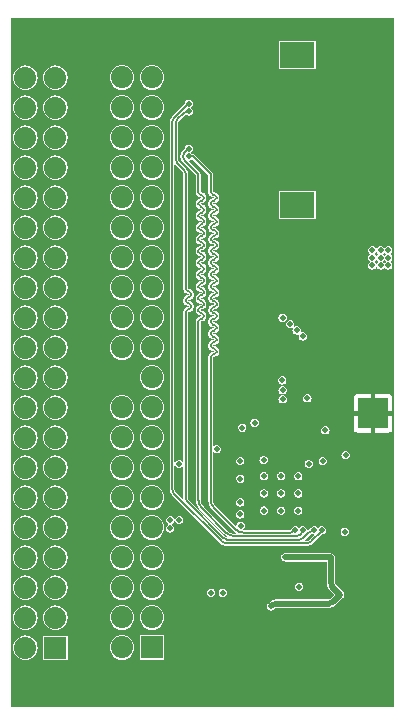
<source format=gbr>
%TF.GenerationSoftware,KiCad,Pcbnew,8.0.3*%
%TF.CreationDate,2024-07-19T14:19:01+01:00*%
%TF.ProjectId,xbox2sata,78626f78-3273-4617-9461-2e6b69636164,0.1*%
%TF.SameCoordinates,Original*%
%TF.FileFunction,Copper,L2,Inr*%
%TF.FilePolarity,Positive*%
%FSLAX46Y46*%
G04 Gerber Fmt 4.6, Leading zero omitted, Abs format (unit mm)*
G04 Created by KiCad (PCBNEW 8.0.3) date 2024-07-19 14:19:01*
%MOMM*%
%LPD*%
G01*
G04 APERTURE LIST*
%TA.AperFunction,HeatsinkPad*%
%ADD10C,0.500000*%
%TD*%
%TA.AperFunction,ComponentPad*%
%ADD11R,1.875000X1.875000*%
%TD*%
%TA.AperFunction,ComponentPad*%
%ADD12C,1.875000*%
%TD*%
%TA.AperFunction,ComponentPad*%
%ADD13R,2.500000X2.500000*%
%TD*%
%TA.AperFunction,ComponentPad*%
%ADD14R,3.000000X2.200000*%
%TD*%
%TA.AperFunction,ViaPad*%
%ADD15C,0.500000*%
%TD*%
%TA.AperFunction,Conductor*%
%ADD16C,0.200000*%
%TD*%
%TA.AperFunction,Conductor*%
%ADD17C,0.500000*%
%TD*%
G04 APERTURE END LIST*
D10*
%TO.N,GND*%
%TO.C,U5*%
X128717500Y-98850000D03*
X128717500Y-97400000D03*
X128717500Y-95950000D03*
X127267500Y-98850000D03*
X127267500Y-97400000D03*
X127267500Y-95950000D03*
X125817500Y-98850000D03*
X125817500Y-97400000D03*
X125817500Y-95950000D03*
%TD*%
D11*
%TO.N,RESET-*%
%TO.C,J2*%
X116340000Y-110440000D03*
D12*
%TO.N,GND*%
X113800000Y-110440000D03*
%TO.N,DD7*%
X116340000Y-107900000D03*
%TO.N,DD8*%
X113800000Y-107900000D03*
%TO.N,DD6*%
X116340000Y-105360000D03*
%TO.N,DD9*%
X113800000Y-105360000D03*
%TO.N,DD5*%
X116340000Y-102820000D03*
%TO.N,DD10*%
X113800000Y-102820000D03*
%TO.N,DD4*%
X116340000Y-100280000D03*
%TO.N,DD11*%
X113800000Y-100280000D03*
%TO.N,DD3*%
X116340000Y-97740000D03*
%TO.N,DD12*%
X113800000Y-97740000D03*
%TO.N,DD2*%
X116340000Y-95200000D03*
%TO.N,DD13*%
X113800000Y-95200000D03*
%TO.N,DD1*%
X116340000Y-92660000D03*
%TO.N,DD14*%
X113800000Y-92660000D03*
%TO.N,DD0*%
X116340000Y-90120000D03*
%TO.N,DD15*%
X113800000Y-90120000D03*
%TO.N,GND*%
X116340000Y-87580000D03*
%TO.N,DMARQ*%
X116340000Y-85040000D03*
%TO.N,GND*%
X113800000Y-85040000D03*
%TO.N,DIOW-*%
X116340000Y-82500000D03*
%TO.N,GND*%
X113800000Y-82500000D03*
%TO.N,DIOR-*%
X116340000Y-79960000D03*
%TO.N,GND*%
X113800000Y-79960000D03*
%TO.N,IORDY*%
X116340000Y-77420000D03*
%TO.N,CSEL*%
X113800000Y-77420000D03*
%TO.N,DMACK-*%
X116340000Y-74880000D03*
%TO.N,GND*%
X113800000Y-74880000D03*
%TO.N,INTRQ*%
X116340000Y-72340000D03*
%TO.N,GND*%
X113800000Y-72340000D03*
%TO.N,DA1*%
X116340000Y-69800000D03*
%TO.N,PDIAG-*%
X113800000Y-69800000D03*
%TO.N,DA0*%
X116340000Y-67260000D03*
%TO.N,DA2*%
X113800000Y-67260000D03*
%TO.N,CS0-*%
X116340000Y-64720000D03*
%TO.N,CS1-*%
X113800000Y-64720000D03*
%TO.N,DASP-*%
X116340000Y-62180000D03*
%TO.N,GND*%
X113800000Y-62180000D03*
%TD*%
D13*
%TO.N,+3V3*%
%TO.C,TP2*%
X135050000Y-90600000D03*
%TD*%
D14*
%TO.N,GND*%
%TO.C,J3*%
X128650000Y-73000000D03*
X128650000Y-60260000D03*
%TD*%
D11*
%TO.N,RESET-*%
%TO.C,J1*%
X108155000Y-110465000D03*
D12*
%TO.N,GND*%
X105615000Y-110465000D03*
%TO.N,DD7*%
X108155000Y-107925000D03*
%TO.N,DD8*%
X105615000Y-107925000D03*
%TO.N,DD6*%
X108155000Y-105385000D03*
%TO.N,DD9*%
X105615000Y-105385000D03*
%TO.N,DD5*%
X108155000Y-102845000D03*
%TO.N,DD10*%
X105615000Y-102845000D03*
%TO.N,DD4*%
X108155000Y-100305000D03*
%TO.N,DD11*%
X105615000Y-100305000D03*
%TO.N,DD3*%
X108155000Y-97765000D03*
%TO.N,DD12*%
X105615000Y-97765000D03*
%TO.N,DD2*%
X108155000Y-95225000D03*
%TO.N,DD13*%
X105615000Y-95225000D03*
%TO.N,DD1*%
X108155000Y-92685000D03*
%TO.N,DD14*%
X105615000Y-92685000D03*
%TO.N,DD0*%
X108155000Y-90145000D03*
%TO.N,DD15*%
X105615000Y-90145000D03*
%TO.N,GND*%
X108155000Y-87605000D03*
%TO.N,unconnected-(J1-Pad20)*%
X105615000Y-87605000D03*
%TO.N,DMARQ*%
X108155000Y-85065000D03*
%TO.N,GND*%
X105615000Y-85065000D03*
%TO.N,DIOW-*%
X108155000Y-82525000D03*
%TO.N,GND*%
X105615000Y-82525000D03*
%TO.N,DIOR-*%
X108155000Y-79985000D03*
%TO.N,GND*%
X105615000Y-79985000D03*
%TO.N,IORDY*%
X108155000Y-77445000D03*
%TO.N,CSEL*%
X105615000Y-77445000D03*
%TO.N,DMACK-*%
X108155000Y-74905000D03*
%TO.N,GND*%
X105615000Y-74905000D03*
%TO.N,INTRQ*%
X108155000Y-72365000D03*
%TO.N,GND*%
X105615000Y-72365000D03*
%TO.N,DA1*%
X108155000Y-69825000D03*
%TO.N,PDIAG-*%
X105615000Y-69825000D03*
%TO.N,DA0*%
X108155000Y-67285000D03*
%TO.N,DA2*%
X105615000Y-67285000D03*
%TO.N,CS0-*%
X108155000Y-64745000D03*
%TO.N,CS1-*%
X105615000Y-64745000D03*
%TO.N,DASP-*%
X108155000Y-62205000D03*
%TO.N,GND*%
X105615000Y-62205000D03*
%TD*%
D15*
%TO.N,GND*%
X122330000Y-105810000D03*
X129500000Y-89340000D03*
X118640000Y-99650000D03*
X117860000Y-100350000D03*
X121340000Y-105810000D03*
X128580000Y-83600000D03*
X117890000Y-99650000D03*
X129100000Y-84100000D03*
X127400000Y-82510000D03*
X118640000Y-94900000D03*
X127390000Y-89420000D03*
X128790000Y-105290000D03*
X128030000Y-83060000D03*
X127370000Y-87830000D03*
X127390000Y-88650000D03*
%TO.N,PDIAG-*%
X130790000Y-94650000D03*
%TO.N,DD8*%
X123840000Y-100130000D03*
%TO.N,DD14*%
X123980000Y-91820000D03*
%TO.N,DD15*%
X125020000Y-91410000D03*
%TO.N,DD11*%
X123810000Y-96150000D03*
%TO.N,DD9*%
X123810000Y-99171631D03*
%TO.N,DD10*%
X123800000Y-98160000D03*
%TO.N,DA2*%
X131017500Y-92050000D03*
%TO.N,DD12*%
X123800000Y-94650000D03*
%TO.N,DD13*%
X121810000Y-93650000D03*
%TO.N,DASP-*%
X132660000Y-100650000D03*
%TO.N,CS1-*%
X132730000Y-94150000D03*
%TO.N,RX_P*%
X119450000Y-68865000D03*
X128460585Y-100510000D03*
%TO.N,VSS*%
X127610000Y-102810000D03*
X132280000Y-105960000D03*
X131470000Y-102820000D03*
X126420000Y-106960000D03*
%TO.N,TX_P*%
X119450000Y-64394997D03*
X130710000Y-100510000D03*
%TO.N,+3V3*%
X135770000Y-88260000D03*
X135065000Y-88260000D03*
X132950000Y-88260000D03*
X133655000Y-88260000D03*
X133490000Y-102600000D03*
X111080000Y-75430000D03*
X120350000Y-60060000D03*
X121870000Y-106650000D03*
X134360000Y-88260000D03*
X119700000Y-78640000D03*
X135942500Y-95662500D03*
X135950000Y-97690000D03*
X123800000Y-95430000D03*
%TO.N,+1V2*%
X135000000Y-78090000D03*
X129620000Y-94900000D03*
X135690000Y-77450000D03*
X125780000Y-94560000D03*
X136330000Y-78090000D03*
X135690000Y-76800000D03*
X136330000Y-77450000D03*
X136330000Y-76800000D03*
X135690000Y-78090000D03*
X135000000Y-76800000D03*
X135000000Y-77450000D03*
%TO.N,TX_N*%
X130059997Y-100510000D03*
X119450000Y-65045000D03*
%TO.N,RX_N*%
X129110000Y-100510000D03*
X119450000Y-68215585D03*
%TD*%
D16*
%TO.N,RX_P*%
X121609578Y-72610000D02*
X121510000Y-72610000D01*
X121602893Y-98639724D02*
X123380276Y-100417107D01*
X121310000Y-82810000D02*
X121310000Y-82910000D01*
X119450000Y-68865000D02*
X119785000Y-68865000D01*
X121609578Y-83610000D02*
X121510000Y-83610000D01*
X121809560Y-81310000D02*
X121809560Y-81410000D01*
X121510000Y-83110000D02*
X121609578Y-83110000D01*
X121310000Y-75810000D02*
X121310000Y-75910000D01*
X121510000Y-75110000D02*
X121609560Y-75110000D01*
X128407032Y-100563553D02*
X128460585Y-100510000D01*
X121310000Y-77810000D02*
X121310000Y-77910000D01*
X121510000Y-84110000D02*
X121609560Y-84110000D01*
X121609560Y-75610000D02*
X121510000Y-75610000D01*
X121510000Y-81110000D02*
X121609560Y-81110000D01*
X124087383Y-100710000D02*
X128053478Y-100710000D01*
X121609578Y-80610000D02*
X121510000Y-80610000D01*
X121310000Y-85910000D02*
X121310000Y-87220000D01*
X121609578Y-82610000D02*
X121510000Y-82610000D01*
X121310000Y-76810000D02*
X121310000Y-76910000D01*
X121310000Y-84810000D02*
X121310000Y-84910000D01*
X121310000Y-79810000D02*
X121310000Y-79910000D01*
X121310000Y-72810000D02*
X121310000Y-72910000D01*
X121809560Y-84310000D02*
X121809560Y-84410000D01*
X121510000Y-79110000D02*
X121609578Y-79110000D01*
X121310000Y-83810000D02*
X121310000Y-83910000D01*
X121609578Y-76610000D02*
X121510000Y-76610000D01*
X121609578Y-85610000D02*
X121510000Y-85610000D01*
X121809578Y-79310000D02*
X121809578Y-79410000D01*
X121510000Y-82110000D02*
X121609578Y-82110000D01*
X121609560Y-81610000D02*
X121510000Y-81610000D01*
X121310000Y-81810000D02*
X121310000Y-81910000D01*
X121510000Y-73110000D02*
X121609578Y-73110000D01*
X121809578Y-74310000D02*
X121809578Y-74410000D01*
X121510000Y-74110000D02*
X121609578Y-74110000D01*
X121310000Y-85810000D02*
X121310000Y-85910000D01*
X121609578Y-74610000D02*
X121510000Y-74610000D01*
X121310000Y-80810000D02*
X121310000Y-80910000D01*
X121809578Y-83310000D02*
X121809578Y-83410000D01*
X121809578Y-80310000D02*
X121809578Y-80410000D01*
X121510000Y-78110000D02*
X121609560Y-78110000D01*
X121510000Y-72110000D02*
X121609578Y-72110000D01*
X121809578Y-73310000D02*
X121809578Y-73410000D01*
X121809578Y-77310000D02*
X121809578Y-77410000D01*
X121609560Y-84610000D02*
X121510000Y-84610000D01*
X121809578Y-85310000D02*
X121809578Y-85410000D01*
X121609578Y-73610000D02*
X121510000Y-73610000D01*
X121510000Y-85110000D02*
X121609578Y-85110000D01*
X121809578Y-76310000D02*
X121809578Y-76410000D01*
X121310000Y-73810000D02*
X121310000Y-73910000D01*
X119785000Y-68865000D02*
X121310000Y-70390000D01*
X121809578Y-82310000D02*
X121809578Y-82410000D01*
X121510000Y-77110000D02*
X121609578Y-77110000D01*
X121310000Y-70390000D02*
X121310000Y-71910000D01*
X121609560Y-78610000D02*
X121510000Y-78610000D01*
X121510000Y-76110000D02*
X121609578Y-76110000D01*
X121310000Y-78810000D02*
X121310000Y-78910000D01*
X121809560Y-78310000D02*
X121809560Y-78410000D01*
X121809578Y-72310000D02*
X121809578Y-72410000D01*
X121609578Y-79610000D02*
X121510000Y-79610000D01*
X121809560Y-75310000D02*
X121809560Y-75410000D01*
X121310000Y-74810000D02*
X121310000Y-74910000D01*
X121609578Y-77610000D02*
X121510000Y-77610000D01*
X121310000Y-87220000D02*
X121310000Y-97932617D01*
X121510000Y-80110000D02*
X121609578Y-80110000D01*
X121609578Y-72110000D02*
G75*
G02*
X121809600Y-72310000I22J-200000D01*
G01*
X121510000Y-72610000D02*
G75*
G03*
X121310000Y-72810000I0J-200000D01*
G01*
X121310000Y-76910000D02*
G75*
G03*
X121510000Y-77110000I200000J0D01*
G01*
X121510000Y-84610000D02*
G75*
G03*
X121310000Y-84810000I0J-200000D01*
G01*
X121809560Y-75410000D02*
G75*
G02*
X121609560Y-75609960I-199960J0D01*
G01*
X121310000Y-83910000D02*
G75*
G03*
X121510000Y-84110000I200000J0D01*
G01*
X121609578Y-80110000D02*
G75*
G02*
X121809600Y-80310000I22J-200000D01*
G01*
X121310000Y-97932617D02*
G75*
G03*
X121602902Y-98639715I1000000J17D01*
G01*
X121809578Y-80410000D02*
G75*
G02*
X121609578Y-80609978I-199978J0D01*
G01*
X121809560Y-81410000D02*
G75*
G02*
X121609560Y-81609960I-199960J0D01*
G01*
X121609578Y-85110000D02*
G75*
G02*
X121809600Y-85310000I22J-200000D01*
G01*
X121609578Y-79110000D02*
G75*
G02*
X121809600Y-79310000I22J-200000D01*
G01*
X121510000Y-83610000D02*
G75*
G03*
X121310000Y-83810000I0J-200000D01*
G01*
X121609578Y-76110000D02*
G75*
G02*
X121809600Y-76310000I22J-200000D01*
G01*
X121310000Y-84910000D02*
G75*
G03*
X121510000Y-85110000I200000J0D01*
G01*
X121310000Y-75910000D02*
G75*
G03*
X121510000Y-76110000I200000J0D01*
G01*
X121510000Y-73610000D02*
G75*
G03*
X121310000Y-73810000I0J-200000D01*
G01*
X121809578Y-82410000D02*
G75*
G02*
X121609578Y-82609978I-199978J0D01*
G01*
X121609560Y-75110000D02*
G75*
G02*
X121809600Y-75310000I40J-200000D01*
G01*
X121510000Y-79610000D02*
G75*
G03*
X121310000Y-79810000I0J-200000D01*
G01*
X121310000Y-73910000D02*
G75*
G03*
X121510000Y-74110000I200000J0D01*
G01*
X121510000Y-75610000D02*
G75*
G03*
X121310000Y-75810000I0J-200000D01*
G01*
X121809578Y-74410000D02*
G75*
G02*
X121609578Y-74609978I-199978J0D01*
G01*
X121609578Y-77110000D02*
G75*
G02*
X121809600Y-77310000I22J-200000D01*
G01*
X121609578Y-74110000D02*
G75*
G02*
X121809600Y-74310000I22J-200000D01*
G01*
X121310000Y-80910000D02*
G75*
G03*
X121510000Y-81110000I200000J0D01*
G01*
X123380276Y-100417107D02*
G75*
G03*
X124087383Y-100710012I707124J707107D01*
G01*
X121809578Y-72410000D02*
G75*
G02*
X121609578Y-72609978I-199978J0D01*
G01*
X121809578Y-79410000D02*
G75*
G02*
X121609578Y-79609978I-199978J0D01*
G01*
X121310000Y-82910000D02*
G75*
G03*
X121510000Y-83110000I200000J0D01*
G01*
X121609560Y-81110000D02*
G75*
G02*
X121809600Y-81310000I40J-200000D01*
G01*
X121310000Y-71910000D02*
G75*
G03*
X121510000Y-72110000I200000J0D01*
G01*
X121809578Y-83410000D02*
G75*
G02*
X121609578Y-83609978I-199978J0D01*
G01*
X121809578Y-73410000D02*
G75*
G02*
X121609578Y-73609978I-199978J0D01*
G01*
X121310000Y-79910000D02*
G75*
G03*
X121510000Y-80110000I200000J0D01*
G01*
X121510000Y-80610000D02*
G75*
G03*
X121310000Y-80810000I0J-200000D01*
G01*
X121609560Y-84110000D02*
G75*
G02*
X121809600Y-84310000I40J-200000D01*
G01*
X121609560Y-78110000D02*
G75*
G02*
X121809600Y-78310000I40J-200000D01*
G01*
X121510000Y-81610000D02*
G75*
G03*
X121310000Y-81810000I0J-200000D01*
G01*
X128053478Y-100710000D02*
G75*
G03*
X128407043Y-100563564I22J500000D01*
G01*
X121809578Y-85410000D02*
G75*
G02*
X121609578Y-85609978I-199978J0D01*
G01*
X121809560Y-84410000D02*
G75*
G02*
X121609560Y-84609960I-199960J0D01*
G01*
X121310000Y-72910000D02*
G75*
G03*
X121510000Y-73110000I200000J0D01*
G01*
X121510000Y-74610000D02*
G75*
G03*
X121310000Y-74810000I0J-200000D01*
G01*
X121310000Y-77910000D02*
G75*
G03*
X121510000Y-78110000I200000J0D01*
G01*
X121809560Y-78410000D02*
G75*
G02*
X121609560Y-78609960I-199960J0D01*
G01*
X121510000Y-76610000D02*
G75*
G03*
X121310000Y-76810000I0J-200000D01*
G01*
X121510000Y-77610000D02*
G75*
G03*
X121310000Y-77810000I0J-200000D01*
G01*
X121809578Y-76410000D02*
G75*
G02*
X121609578Y-76609978I-199978J0D01*
G01*
X121310000Y-74910000D02*
G75*
G03*
X121510000Y-75110000I200000J0D01*
G01*
X121510000Y-78610000D02*
G75*
G03*
X121310000Y-78810000I0J-200000D01*
G01*
X121310000Y-78910000D02*
G75*
G03*
X121510000Y-79110000I200000J0D01*
G01*
X121809578Y-77410000D02*
G75*
G02*
X121609578Y-77609978I-199978J0D01*
G01*
X121609578Y-82110000D02*
G75*
G02*
X121809600Y-82310000I22J-200000D01*
G01*
X121609578Y-83110000D02*
G75*
G02*
X121809600Y-83310000I22J-200000D01*
G01*
X121510000Y-85610000D02*
G75*
G03*
X121310000Y-85810000I0J-200000D01*
G01*
X121310000Y-81910000D02*
G75*
G03*
X121510000Y-82110000I200000J0D01*
G01*
X121510000Y-82610000D02*
G75*
G03*
X121310000Y-82810000I0J-200000D01*
G01*
X121609578Y-73110000D02*
G75*
G02*
X121809600Y-73310000I22J-200000D01*
G01*
D17*
%TO.N,VSS*%
X127610000Y-102810000D02*
X131460000Y-102810000D01*
X126513553Y-106866447D02*
X126420000Y-106960000D01*
X132280000Y-105960000D02*
X131666446Y-106573554D01*
X132280000Y-105960000D02*
X131616446Y-105296446D01*
X131470000Y-104942893D02*
X131470000Y-102820000D01*
D16*
X131460000Y-102810000D02*
X131470000Y-102820000D01*
D17*
X131312893Y-106720000D02*
X126867107Y-106720000D01*
X131616446Y-105296446D02*
G75*
G02*
X131470005Y-104942893I353554J353546D01*
G01*
X131666446Y-106573554D02*
G75*
G02*
X131312893Y-106719995I-353546J353554D01*
G01*
X126867107Y-106720000D02*
G75*
G03*
X126513550Y-106866444I-7J-500000D01*
G01*
D16*
%TO.N,TX_P*%
X119450000Y-64394997D02*
X119392896Y-64394997D01*
X130710000Y-100567104D02*
X130710000Y-100510000D01*
X118186446Y-97410710D02*
X122239289Y-101463553D01*
X122592843Y-101610000D02*
X129459997Y-101610000D01*
X118040000Y-65955000D02*
X118040000Y-72131857D01*
X118040000Y-79040000D02*
X118040000Y-97057157D01*
X118040000Y-72131857D02*
X118040000Y-79040000D01*
X119392896Y-64394997D02*
X118186447Y-65601446D01*
X129813550Y-101463554D02*
X130710000Y-100567104D01*
X122239289Y-101463553D02*
G75*
G03*
X122592843Y-101609970I353511J353553D01*
G01*
X118186447Y-65601446D02*
G75*
G03*
X118040000Y-65955000I353553J-353554D01*
G01*
X129459997Y-101610000D02*
G75*
G03*
X129813551Y-101463555I3J500000D01*
G01*
X118040000Y-97057157D02*
G75*
G03*
X118186425Y-97410731I500000J-43D01*
G01*
%TO.N,TX_N*%
X119200000Y-80993528D02*
X119200000Y-81093528D01*
X119200000Y-79313528D02*
X119200000Y-80093528D01*
X119200000Y-81993528D02*
X119200000Y-82093528D01*
X119400000Y-80293528D02*
X119475097Y-80293528D01*
X118486446Y-69416446D02*
X119053553Y-69983553D01*
X129163553Y-101163554D02*
X129670660Y-100656447D01*
X119450000Y-65045000D02*
X119374264Y-65045000D01*
X118340000Y-66079264D02*
X118340000Y-69062893D01*
X119675097Y-81493528D02*
X119675097Y-81593528D01*
X119475097Y-80793528D02*
X119400000Y-80793528D01*
X119475097Y-81793528D02*
X119400000Y-81793528D01*
X130024214Y-100510000D02*
X130059997Y-100510000D01*
X119400000Y-81293528D02*
X119475097Y-81293528D01*
X119675097Y-80493528D02*
X119675097Y-80593528D01*
X119200000Y-82093528D02*
X119200000Y-84600000D01*
X119200000Y-70337107D02*
X119200000Y-79313528D01*
X119346446Y-98146446D02*
X122363553Y-101163553D01*
X119200000Y-84600000D02*
X119200000Y-97792893D01*
X119020711Y-65191446D02*
X118486447Y-65725710D01*
X122717107Y-101310000D02*
X128810000Y-101310000D01*
X118340000Y-69062893D02*
G75*
G03*
X118486443Y-69416449I500000J-7D01*
G01*
X119475097Y-81293528D02*
G75*
G02*
X119675072Y-81493528I3J-199972D01*
G01*
X119675097Y-80593528D02*
G75*
G02*
X119475097Y-80793497I-199997J28D01*
G01*
X119200000Y-81093528D02*
G75*
G03*
X119400000Y-81293500I200000J28D01*
G01*
X119200000Y-97792893D02*
G75*
G03*
X119346443Y-98146449I500000J-7D01*
G01*
X128810000Y-101310000D02*
G75*
G03*
X129163553Y-101163554I0J500000D01*
G01*
X129670660Y-100656447D02*
G75*
G02*
X130024214Y-100510010I353540J-353553D01*
G01*
X119374264Y-65045000D02*
G75*
G03*
X119020729Y-65191464I36J-500000D01*
G01*
X119400000Y-81793528D02*
G75*
G03*
X119200028Y-81993528I0J-199972D01*
G01*
X119053553Y-69983553D02*
G75*
G02*
X119199995Y-70337107I-353553J-353547D01*
G01*
X119200000Y-80093528D02*
G75*
G03*
X119400000Y-80293500I200000J28D01*
G01*
X118486447Y-65725710D02*
G75*
G03*
X118339974Y-66079264I353553J-353590D01*
G01*
X119475097Y-80293528D02*
G75*
G02*
X119675072Y-80493528I3J-199972D01*
G01*
X119400000Y-80793528D02*
G75*
G03*
X119200028Y-80993528I0J-199972D01*
G01*
X119675097Y-81593528D02*
G75*
G02*
X119475097Y-81793497I-199997J28D01*
G01*
X122363553Y-101163553D02*
G75*
G03*
X122717107Y-101309995I353547J353553D01*
G01*
%TO.N,RX_N*%
X120463332Y-72115439D02*
X120539472Y-72115439D01*
X123344214Y-101010000D02*
X128610000Y-101010000D01*
X120739472Y-72315439D02*
X120739472Y-72415439D01*
X120539472Y-80615439D02*
X120463332Y-80615439D01*
X119392308Y-68215585D02*
X119096446Y-68511447D01*
X120463332Y-78115439D02*
X120539472Y-78115439D01*
X120463332Y-79115439D02*
X120539472Y-79115439D01*
X120739472Y-77315439D02*
X120739472Y-77415439D01*
X120263332Y-78815439D02*
X120263332Y-78915439D01*
X120539472Y-76615439D02*
X120463332Y-76615439D01*
X120463332Y-80115439D02*
X120539472Y-80115439D01*
X120463332Y-76115439D02*
X120539472Y-76115439D01*
X120263332Y-81815439D02*
X120263332Y-81915439D01*
X120463332Y-75115439D02*
X120539472Y-75115439D01*
X120463332Y-73115439D02*
X120539472Y-73115439D01*
X120263332Y-72815439D02*
X120263332Y-72915439D01*
X120539454Y-82615439D02*
X120463332Y-82615439D01*
X120539472Y-79615439D02*
X120463332Y-79615439D01*
X120739472Y-78315439D02*
X120739472Y-78415439D01*
X120739472Y-80315439D02*
X120739472Y-80415439D01*
X120463332Y-74115439D02*
X120539472Y-74115439D01*
X120539472Y-72615439D02*
X120463332Y-72615439D01*
X120463332Y-82115439D02*
X120539454Y-82115439D01*
X120539472Y-78615439D02*
X120463332Y-78615439D01*
X120263332Y-76815439D02*
X120263332Y-76915439D01*
X120739472Y-76315439D02*
X120739472Y-76415439D01*
X120263332Y-74815439D02*
X120263332Y-74915439D01*
X120539472Y-77615439D02*
X120463332Y-77615439D01*
X120556225Y-98636225D02*
X122637107Y-100717107D01*
X119096447Y-69218554D02*
X120263332Y-70385439D01*
X120539472Y-73615439D02*
X120463332Y-73615439D01*
X120263332Y-80815439D02*
X120263332Y-80915439D01*
X120739472Y-73315439D02*
X120739472Y-73415439D01*
X120263332Y-79815439D02*
X120263332Y-79915439D01*
X120263332Y-82915439D02*
X120263332Y-85390000D01*
X120263332Y-82815439D02*
X120263332Y-82915439D01*
X120739472Y-74315439D02*
X120739472Y-74415439D01*
X120539472Y-81615439D02*
X120463332Y-81615439D01*
X120263332Y-85390000D02*
X120263332Y-97929118D01*
X120463332Y-81115439D02*
X120539472Y-81115439D01*
X120263332Y-70385439D02*
X120263332Y-71915439D01*
X120263332Y-77815439D02*
X120263332Y-77915439D01*
X120539472Y-75615439D02*
X120463332Y-75615439D01*
X120739472Y-75315439D02*
X120739472Y-75415439D01*
X120263332Y-75815439D02*
X120263332Y-75915439D01*
X120539472Y-74615439D02*
X120463332Y-74615439D01*
X120739472Y-81315439D02*
X120739472Y-81415439D01*
X120463332Y-77115439D02*
X120539472Y-77115439D01*
X120739454Y-82315439D02*
X120739454Y-82415439D01*
X120739472Y-79315439D02*
X120739472Y-79415439D01*
X119450000Y-68215585D02*
X119392308Y-68215585D01*
X120263332Y-73815439D02*
X120263332Y-73915439D01*
X120739472Y-72415439D02*
G75*
G02*
X120539472Y-72615372I-199972J39D01*
G01*
X120463332Y-73615439D02*
G75*
G03*
X120263339Y-73815439I-32J-199961D01*
G01*
X120463332Y-82615439D02*
G75*
G03*
X120263339Y-82815439I-32J-199961D01*
G01*
X120463332Y-81615439D02*
G75*
G03*
X120263339Y-81815439I-32J-199961D01*
G01*
X120263332Y-73915439D02*
G75*
G03*
X120463332Y-74115368I199968J39D01*
G01*
X120463332Y-79615439D02*
G75*
G03*
X120263339Y-79815439I-32J-199961D01*
G01*
X120739472Y-80415439D02*
G75*
G02*
X120539472Y-80615372I-199972J39D01*
G01*
X120463332Y-77615439D02*
G75*
G03*
X120263339Y-77815439I-32J-199961D01*
G01*
X120739472Y-79415439D02*
G75*
G02*
X120539472Y-79615372I-199972J39D01*
G01*
X120263332Y-97929118D02*
G75*
G03*
X120556241Y-98636209I999968J18D01*
G01*
X119096446Y-68511447D02*
G75*
G03*
X118950000Y-68865000I353554J-353553D01*
G01*
X120539472Y-74115439D02*
G75*
G02*
X120739461Y-74315439I28J-199961D01*
G01*
X120463332Y-72615439D02*
G75*
G03*
X120263339Y-72815439I-32J-199961D01*
G01*
X120539472Y-77115439D02*
G75*
G02*
X120739461Y-77315439I28J-199961D01*
G01*
X120739472Y-77415439D02*
G75*
G02*
X120539472Y-77615372I-199972J39D01*
G01*
X120739472Y-81415439D02*
G75*
G02*
X120539472Y-81615372I-199972J39D01*
G01*
X128610000Y-101010000D02*
G75*
G03*
X129110000Y-100510000I0J500000D01*
G01*
X120263332Y-81915439D02*
G75*
G03*
X120463332Y-82115368I199968J39D01*
G01*
X120263332Y-78915439D02*
G75*
G03*
X120463332Y-79115368I199968J39D01*
G01*
X118950000Y-68865000D02*
G75*
G03*
X119096447Y-69218554I500000J0D01*
G01*
X120739472Y-75415439D02*
G75*
G02*
X120539472Y-75615372I-199972J39D01*
G01*
X120539472Y-72115439D02*
G75*
G02*
X120739461Y-72315439I28J-199961D01*
G01*
X120263332Y-79915439D02*
G75*
G03*
X120463332Y-80115368I199968J39D01*
G01*
X120463332Y-78615439D02*
G75*
G03*
X120263339Y-78815439I-32J-199961D01*
G01*
X120539472Y-79115439D02*
G75*
G02*
X120739461Y-79315439I28J-199961D01*
G01*
X120539472Y-78115439D02*
G75*
G02*
X120739461Y-78315439I28J-199961D01*
G01*
X120739472Y-74415439D02*
G75*
G02*
X120539472Y-74615372I-199972J39D01*
G01*
X120539472Y-76115439D02*
G75*
G02*
X120739461Y-76315439I28J-199961D01*
G01*
X120539472Y-80115439D02*
G75*
G02*
X120739461Y-80315439I28J-199961D01*
G01*
X120463332Y-76615439D02*
G75*
G03*
X120263339Y-76815439I-32J-199961D01*
G01*
X120263332Y-77915439D02*
G75*
G03*
X120463332Y-78115368I199968J39D01*
G01*
X120739472Y-73415439D02*
G75*
G02*
X120539472Y-73615372I-199972J39D01*
G01*
X120263332Y-75915439D02*
G75*
G03*
X120463332Y-76115368I199968J39D01*
G01*
X120739472Y-76415439D02*
G75*
G02*
X120539472Y-76615372I-199972J39D01*
G01*
X120263332Y-80915439D02*
G75*
G03*
X120463332Y-81115368I199968J39D01*
G01*
X120463332Y-80615439D02*
G75*
G03*
X120263339Y-80815439I-32J-199961D01*
G01*
X120463332Y-74615439D02*
G75*
G03*
X120263339Y-74815439I-32J-199961D01*
G01*
X120539472Y-73115439D02*
G75*
G02*
X120739461Y-73315439I28J-199961D01*
G01*
X120263332Y-74915439D02*
G75*
G03*
X120463332Y-75115368I199968J39D01*
G01*
X120263332Y-72915439D02*
G75*
G03*
X120463332Y-73115368I199968J39D01*
G01*
X120539454Y-82115439D02*
G75*
G02*
X120739461Y-82315439I46J-199961D01*
G01*
X120539472Y-81115439D02*
G75*
G02*
X120739461Y-81315439I28J-199961D01*
G01*
X120539472Y-75115439D02*
G75*
G02*
X120739461Y-75315439I28J-199961D01*
G01*
X122637107Y-100717107D02*
G75*
G03*
X123344214Y-101009990I707093J707107D01*
G01*
X120263332Y-76915439D02*
G75*
G03*
X120463332Y-77115368I199968J39D01*
G01*
X120739454Y-82415439D02*
G75*
G02*
X120539454Y-82615354I-199954J39D01*
G01*
X120263332Y-71915439D02*
G75*
G03*
X120463332Y-72115368I199968J39D01*
G01*
X120463332Y-75615439D02*
G75*
G03*
X120263339Y-75815439I-32J-199961D01*
G01*
X120739472Y-78415439D02*
G75*
G02*
X120539472Y-78615372I-199972J39D01*
G01*
%TD*%
%TA.AperFunction,Conductor*%
%TO.N,+3V3*%
G36*
X136815148Y-57154852D02*
G01*
X136829500Y-57189500D01*
X136829500Y-115390500D01*
X136815148Y-115425148D01*
X136780500Y-115439500D01*
X104434500Y-115439500D01*
X104399852Y-115425148D01*
X104385500Y-115390500D01*
X104385500Y-110464999D01*
X104571978Y-110464999D01*
X104571978Y-110465000D01*
X104592019Y-110668483D01*
X104592019Y-110668484D01*
X104651372Y-110864144D01*
X104651375Y-110864151D01*
X104747762Y-111044477D01*
X104877470Y-111202526D01*
X104877473Y-111202529D01*
X105035523Y-111332237D01*
X105035522Y-111332237D01*
X105035525Y-111332238D01*
X105035528Y-111332241D01*
X105215853Y-111428627D01*
X105411517Y-111487981D01*
X105615000Y-111508022D01*
X105818483Y-111487981D01*
X106014147Y-111428627D01*
X106194472Y-111332241D01*
X106352528Y-111202528D01*
X106482241Y-111044472D01*
X106578627Y-110864147D01*
X106637981Y-110668483D01*
X106658022Y-110465000D01*
X106637981Y-110261517D01*
X106578627Y-110065853D01*
X106482241Y-109885528D01*
X106482238Y-109885525D01*
X106482237Y-109885522D01*
X106352529Y-109727473D01*
X106352526Y-109727470D01*
X106194476Y-109597762D01*
X106194477Y-109597762D01*
X106194473Y-109597759D01*
X106194472Y-109597759D01*
X106044496Y-109517595D01*
X107117000Y-109517595D01*
X107117000Y-111412394D01*
X107117001Y-111412398D01*
X107122831Y-111441713D01*
X107122831Y-111441714D01*
X107122832Y-111441715D01*
X107122832Y-111441716D01*
X107143180Y-111472169D01*
X107145043Y-111474957D01*
X107178287Y-111497169D01*
X107207601Y-111503000D01*
X109102398Y-111502999D01*
X109131713Y-111497169D01*
X109164957Y-111474957D01*
X109187169Y-111441713D01*
X109193000Y-111412399D01*
X109192999Y-110439999D01*
X112756978Y-110439999D01*
X112756978Y-110440000D01*
X112777019Y-110643483D01*
X112777019Y-110643484D01*
X112836372Y-110839144D01*
X112836375Y-110839151D01*
X112932762Y-111019477D01*
X113062470Y-111177526D01*
X113062473Y-111177529D01*
X113220523Y-111307237D01*
X113220522Y-111307237D01*
X113220525Y-111307238D01*
X113220528Y-111307241D01*
X113400853Y-111403627D01*
X113596517Y-111462981D01*
X113800000Y-111483022D01*
X114003483Y-111462981D01*
X114199147Y-111403627D01*
X114379472Y-111307241D01*
X114537528Y-111177528D01*
X114667241Y-111019472D01*
X114763627Y-110839147D01*
X114822981Y-110643483D01*
X114843022Y-110440000D01*
X114822981Y-110236517D01*
X114763627Y-110040853D01*
X114667241Y-109860528D01*
X114667238Y-109860525D01*
X114667237Y-109860522D01*
X114537529Y-109702473D01*
X114537526Y-109702470D01*
X114379476Y-109572762D01*
X114379477Y-109572762D01*
X114379473Y-109572759D01*
X114379472Y-109572759D01*
X114229496Y-109492595D01*
X115302000Y-109492595D01*
X115302000Y-111387394D01*
X115302001Y-111387398D01*
X115307831Y-111416713D01*
X115307831Y-111416714D01*
X115307832Y-111416715D01*
X115307832Y-111416716D01*
X115330042Y-111449956D01*
X115330043Y-111449957D01*
X115363287Y-111472169D01*
X115392601Y-111478000D01*
X117287398Y-111477999D01*
X117316713Y-111472169D01*
X117349957Y-111449957D01*
X117372169Y-111416713D01*
X117378000Y-111387399D01*
X117377999Y-109492602D01*
X117372169Y-109463287D01*
X117372167Y-109463284D01*
X117372167Y-109463283D01*
X117349957Y-109430043D01*
X117316712Y-109407830D01*
X117287401Y-109402000D01*
X115392605Y-109402000D01*
X115392604Y-109402000D01*
X115392602Y-109402001D01*
X115363287Y-109407831D01*
X115363286Y-109407831D01*
X115363284Y-109407832D01*
X115363283Y-109407832D01*
X115330043Y-109430042D01*
X115307830Y-109463286D01*
X115307830Y-109463287D01*
X115302000Y-109492595D01*
X114229496Y-109492595D01*
X114199151Y-109476375D01*
X114199149Y-109476374D01*
X114199147Y-109476373D01*
X114155998Y-109463284D01*
X114003483Y-109417019D01*
X113800000Y-109396978D01*
X113596516Y-109417019D01*
X113596515Y-109417019D01*
X113400855Y-109476372D01*
X113400848Y-109476375D01*
X113220522Y-109572762D01*
X113062473Y-109702470D01*
X113062470Y-109702473D01*
X112932762Y-109860522D01*
X112836375Y-110040848D01*
X112836372Y-110040855D01*
X112777019Y-110236515D01*
X112777019Y-110236516D01*
X112756978Y-110439999D01*
X109192999Y-110439999D01*
X109192999Y-109517602D01*
X109187169Y-109488287D01*
X109187167Y-109488284D01*
X109187167Y-109488283D01*
X109164957Y-109455043D01*
X109131712Y-109432830D01*
X109102401Y-109427000D01*
X107207605Y-109427000D01*
X107207604Y-109427000D01*
X107207602Y-109427001D01*
X107178287Y-109432831D01*
X107178286Y-109432831D01*
X107178284Y-109432832D01*
X107178283Y-109432832D01*
X107145043Y-109455042D01*
X107122830Y-109488286D01*
X107122830Y-109488287D01*
X107117000Y-109517595D01*
X106044496Y-109517595D01*
X106014147Y-109501373D01*
X105985239Y-109492604D01*
X105818483Y-109442019D01*
X105615000Y-109421978D01*
X105411516Y-109442019D01*
X105411515Y-109442019D01*
X105215855Y-109501372D01*
X105215848Y-109501375D01*
X105035522Y-109597762D01*
X104877473Y-109727470D01*
X104877470Y-109727473D01*
X104747762Y-109885522D01*
X104651375Y-110065848D01*
X104651372Y-110065855D01*
X104592019Y-110261515D01*
X104592019Y-110261516D01*
X104571978Y-110464999D01*
X104385500Y-110464999D01*
X104385500Y-107924999D01*
X104571978Y-107924999D01*
X104571978Y-107925000D01*
X104592019Y-108128483D01*
X104592019Y-108128484D01*
X104651372Y-108324144D01*
X104651375Y-108324151D01*
X104747762Y-108504477D01*
X104877470Y-108662526D01*
X104877473Y-108662529D01*
X105035523Y-108792237D01*
X105035522Y-108792237D01*
X105035525Y-108792238D01*
X105035528Y-108792241D01*
X105215853Y-108888627D01*
X105411517Y-108947981D01*
X105615000Y-108968022D01*
X105818483Y-108947981D01*
X106014147Y-108888627D01*
X106194472Y-108792241D01*
X106352528Y-108662528D01*
X106482241Y-108504472D01*
X106578627Y-108324147D01*
X106637981Y-108128483D01*
X106658022Y-107925000D01*
X106658022Y-107924999D01*
X107111978Y-107924999D01*
X107111978Y-107925000D01*
X107132019Y-108128483D01*
X107132019Y-108128484D01*
X107191372Y-108324144D01*
X107191375Y-108324151D01*
X107287762Y-108504477D01*
X107417470Y-108662526D01*
X107417473Y-108662529D01*
X107575523Y-108792237D01*
X107575522Y-108792237D01*
X107575525Y-108792238D01*
X107575528Y-108792241D01*
X107755853Y-108888627D01*
X107951517Y-108947981D01*
X108155000Y-108968022D01*
X108358483Y-108947981D01*
X108554147Y-108888627D01*
X108734472Y-108792241D01*
X108892528Y-108662528D01*
X109022241Y-108504472D01*
X109118627Y-108324147D01*
X109177981Y-108128483D01*
X109198022Y-107925000D01*
X109195560Y-107899999D01*
X112756978Y-107899999D01*
X112756978Y-107900000D01*
X112777019Y-108103483D01*
X112777019Y-108103484D01*
X112836372Y-108299144D01*
X112836375Y-108299151D01*
X112932762Y-108479477D01*
X113062470Y-108637526D01*
X113062473Y-108637529D01*
X113220523Y-108767237D01*
X113220522Y-108767237D01*
X113220525Y-108767238D01*
X113220528Y-108767241D01*
X113400853Y-108863627D01*
X113596517Y-108922981D01*
X113800000Y-108943022D01*
X114003483Y-108922981D01*
X114199147Y-108863627D01*
X114379472Y-108767241D01*
X114537528Y-108637528D01*
X114667241Y-108479472D01*
X114763627Y-108299147D01*
X114822981Y-108103483D01*
X114843022Y-107900000D01*
X114843022Y-107899999D01*
X115296978Y-107899999D01*
X115296978Y-107900000D01*
X115317019Y-108103483D01*
X115317019Y-108103484D01*
X115376372Y-108299144D01*
X115376375Y-108299151D01*
X115472762Y-108479477D01*
X115602470Y-108637526D01*
X115602473Y-108637529D01*
X115760523Y-108767237D01*
X115760522Y-108767237D01*
X115760525Y-108767238D01*
X115760528Y-108767241D01*
X115940853Y-108863627D01*
X116136517Y-108922981D01*
X116340000Y-108943022D01*
X116543483Y-108922981D01*
X116739147Y-108863627D01*
X116919472Y-108767241D01*
X117077528Y-108637528D01*
X117207241Y-108479472D01*
X117303627Y-108299147D01*
X117362981Y-108103483D01*
X117383022Y-107900000D01*
X117362981Y-107696517D01*
X117303627Y-107500853D01*
X117207241Y-107320528D01*
X117207238Y-107320525D01*
X117207237Y-107320522D01*
X117077529Y-107162473D01*
X117077526Y-107162470D01*
X116919476Y-107032762D01*
X116919477Y-107032762D01*
X116919473Y-107032759D01*
X116919472Y-107032759D01*
X116783350Y-106960000D01*
X126065131Y-106960000D01*
X126068898Y-106983783D01*
X126069501Y-106991448D01*
X126069501Y-107006144D01*
X126076023Y-107030490D01*
X126077088Y-107035502D01*
X126082499Y-107069660D01*
X126082500Y-107069661D01*
X126088640Y-107081714D01*
X126092308Y-107091269D01*
X126093383Y-107095282D01*
X126093386Y-107095288D01*
X126111235Y-107126205D01*
X126112458Y-107128458D01*
X126129789Y-107162473D01*
X126132905Y-107168587D01*
X126211413Y-107247095D01*
X126251576Y-107267559D01*
X126253785Y-107268758D01*
X126284712Y-107286614D01*
X126288724Y-107287689D01*
X126298283Y-107291357D01*
X126310339Y-107297500D01*
X126343805Y-107302800D01*
X126344498Y-107302910D01*
X126349516Y-107303977D01*
X126373854Y-107310499D01*
X126373856Y-107310499D01*
X126388551Y-107310499D01*
X126396216Y-107311102D01*
X126399583Y-107311635D01*
X126420000Y-107314869D01*
X126440416Y-107311635D01*
X126443784Y-107311102D01*
X126451449Y-107310499D01*
X126466143Y-107310499D01*
X126466144Y-107310499D01*
X126490507Y-107303970D01*
X126495494Y-107302911D01*
X126529661Y-107297500D01*
X126541710Y-107291359D01*
X126551277Y-107287688D01*
X126555288Y-107286614D01*
X126586224Y-107268752D01*
X126588427Y-107267556D01*
X126628587Y-107247095D01*
X126707095Y-107168587D01*
X126759131Y-107116550D01*
X126763927Y-107112344D01*
X126787241Y-107094455D01*
X126798312Y-107088064D01*
X126813645Y-107081714D01*
X126822450Y-107078067D01*
X126834805Y-107074756D01*
X126863958Y-107070918D01*
X126870350Y-107070500D01*
X126922616Y-107070501D01*
X126922619Y-107070500D01*
X131312888Y-107070500D01*
X131359037Y-107070500D01*
X131362726Y-107070500D01*
X131362785Y-107070495D01*
X131379824Y-107070496D01*
X131512047Y-107049556D01*
X131639367Y-107008189D01*
X131758648Y-106947414D01*
X131866953Y-106868728D01*
X131874760Y-106860919D01*
X131874766Y-106860917D01*
X131874765Y-106860916D01*
X131881657Y-106854024D01*
X131881658Y-106854024D01*
X131915379Y-106820303D01*
X131953539Y-106782144D01*
X131953539Y-106782142D01*
X131957568Y-106778114D01*
X131957572Y-106778108D01*
X132481694Y-106253985D01*
X132481697Y-106253984D01*
X132488586Y-106247095D01*
X132488587Y-106247095D01*
X132567095Y-106168587D01*
X132587556Y-106128427D01*
X132588752Y-106126224D01*
X132606614Y-106095288D01*
X132607688Y-106091277D01*
X132611361Y-106081708D01*
X132617500Y-106069661D01*
X132622911Y-106035494D01*
X132623970Y-106030507D01*
X132630499Y-106006144D01*
X132630499Y-105991448D01*
X132631102Y-105983783D01*
X132631126Y-105983628D01*
X132634869Y-105960000D01*
X132631102Y-105936216D01*
X132630499Y-105928551D01*
X132630499Y-105913854D01*
X132623977Y-105889516D01*
X132622910Y-105884498D01*
X132617500Y-105850342D01*
X132617500Y-105850339D01*
X132611357Y-105838283D01*
X132607688Y-105828722D01*
X132606614Y-105824712D01*
X132598120Y-105810000D01*
X132588758Y-105793785D01*
X132587559Y-105791576D01*
X132567095Y-105751413D01*
X132488587Y-105672905D01*
X131866565Y-105050883D01*
X131862338Y-105046064D01*
X131844459Y-105022763D01*
X131838064Y-105011685D01*
X131828067Y-104987549D01*
X131824756Y-104975193D01*
X131820919Y-104946044D01*
X131820500Y-104939648D01*
X131820500Y-104935131D01*
X131820501Y-104887384D01*
X131820500Y-104887380D01*
X131820500Y-102851442D01*
X131821103Y-102843777D01*
X131822084Y-102837584D01*
X131824869Y-102820000D01*
X131821103Y-102796222D01*
X131820500Y-102788557D01*
X131820500Y-102773855D01*
X131817820Y-102763855D01*
X131813972Y-102749496D01*
X131812910Y-102744498D01*
X131807500Y-102710339D01*
X131801358Y-102698287D01*
X131797687Y-102688719D01*
X131796614Y-102684712D01*
X131778752Y-102653775D01*
X131777562Y-102651582D01*
X131757095Y-102611413D01*
X131678587Y-102532905D01*
X131676881Y-102531199D01*
X131676870Y-102531189D01*
X131675215Y-102529534D01*
X131675212Y-102529531D01*
X131628309Y-102502451D01*
X131595289Y-102483386D01*
X131595286Y-102483385D01*
X131506147Y-102459500D01*
X131506144Y-102459500D01*
X127641443Y-102459500D01*
X127633778Y-102458897D01*
X127610000Y-102455131D01*
X127586222Y-102458897D01*
X127578557Y-102459500D01*
X127563855Y-102459500D01*
X127539502Y-102466024D01*
X127534490Y-102467089D01*
X127500343Y-102472499D01*
X127500337Y-102472500D01*
X127488284Y-102478641D01*
X127478731Y-102482308D01*
X127474715Y-102483384D01*
X127474711Y-102483386D01*
X127443807Y-102501228D01*
X127441555Y-102502451D01*
X127401413Y-102522905D01*
X127401409Y-102522908D01*
X127322908Y-102601409D01*
X127322905Y-102601413D01*
X127302451Y-102641555D01*
X127301228Y-102643807D01*
X127283386Y-102674711D01*
X127283384Y-102674715D01*
X127282308Y-102678731D01*
X127278641Y-102688284D01*
X127272500Y-102700337D01*
X127272499Y-102700343D01*
X127267089Y-102734490D01*
X127266024Y-102739502D01*
X127259500Y-102763855D01*
X127259500Y-102778557D01*
X127258897Y-102786222D01*
X127255131Y-102810000D01*
X127258897Y-102833777D01*
X127259500Y-102841442D01*
X127259500Y-102856147D01*
X127266024Y-102880496D01*
X127267089Y-102885505D01*
X127272500Y-102919661D01*
X127272500Y-102919662D01*
X127272501Y-102919664D01*
X127278639Y-102931711D01*
X127282308Y-102941268D01*
X127283384Y-102945285D01*
X127283385Y-102945286D01*
X127283386Y-102945288D01*
X127301235Y-102976204D01*
X127302445Y-102978433D01*
X127322905Y-103018587D01*
X127401413Y-103097095D01*
X127441582Y-103117562D01*
X127443775Y-103118752D01*
X127474712Y-103136614D01*
X127478722Y-103137688D01*
X127488287Y-103141358D01*
X127500339Y-103147500D01*
X127534498Y-103152910D01*
X127539496Y-103153972D01*
X127556521Y-103158534D01*
X127563855Y-103160500D01*
X127563856Y-103160500D01*
X127578557Y-103160500D01*
X127586222Y-103161103D01*
X127589707Y-103161654D01*
X127610000Y-103164869D01*
X127630292Y-103161654D01*
X127633778Y-103161103D01*
X127641443Y-103160500D01*
X131070500Y-103160500D01*
X131105148Y-103174852D01*
X131119500Y-103209500D01*
X131119500Y-104992009D01*
X131119504Y-104992074D01*
X131119504Y-105009823D01*
X131140442Y-105142041D01*
X131140445Y-105142050D01*
X131181810Y-105269365D01*
X131181812Y-105269370D01*
X131242586Y-105388649D01*
X131321270Y-105496952D01*
X131368601Y-105544283D01*
X131368601Y-105544284D01*
X131368602Y-105544284D01*
X131410648Y-105586331D01*
X131410655Y-105586337D01*
X131749670Y-105925352D01*
X131764022Y-105960000D01*
X131749670Y-105994648D01*
X131433819Y-106310499D01*
X131420882Y-106323436D01*
X131416064Y-106327661D01*
X131392763Y-106345540D01*
X131381685Y-106351935D01*
X131357549Y-106361932D01*
X131345193Y-106365243D01*
X131316044Y-106369080D01*
X131309649Y-106369499D01*
X131253441Y-106369499D01*
X131253429Y-106369500D01*
X126818163Y-106369500D01*
X126818095Y-106369504D01*
X126800176Y-106369504D01*
X126667957Y-106390442D01*
X126667952Y-106390444D01*
X126540629Y-106431813D01*
X126540628Y-106431813D01*
X126421349Y-106492587D01*
X126313044Y-106571274D01*
X126313039Y-106571278D01*
X126298343Y-106585973D01*
X126298341Y-106585977D01*
X126132908Y-106751409D01*
X126132905Y-106751413D01*
X126112454Y-106791549D01*
X126111231Y-106793801D01*
X126093388Y-106824707D01*
X126093384Y-106824717D01*
X126092308Y-106828732D01*
X126088641Y-106838285D01*
X126082501Y-106850336D01*
X126082499Y-106850342D01*
X126077088Y-106884498D01*
X126076023Y-106889511D01*
X126069501Y-106913855D01*
X126069501Y-106928551D01*
X126068898Y-106936216D01*
X126065131Y-106960000D01*
X116783350Y-106960000D01*
X116739147Y-106936373D01*
X116738629Y-106936216D01*
X116543483Y-106877019D01*
X116340000Y-106856978D01*
X116136516Y-106877019D01*
X116136515Y-106877019D01*
X115940855Y-106936372D01*
X115940848Y-106936375D01*
X115760522Y-107032762D01*
X115602473Y-107162470D01*
X115602470Y-107162473D01*
X115472762Y-107320522D01*
X115376375Y-107500848D01*
X115376372Y-107500855D01*
X115317019Y-107696515D01*
X115317019Y-107696516D01*
X115296978Y-107899999D01*
X114843022Y-107899999D01*
X114822981Y-107696517D01*
X114763627Y-107500853D01*
X114667241Y-107320528D01*
X114667238Y-107320525D01*
X114667237Y-107320522D01*
X114537529Y-107162473D01*
X114537526Y-107162470D01*
X114379476Y-107032762D01*
X114379477Y-107032762D01*
X114379473Y-107032759D01*
X114379472Y-107032759D01*
X114199147Y-106936373D01*
X114198629Y-106936216D01*
X114003483Y-106877019D01*
X113800000Y-106856978D01*
X113596516Y-106877019D01*
X113596515Y-106877019D01*
X113400855Y-106936372D01*
X113400848Y-106936375D01*
X113220522Y-107032762D01*
X113062473Y-107162470D01*
X113062470Y-107162473D01*
X112932762Y-107320522D01*
X112836375Y-107500848D01*
X112836372Y-107500855D01*
X112777019Y-107696515D01*
X112777019Y-107696516D01*
X112756978Y-107899999D01*
X109195560Y-107899999D01*
X109177981Y-107721517D01*
X109118627Y-107525853D01*
X109022241Y-107345528D01*
X109022238Y-107345525D01*
X109022237Y-107345522D01*
X108892529Y-107187473D01*
X108892526Y-107187470D01*
X108734476Y-107057762D01*
X108734477Y-107057762D01*
X108734473Y-107057759D01*
X108734472Y-107057759D01*
X108554147Y-106961373D01*
X108508130Y-106947414D01*
X108358483Y-106902019D01*
X108155000Y-106881978D01*
X107951516Y-106902019D01*
X107951515Y-106902019D01*
X107755855Y-106961372D01*
X107755848Y-106961375D01*
X107575522Y-107057762D01*
X107417473Y-107187470D01*
X107417470Y-107187473D01*
X107287762Y-107345522D01*
X107191375Y-107525848D01*
X107191372Y-107525855D01*
X107132019Y-107721515D01*
X107132019Y-107721516D01*
X107111978Y-107924999D01*
X106658022Y-107924999D01*
X106637981Y-107721517D01*
X106578627Y-107525853D01*
X106482241Y-107345528D01*
X106482238Y-107345525D01*
X106482237Y-107345522D01*
X106352529Y-107187473D01*
X106352526Y-107187470D01*
X106194476Y-107057762D01*
X106194477Y-107057762D01*
X106194473Y-107057759D01*
X106194472Y-107057759D01*
X106014147Y-106961373D01*
X105968130Y-106947414D01*
X105818483Y-106902019D01*
X105615000Y-106881978D01*
X105411516Y-106902019D01*
X105411515Y-106902019D01*
X105215855Y-106961372D01*
X105215848Y-106961375D01*
X105035522Y-107057762D01*
X104877473Y-107187470D01*
X104877470Y-107187473D01*
X104747762Y-107345522D01*
X104651375Y-107525848D01*
X104651372Y-107525855D01*
X104592019Y-107721515D01*
X104592019Y-107721516D01*
X104571978Y-107924999D01*
X104385500Y-107924999D01*
X104385500Y-105384999D01*
X104571978Y-105384999D01*
X104571978Y-105385000D01*
X104592019Y-105588483D01*
X104592019Y-105588484D01*
X104651372Y-105784144D01*
X104651375Y-105784151D01*
X104747762Y-105964477D01*
X104877470Y-106122526D01*
X104877473Y-106122529D01*
X105035523Y-106252237D01*
X105035522Y-106252237D01*
X105035525Y-106252238D01*
X105035528Y-106252241D01*
X105215853Y-106348627D01*
X105411517Y-106407981D01*
X105615000Y-106428022D01*
X105818483Y-106407981D01*
X106014147Y-106348627D01*
X106194472Y-106252241D01*
X106200743Y-106247095D01*
X106224935Y-106227241D01*
X106352528Y-106122528D01*
X106482241Y-105964472D01*
X106578627Y-105784147D01*
X106637981Y-105588483D01*
X106658022Y-105385000D01*
X106658022Y-105384999D01*
X107111978Y-105384999D01*
X107111978Y-105385000D01*
X107132019Y-105588483D01*
X107132019Y-105588484D01*
X107191372Y-105784144D01*
X107191375Y-105784151D01*
X107287762Y-105964477D01*
X107417470Y-106122526D01*
X107417473Y-106122529D01*
X107575523Y-106252237D01*
X107575522Y-106252237D01*
X107575525Y-106252238D01*
X107575528Y-106252241D01*
X107755853Y-106348627D01*
X107951517Y-106407981D01*
X108155000Y-106428022D01*
X108358483Y-106407981D01*
X108554147Y-106348627D01*
X108734472Y-106252241D01*
X108740743Y-106247095D01*
X108764935Y-106227241D01*
X108892528Y-106122528D01*
X109022241Y-105964472D01*
X109118627Y-105784147D01*
X109177981Y-105588483D01*
X109198022Y-105385000D01*
X109195560Y-105359999D01*
X112756978Y-105359999D01*
X112756978Y-105360000D01*
X112777019Y-105563483D01*
X112777019Y-105563484D01*
X112836372Y-105759144D01*
X112836375Y-105759151D01*
X112932762Y-105939477D01*
X113062470Y-106097526D01*
X113062473Y-106097529D01*
X113220523Y-106227237D01*
X113220522Y-106227237D01*
X113220525Y-106227238D01*
X113220528Y-106227241D01*
X113400853Y-106323627D01*
X113596517Y-106382981D01*
X113800000Y-106403022D01*
X114003483Y-106382981D01*
X114199147Y-106323627D01*
X114379472Y-106227241D01*
X114537528Y-106097528D01*
X114667241Y-105939472D01*
X114763627Y-105759147D01*
X114822981Y-105563483D01*
X114843022Y-105360000D01*
X114843022Y-105359999D01*
X115296978Y-105359999D01*
X115296978Y-105360000D01*
X115317019Y-105563483D01*
X115317019Y-105563484D01*
X115376372Y-105759144D01*
X115376375Y-105759151D01*
X115472762Y-105939477D01*
X115602470Y-106097526D01*
X115602473Y-106097529D01*
X115760523Y-106227237D01*
X115760522Y-106227237D01*
X115760525Y-106227238D01*
X115760528Y-106227241D01*
X115940853Y-106323627D01*
X116136517Y-106382981D01*
X116340000Y-106403022D01*
X116543483Y-106382981D01*
X116739147Y-106323627D01*
X116919472Y-106227241D01*
X117077528Y-106097528D01*
X117207241Y-105939472D01*
X117276445Y-105810000D01*
X120985131Y-105810000D01*
X121002500Y-105919661D01*
X121046564Y-106006143D01*
X121052905Y-106018587D01*
X121131413Y-106097095D01*
X121230339Y-106147500D01*
X121340000Y-106164869D01*
X121449661Y-106147500D01*
X121548587Y-106097095D01*
X121627095Y-106018587D01*
X121677500Y-105919661D01*
X121694869Y-105810000D01*
X121975131Y-105810000D01*
X121992500Y-105919661D01*
X122036564Y-106006143D01*
X122042905Y-106018587D01*
X122121413Y-106097095D01*
X122220339Y-106147500D01*
X122330000Y-106164869D01*
X122439661Y-106147500D01*
X122538587Y-106097095D01*
X122617095Y-106018587D01*
X122667500Y-105919661D01*
X122684869Y-105810000D01*
X122667500Y-105700339D01*
X122617095Y-105601413D01*
X122538587Y-105522905D01*
X122538584Y-105522903D01*
X122439661Y-105472500D01*
X122330000Y-105455131D01*
X122220338Y-105472500D01*
X122121415Y-105522903D01*
X122121412Y-105522905D01*
X122042905Y-105601412D01*
X122042903Y-105601415D01*
X121992500Y-105700338D01*
X121975131Y-105810000D01*
X121694869Y-105810000D01*
X121677500Y-105700339D01*
X121627095Y-105601413D01*
X121548587Y-105522905D01*
X121548584Y-105522903D01*
X121449661Y-105472500D01*
X121340000Y-105455131D01*
X121230338Y-105472500D01*
X121131415Y-105522903D01*
X121131412Y-105522905D01*
X121052905Y-105601412D01*
X121052903Y-105601415D01*
X121002500Y-105700338D01*
X120985131Y-105810000D01*
X117276445Y-105810000D01*
X117303627Y-105759147D01*
X117362981Y-105563483D01*
X117383022Y-105360000D01*
X117376128Y-105290000D01*
X128435131Y-105290000D01*
X128452500Y-105399661D01*
X128502071Y-105496952D01*
X128502905Y-105498587D01*
X128581413Y-105577095D01*
X128680339Y-105627500D01*
X128790000Y-105644869D01*
X128899661Y-105627500D01*
X128998587Y-105577095D01*
X129077095Y-105498587D01*
X129127500Y-105399661D01*
X129144869Y-105290000D01*
X129127500Y-105180339D01*
X129077095Y-105081413D01*
X128998587Y-105002905D01*
X128998584Y-105002903D01*
X128899661Y-104952500D01*
X128790000Y-104935131D01*
X128680338Y-104952500D01*
X128581415Y-105002903D01*
X128581412Y-105002905D01*
X128502905Y-105081412D01*
X128502903Y-105081415D01*
X128452500Y-105180338D01*
X128435131Y-105290000D01*
X117376128Y-105290000D01*
X117362981Y-105156517D01*
X117303627Y-104960853D01*
X117207241Y-104780528D01*
X117207238Y-104780525D01*
X117207237Y-104780522D01*
X117077529Y-104622473D01*
X117077526Y-104622470D01*
X116919476Y-104492762D01*
X116919477Y-104492762D01*
X116919473Y-104492759D01*
X116919472Y-104492759D01*
X116739147Y-104396373D01*
X116543483Y-104337019D01*
X116340000Y-104316978D01*
X116136516Y-104337019D01*
X116136515Y-104337019D01*
X115940855Y-104396372D01*
X115940848Y-104396375D01*
X115760522Y-104492762D01*
X115602473Y-104622470D01*
X115602470Y-104622473D01*
X115472762Y-104780522D01*
X115376375Y-104960848D01*
X115376372Y-104960855D01*
X115317019Y-105156515D01*
X115317019Y-105156516D01*
X115296978Y-105359999D01*
X114843022Y-105359999D01*
X114822981Y-105156517D01*
X114763627Y-104960853D01*
X114667241Y-104780528D01*
X114667238Y-104780525D01*
X114667237Y-104780522D01*
X114537529Y-104622473D01*
X114537526Y-104622470D01*
X114379476Y-104492762D01*
X114379477Y-104492762D01*
X114379473Y-104492759D01*
X114379472Y-104492759D01*
X114199147Y-104396373D01*
X114003483Y-104337019D01*
X113800000Y-104316978D01*
X113596516Y-104337019D01*
X113596515Y-104337019D01*
X113400855Y-104396372D01*
X113400848Y-104396375D01*
X113220522Y-104492762D01*
X113062473Y-104622470D01*
X113062470Y-104622473D01*
X112932762Y-104780522D01*
X112836375Y-104960848D01*
X112836372Y-104960855D01*
X112777019Y-105156515D01*
X112777019Y-105156516D01*
X112756978Y-105359999D01*
X109195560Y-105359999D01*
X109177981Y-105181517D01*
X109118627Y-104985853D01*
X109022241Y-104805528D01*
X109022238Y-104805525D01*
X109022237Y-104805522D01*
X108892529Y-104647473D01*
X108892526Y-104647470D01*
X108734476Y-104517762D01*
X108734477Y-104517762D01*
X108734473Y-104517759D01*
X108734472Y-104517759D01*
X108554147Y-104421373D01*
X108358483Y-104362019D01*
X108155000Y-104341978D01*
X107951516Y-104362019D01*
X107951515Y-104362019D01*
X107755855Y-104421372D01*
X107755848Y-104421375D01*
X107575522Y-104517762D01*
X107417473Y-104647470D01*
X107417470Y-104647473D01*
X107287762Y-104805522D01*
X107191375Y-104985848D01*
X107191372Y-104985855D01*
X107132019Y-105181515D01*
X107132019Y-105181516D01*
X107111978Y-105384999D01*
X106658022Y-105384999D01*
X106637981Y-105181517D01*
X106578627Y-104985853D01*
X106482241Y-104805528D01*
X106482238Y-104805525D01*
X106482237Y-104805522D01*
X106352529Y-104647473D01*
X106352526Y-104647470D01*
X106194476Y-104517762D01*
X106194477Y-104517762D01*
X106194473Y-104517759D01*
X106194472Y-104517759D01*
X106014147Y-104421373D01*
X105818483Y-104362019D01*
X105615000Y-104341978D01*
X105411516Y-104362019D01*
X105411515Y-104362019D01*
X105215855Y-104421372D01*
X105215848Y-104421375D01*
X105035522Y-104517762D01*
X104877473Y-104647470D01*
X104877470Y-104647473D01*
X104747762Y-104805522D01*
X104651375Y-104985848D01*
X104651372Y-104985855D01*
X104592019Y-105181515D01*
X104592019Y-105181516D01*
X104571978Y-105384999D01*
X104385500Y-105384999D01*
X104385500Y-102844999D01*
X104571978Y-102844999D01*
X104571978Y-102845000D01*
X104592019Y-103048483D01*
X104592019Y-103048484D01*
X104651372Y-103244144D01*
X104651375Y-103244151D01*
X104747762Y-103424477D01*
X104877470Y-103582526D01*
X104877473Y-103582529D01*
X105035523Y-103712237D01*
X105035522Y-103712237D01*
X105035525Y-103712238D01*
X105035528Y-103712241D01*
X105215853Y-103808627D01*
X105411517Y-103867981D01*
X105615000Y-103888022D01*
X105818483Y-103867981D01*
X106014147Y-103808627D01*
X106194472Y-103712241D01*
X106352528Y-103582528D01*
X106482241Y-103424472D01*
X106578627Y-103244147D01*
X106637981Y-103048483D01*
X106658022Y-102845000D01*
X106658022Y-102844999D01*
X107111978Y-102844999D01*
X107111978Y-102845000D01*
X107132019Y-103048483D01*
X107132019Y-103048484D01*
X107191372Y-103244144D01*
X107191375Y-103244151D01*
X107287762Y-103424477D01*
X107417470Y-103582526D01*
X107417473Y-103582529D01*
X107575523Y-103712237D01*
X107575522Y-103712237D01*
X107575525Y-103712238D01*
X107575528Y-103712241D01*
X107755853Y-103808627D01*
X107951517Y-103867981D01*
X108155000Y-103888022D01*
X108358483Y-103867981D01*
X108554147Y-103808627D01*
X108734472Y-103712241D01*
X108892528Y-103582528D01*
X109022241Y-103424472D01*
X109118627Y-103244147D01*
X109177981Y-103048483D01*
X109198022Y-102845000D01*
X109195560Y-102819999D01*
X112756978Y-102819999D01*
X112756978Y-102820000D01*
X112777019Y-103023483D01*
X112777019Y-103023484D01*
X112836372Y-103219144D01*
X112836375Y-103219151D01*
X112932762Y-103399477D01*
X113062470Y-103557526D01*
X113062473Y-103557529D01*
X113220523Y-103687237D01*
X113220522Y-103687237D01*
X113220525Y-103687238D01*
X113220528Y-103687241D01*
X113400853Y-103783627D01*
X113596517Y-103842981D01*
X113800000Y-103863022D01*
X114003483Y-103842981D01*
X114199147Y-103783627D01*
X114379472Y-103687241D01*
X114537528Y-103557528D01*
X114667241Y-103399472D01*
X114763627Y-103219147D01*
X114822981Y-103023483D01*
X114843022Y-102820000D01*
X114843022Y-102819999D01*
X115296978Y-102819999D01*
X115296978Y-102820000D01*
X115317019Y-103023483D01*
X115317019Y-103023484D01*
X115376372Y-103219144D01*
X115376375Y-103219151D01*
X115472762Y-103399477D01*
X115602470Y-103557526D01*
X115602473Y-103557529D01*
X115760523Y-103687237D01*
X115760522Y-103687237D01*
X115760525Y-103687238D01*
X115760528Y-103687241D01*
X115940853Y-103783627D01*
X116136517Y-103842981D01*
X116340000Y-103863022D01*
X116543483Y-103842981D01*
X116739147Y-103783627D01*
X116919472Y-103687241D01*
X117077528Y-103557528D01*
X117207241Y-103399472D01*
X117303627Y-103219147D01*
X117362981Y-103023483D01*
X117383022Y-102820000D01*
X117362981Y-102616517D01*
X117303627Y-102420853D01*
X117207241Y-102240528D01*
X117207238Y-102240525D01*
X117207237Y-102240522D01*
X117077529Y-102082473D01*
X117077526Y-102082470D01*
X116919476Y-101952762D01*
X116919477Y-101952762D01*
X116919473Y-101952759D01*
X116919472Y-101952759D01*
X116739147Y-101856373D01*
X116543483Y-101797019D01*
X116340000Y-101776978D01*
X116136516Y-101797019D01*
X116136515Y-101797019D01*
X115940855Y-101856372D01*
X115940848Y-101856375D01*
X115760522Y-101952762D01*
X115602473Y-102082470D01*
X115602470Y-102082473D01*
X115472762Y-102240522D01*
X115376375Y-102420848D01*
X115376372Y-102420855D01*
X115317019Y-102616515D01*
X115317019Y-102616516D01*
X115296978Y-102819999D01*
X114843022Y-102819999D01*
X114822981Y-102616517D01*
X114763627Y-102420853D01*
X114667241Y-102240528D01*
X114667238Y-102240525D01*
X114667237Y-102240522D01*
X114537529Y-102082473D01*
X114537526Y-102082470D01*
X114379476Y-101952762D01*
X114379477Y-101952762D01*
X114379473Y-101952759D01*
X114379472Y-101952759D01*
X114199147Y-101856373D01*
X114003483Y-101797019D01*
X113800000Y-101776978D01*
X113596516Y-101797019D01*
X113596515Y-101797019D01*
X113400855Y-101856372D01*
X113400848Y-101856375D01*
X113220522Y-101952762D01*
X113062473Y-102082470D01*
X113062470Y-102082473D01*
X112932762Y-102240522D01*
X112836375Y-102420848D01*
X112836372Y-102420855D01*
X112777019Y-102616515D01*
X112777019Y-102616516D01*
X112756978Y-102819999D01*
X109195560Y-102819999D01*
X109177981Y-102641517D01*
X109118627Y-102445853D01*
X109022241Y-102265528D01*
X109022238Y-102265525D01*
X109022237Y-102265522D01*
X108892529Y-102107473D01*
X108892526Y-102107470D01*
X108734476Y-101977762D01*
X108734477Y-101977762D01*
X108734473Y-101977759D01*
X108734472Y-101977759D01*
X108554147Y-101881373D01*
X108358483Y-101822019D01*
X108155000Y-101801978D01*
X107951516Y-101822019D01*
X107951515Y-101822019D01*
X107755855Y-101881372D01*
X107755848Y-101881375D01*
X107575522Y-101977762D01*
X107417473Y-102107470D01*
X107417470Y-102107473D01*
X107287762Y-102265522D01*
X107191375Y-102445848D01*
X107191372Y-102445855D01*
X107132019Y-102641515D01*
X107132019Y-102641516D01*
X107111978Y-102844999D01*
X106658022Y-102844999D01*
X106637981Y-102641517D01*
X106578627Y-102445853D01*
X106482241Y-102265528D01*
X106482238Y-102265525D01*
X106482237Y-102265522D01*
X106352529Y-102107473D01*
X106352526Y-102107470D01*
X106194476Y-101977762D01*
X106194477Y-101977762D01*
X106194473Y-101977759D01*
X106194472Y-101977759D01*
X106014147Y-101881373D01*
X105818483Y-101822019D01*
X105615000Y-101801978D01*
X105411516Y-101822019D01*
X105411515Y-101822019D01*
X105215855Y-101881372D01*
X105215848Y-101881375D01*
X105035522Y-101977762D01*
X104877473Y-102107470D01*
X104877470Y-102107473D01*
X104747762Y-102265522D01*
X104651375Y-102445848D01*
X104651372Y-102445855D01*
X104592019Y-102641515D01*
X104592019Y-102641516D01*
X104571978Y-102844999D01*
X104385500Y-102844999D01*
X104385500Y-100304999D01*
X104571978Y-100304999D01*
X104571978Y-100305000D01*
X104592019Y-100508483D01*
X104592019Y-100508484D01*
X104646323Y-100687499D01*
X104651373Y-100704147D01*
X104744728Y-100878802D01*
X104747762Y-100884477D01*
X104877470Y-101042526D01*
X104877473Y-101042529D01*
X105035523Y-101172237D01*
X105035522Y-101172237D01*
X105035525Y-101172238D01*
X105035528Y-101172241D01*
X105215853Y-101268627D01*
X105411517Y-101327981D01*
X105615000Y-101348022D01*
X105818483Y-101327981D01*
X106014147Y-101268627D01*
X106194472Y-101172241D01*
X106352528Y-101042528D01*
X106482241Y-100884472D01*
X106578627Y-100704147D01*
X106637981Y-100508483D01*
X106658022Y-100305000D01*
X106658022Y-100304999D01*
X107111978Y-100304999D01*
X107111978Y-100305000D01*
X107132019Y-100508483D01*
X107132019Y-100508484D01*
X107186323Y-100687499D01*
X107191373Y-100704147D01*
X107284728Y-100878802D01*
X107287762Y-100884477D01*
X107417470Y-101042526D01*
X107417473Y-101042529D01*
X107575523Y-101172237D01*
X107575522Y-101172237D01*
X107575525Y-101172238D01*
X107575528Y-101172241D01*
X107755853Y-101268627D01*
X107951517Y-101327981D01*
X108155000Y-101348022D01*
X108358483Y-101327981D01*
X108554147Y-101268627D01*
X108734472Y-101172241D01*
X108892528Y-101042528D01*
X109022241Y-100884472D01*
X109118627Y-100704147D01*
X109177981Y-100508483D01*
X109198022Y-100305000D01*
X109195560Y-100279999D01*
X112756978Y-100279999D01*
X112756978Y-100280000D01*
X112777019Y-100483483D01*
X112777019Y-100483484D01*
X112836372Y-100679144D01*
X112836375Y-100679151D01*
X112864960Y-100732630D01*
X112932284Y-100858584D01*
X112932762Y-100859477D01*
X113062470Y-101017526D01*
X113062473Y-101017529D01*
X113220523Y-101147237D01*
X113220522Y-101147237D01*
X113220525Y-101147238D01*
X113220528Y-101147241D01*
X113400853Y-101243627D01*
X113596517Y-101302981D01*
X113800000Y-101323022D01*
X114003483Y-101302981D01*
X114199147Y-101243627D01*
X114379472Y-101147241D01*
X114537528Y-101017528D01*
X114667241Y-100859472D01*
X114763627Y-100679147D01*
X114822981Y-100483483D01*
X114843022Y-100280000D01*
X114843022Y-100279999D01*
X115296978Y-100279999D01*
X115296978Y-100280000D01*
X115317019Y-100483483D01*
X115317019Y-100483484D01*
X115376372Y-100679144D01*
X115376375Y-100679151D01*
X115404960Y-100732630D01*
X115472284Y-100858584D01*
X115472762Y-100859477D01*
X115602470Y-101017526D01*
X115602473Y-101017529D01*
X115760523Y-101147237D01*
X115760522Y-101147237D01*
X115760525Y-101147238D01*
X115760528Y-101147241D01*
X115940853Y-101243627D01*
X116136517Y-101302981D01*
X116340000Y-101323022D01*
X116543483Y-101302981D01*
X116739147Y-101243627D01*
X116919472Y-101147241D01*
X117077528Y-101017528D01*
X117207241Y-100859472D01*
X117303627Y-100679147D01*
X117362981Y-100483483D01*
X117376128Y-100350000D01*
X117505131Y-100350000D01*
X117522500Y-100459661D01*
X117564896Y-100542870D01*
X117572905Y-100558587D01*
X117651413Y-100637095D01*
X117750339Y-100687500D01*
X117860000Y-100704869D01*
X117969661Y-100687500D01*
X118068587Y-100637095D01*
X118147095Y-100558587D01*
X118197500Y-100459661D01*
X118214869Y-100350000D01*
X118197500Y-100240339D01*
X118147095Y-100141413D01*
X118068587Y-100062905D01*
X118068582Y-100062901D01*
X118045815Y-100051301D01*
X118021459Y-100022783D01*
X118024402Y-99985396D01*
X118045813Y-99963984D01*
X118098587Y-99937095D01*
X118177095Y-99858587D01*
X118221341Y-99771747D01*
X118249858Y-99747392D01*
X118287245Y-99750334D01*
X118308658Y-99771747D01*
X118337636Y-99828620D01*
X118344914Y-99842905D01*
X118352905Y-99858587D01*
X118431413Y-99937095D01*
X118530339Y-99987500D01*
X118640000Y-100004869D01*
X118749661Y-99987500D01*
X118848587Y-99937095D01*
X118927095Y-99858587D01*
X118977500Y-99759661D01*
X118994869Y-99650000D01*
X118977500Y-99540339D01*
X118927095Y-99441413D01*
X118848587Y-99362905D01*
X118848584Y-99362903D01*
X118749661Y-99312500D01*
X118640000Y-99295131D01*
X118530338Y-99312500D01*
X118431415Y-99362903D01*
X118431412Y-99362905D01*
X118352905Y-99441412D01*
X118352900Y-99441419D01*
X118308659Y-99528250D01*
X118280142Y-99552607D01*
X118242755Y-99549664D01*
X118221341Y-99528250D01*
X118177099Y-99441419D01*
X118177094Y-99441412D01*
X118098587Y-99362905D01*
X118098584Y-99362903D01*
X117999661Y-99312500D01*
X117890000Y-99295131D01*
X117780338Y-99312500D01*
X117681415Y-99362903D01*
X117681412Y-99362905D01*
X117602905Y-99441412D01*
X117602903Y-99441415D01*
X117552500Y-99540338D01*
X117535131Y-99650000D01*
X117552500Y-99759661D01*
X117602903Y-99858584D01*
X117602905Y-99858587D01*
X117681412Y-99937094D01*
X117681419Y-99937099D01*
X117704183Y-99948698D01*
X117728540Y-99977215D01*
X117725597Y-100014602D01*
X117704184Y-100036016D01*
X117651417Y-100062901D01*
X117651412Y-100062905D01*
X117572905Y-100141412D01*
X117572903Y-100141415D01*
X117522500Y-100240338D01*
X117505131Y-100350000D01*
X117376128Y-100350000D01*
X117383022Y-100280000D01*
X117362981Y-100076517D01*
X117303627Y-99880853D01*
X117207241Y-99700528D01*
X117207238Y-99700525D01*
X117207237Y-99700522D01*
X117077529Y-99542473D01*
X117077526Y-99542470D01*
X116919476Y-99412762D01*
X116919477Y-99412762D01*
X116919473Y-99412759D01*
X116919472Y-99412759D01*
X116739147Y-99316373D01*
X116726379Y-99312500D01*
X116543483Y-99257019D01*
X116340000Y-99236978D01*
X116136516Y-99257019D01*
X116136515Y-99257019D01*
X115940855Y-99316372D01*
X115940848Y-99316375D01*
X115760522Y-99412762D01*
X115602473Y-99542470D01*
X115602470Y-99542473D01*
X115472762Y-99700522D01*
X115376375Y-99880848D01*
X115376372Y-99880855D01*
X115317019Y-100076515D01*
X115317019Y-100076516D01*
X115296978Y-100279999D01*
X114843022Y-100279999D01*
X114822981Y-100076517D01*
X114763627Y-99880853D01*
X114667241Y-99700528D01*
X114667238Y-99700525D01*
X114667237Y-99700522D01*
X114537529Y-99542473D01*
X114537526Y-99542470D01*
X114379476Y-99412762D01*
X114379477Y-99412762D01*
X114379473Y-99412759D01*
X114379472Y-99412759D01*
X114199147Y-99316373D01*
X114186379Y-99312500D01*
X114003483Y-99257019D01*
X113800000Y-99236978D01*
X113596516Y-99257019D01*
X113596515Y-99257019D01*
X113400855Y-99316372D01*
X113400848Y-99316375D01*
X113220522Y-99412762D01*
X113062473Y-99542470D01*
X113062470Y-99542473D01*
X112932762Y-99700522D01*
X112836375Y-99880848D01*
X112836372Y-99880855D01*
X112777019Y-100076515D01*
X112777019Y-100076516D01*
X112756978Y-100279999D01*
X109195560Y-100279999D01*
X109177981Y-100101517D01*
X109118627Y-99905853D01*
X109022241Y-99725528D01*
X109022238Y-99725525D01*
X109022237Y-99725522D01*
X108892529Y-99567473D01*
X108892526Y-99567470D01*
X108734476Y-99437762D01*
X108734477Y-99437762D01*
X108734473Y-99437759D01*
X108734472Y-99437759D01*
X108554147Y-99341373D01*
X108458965Y-99312500D01*
X108358483Y-99282019D01*
X108155000Y-99261978D01*
X107951516Y-99282019D01*
X107951515Y-99282019D01*
X107755855Y-99341372D01*
X107755848Y-99341375D01*
X107575522Y-99437762D01*
X107417473Y-99567470D01*
X107417470Y-99567473D01*
X107287762Y-99725522D01*
X107191375Y-99905848D01*
X107191372Y-99905855D01*
X107132019Y-100101515D01*
X107132019Y-100101516D01*
X107111978Y-100304999D01*
X106658022Y-100304999D01*
X106637981Y-100101517D01*
X106578627Y-99905853D01*
X106482241Y-99725528D01*
X106482238Y-99725525D01*
X106482237Y-99725522D01*
X106352529Y-99567473D01*
X106352526Y-99567470D01*
X106194476Y-99437762D01*
X106194477Y-99437762D01*
X106194473Y-99437759D01*
X106194472Y-99437759D01*
X106014147Y-99341373D01*
X105918965Y-99312500D01*
X105818483Y-99282019D01*
X105615000Y-99261978D01*
X105411516Y-99282019D01*
X105411515Y-99282019D01*
X105215855Y-99341372D01*
X105215848Y-99341375D01*
X105035522Y-99437762D01*
X104877473Y-99567470D01*
X104877470Y-99567473D01*
X104747762Y-99725522D01*
X104651375Y-99905848D01*
X104651372Y-99905855D01*
X104592019Y-100101515D01*
X104592019Y-100101516D01*
X104571978Y-100304999D01*
X104385500Y-100304999D01*
X104385500Y-97764999D01*
X104571978Y-97764999D01*
X104571978Y-97765000D01*
X104592019Y-97968483D01*
X104592019Y-97968484D01*
X104650115Y-98160000D01*
X104651373Y-98164147D01*
X104719755Y-98292081D01*
X104747762Y-98344477D01*
X104877470Y-98502526D01*
X104877473Y-98502529D01*
X105035523Y-98632237D01*
X105035522Y-98632237D01*
X105035525Y-98632238D01*
X105035528Y-98632241D01*
X105215853Y-98728627D01*
X105411517Y-98787981D01*
X105615000Y-98808022D01*
X105818483Y-98787981D01*
X106014147Y-98728627D01*
X106194472Y-98632241D01*
X106352528Y-98502528D01*
X106482241Y-98344472D01*
X106578627Y-98164147D01*
X106637981Y-97968483D01*
X106658022Y-97765000D01*
X106658022Y-97764999D01*
X107111978Y-97764999D01*
X107111978Y-97765000D01*
X107132019Y-97968483D01*
X107132019Y-97968484D01*
X107190115Y-98160000D01*
X107191373Y-98164147D01*
X107259755Y-98292081D01*
X107287762Y-98344477D01*
X107417470Y-98502526D01*
X107417473Y-98502529D01*
X107575523Y-98632237D01*
X107575522Y-98632237D01*
X107575525Y-98632238D01*
X107575528Y-98632241D01*
X107755853Y-98728627D01*
X107951517Y-98787981D01*
X108155000Y-98808022D01*
X108358483Y-98787981D01*
X108554147Y-98728627D01*
X108734472Y-98632241D01*
X108892528Y-98502528D01*
X109022241Y-98344472D01*
X109118627Y-98164147D01*
X109177981Y-97968483D01*
X109198022Y-97765000D01*
X109195560Y-97739999D01*
X112756978Y-97739999D01*
X112756978Y-97740000D01*
X112777019Y-97943483D01*
X112777019Y-97943484D01*
X112812799Y-98061433D01*
X112836373Y-98139147D01*
X112921746Y-98298869D01*
X112932762Y-98319477D01*
X113062470Y-98477526D01*
X113062473Y-98477529D01*
X113220523Y-98607237D01*
X113220522Y-98607237D01*
X113220525Y-98607238D01*
X113220528Y-98607241D01*
X113400853Y-98703627D01*
X113596517Y-98762981D01*
X113800000Y-98783022D01*
X114003483Y-98762981D01*
X114199147Y-98703627D01*
X114379472Y-98607241D01*
X114537528Y-98477528D01*
X114667241Y-98319472D01*
X114763627Y-98139147D01*
X114822981Y-97943483D01*
X114843022Y-97740000D01*
X114843022Y-97739999D01*
X115296978Y-97739999D01*
X115296978Y-97740000D01*
X115317019Y-97943483D01*
X115317019Y-97943484D01*
X115352799Y-98061433D01*
X115376373Y-98139147D01*
X115461746Y-98298869D01*
X115472762Y-98319477D01*
X115602470Y-98477526D01*
X115602473Y-98477529D01*
X115760523Y-98607237D01*
X115760522Y-98607237D01*
X115760525Y-98607238D01*
X115760528Y-98607241D01*
X115940853Y-98703627D01*
X116136517Y-98762981D01*
X116340000Y-98783022D01*
X116543483Y-98762981D01*
X116739147Y-98703627D01*
X116919472Y-98607241D01*
X117077528Y-98477528D01*
X117207241Y-98319472D01*
X117303627Y-98139147D01*
X117362981Y-97943483D01*
X117383022Y-97740000D01*
X117362981Y-97536517D01*
X117303627Y-97340853D01*
X117207241Y-97160528D01*
X117207238Y-97160525D01*
X117207237Y-97160522D01*
X117077529Y-97002473D01*
X117077526Y-97002470D01*
X116919476Y-96872762D01*
X116919477Y-96872762D01*
X116919473Y-96872759D01*
X116919472Y-96872759D01*
X116739147Y-96776373D01*
X116543483Y-96717019D01*
X116340000Y-96696978D01*
X116136516Y-96717019D01*
X116136515Y-96717019D01*
X115940855Y-96776372D01*
X115940848Y-96776375D01*
X115760522Y-96872762D01*
X115602473Y-97002470D01*
X115602470Y-97002473D01*
X115472762Y-97160522D01*
X115376375Y-97340848D01*
X115376372Y-97340855D01*
X115317019Y-97536515D01*
X115317019Y-97536516D01*
X115296978Y-97739999D01*
X114843022Y-97739999D01*
X114822981Y-97536517D01*
X114763627Y-97340853D01*
X114667241Y-97160528D01*
X114667238Y-97160525D01*
X114667237Y-97160522D01*
X114537529Y-97002473D01*
X114537526Y-97002470D01*
X114379476Y-96872762D01*
X114379477Y-96872762D01*
X114379473Y-96872759D01*
X114379472Y-96872759D01*
X114199147Y-96776373D01*
X114003483Y-96717019D01*
X113800000Y-96696978D01*
X113596516Y-96717019D01*
X113596515Y-96717019D01*
X113400855Y-96776372D01*
X113400848Y-96776375D01*
X113220522Y-96872762D01*
X113062473Y-97002470D01*
X113062470Y-97002473D01*
X112932762Y-97160522D01*
X112836375Y-97340848D01*
X112836372Y-97340855D01*
X112777019Y-97536515D01*
X112777019Y-97536516D01*
X112756978Y-97739999D01*
X109195560Y-97739999D01*
X109177981Y-97561517D01*
X109118627Y-97365853D01*
X109022241Y-97185528D01*
X109022238Y-97185525D01*
X109022237Y-97185522D01*
X108892529Y-97027473D01*
X108892526Y-97027470D01*
X108734476Y-96897762D01*
X108734477Y-96897762D01*
X108734473Y-96897759D01*
X108734472Y-96897759D01*
X108554147Y-96801373D01*
X108358483Y-96742019D01*
X108155000Y-96721978D01*
X107951516Y-96742019D01*
X107951515Y-96742019D01*
X107755855Y-96801372D01*
X107755848Y-96801375D01*
X107575522Y-96897762D01*
X107417473Y-97027470D01*
X107417470Y-97027473D01*
X107287762Y-97185522D01*
X107191375Y-97365848D01*
X107191372Y-97365855D01*
X107132019Y-97561515D01*
X107132019Y-97561516D01*
X107111978Y-97764999D01*
X106658022Y-97764999D01*
X106637981Y-97561517D01*
X106578627Y-97365853D01*
X106482241Y-97185528D01*
X106482238Y-97185525D01*
X106482237Y-97185522D01*
X106352529Y-97027473D01*
X106352526Y-97027470D01*
X106194476Y-96897762D01*
X106194477Y-96897762D01*
X106194473Y-96897759D01*
X106194472Y-96897759D01*
X106014147Y-96801373D01*
X105818483Y-96742019D01*
X105615000Y-96721978D01*
X105411516Y-96742019D01*
X105411515Y-96742019D01*
X105215855Y-96801372D01*
X105215848Y-96801375D01*
X105035522Y-96897762D01*
X104877473Y-97027470D01*
X104877470Y-97027473D01*
X104747762Y-97185522D01*
X104651375Y-97365848D01*
X104651372Y-97365855D01*
X104592019Y-97561515D01*
X104592019Y-97561516D01*
X104571978Y-97764999D01*
X104385500Y-97764999D01*
X104385500Y-95224999D01*
X104571978Y-95224999D01*
X104571978Y-95225000D01*
X104592019Y-95428483D01*
X104592019Y-95428484D01*
X104651372Y-95624144D01*
X104651375Y-95624151D01*
X104661155Y-95642448D01*
X104736713Y-95783807D01*
X104747762Y-95804477D01*
X104877470Y-95962526D01*
X104877473Y-95962529D01*
X105035523Y-96092237D01*
X105035522Y-96092237D01*
X105035525Y-96092238D01*
X105035528Y-96092241D01*
X105215853Y-96188627D01*
X105411517Y-96247981D01*
X105615000Y-96268022D01*
X105818483Y-96247981D01*
X106014147Y-96188627D01*
X106194472Y-96092241D01*
X106352528Y-95962528D01*
X106482241Y-95804472D01*
X106578627Y-95624147D01*
X106637981Y-95428483D01*
X106658022Y-95225000D01*
X106658022Y-95224999D01*
X107111978Y-95224999D01*
X107111978Y-95225000D01*
X107132019Y-95428483D01*
X107132019Y-95428484D01*
X107191372Y-95624144D01*
X107191375Y-95624151D01*
X107201155Y-95642448D01*
X107276713Y-95783807D01*
X107287762Y-95804477D01*
X107417470Y-95962526D01*
X107417473Y-95962529D01*
X107575523Y-96092237D01*
X107575522Y-96092237D01*
X107575525Y-96092238D01*
X107575528Y-96092241D01*
X107755853Y-96188627D01*
X107951517Y-96247981D01*
X108155000Y-96268022D01*
X108358483Y-96247981D01*
X108554147Y-96188627D01*
X108734472Y-96092241D01*
X108892528Y-95962528D01*
X109022241Y-95804472D01*
X109118627Y-95624147D01*
X109177981Y-95428483D01*
X109198022Y-95225000D01*
X109195560Y-95199999D01*
X112756978Y-95199999D01*
X112756978Y-95200000D01*
X112777019Y-95403483D01*
X112777019Y-95403484D01*
X112836372Y-95599144D01*
X112836375Y-95599151D01*
X112932762Y-95779477D01*
X113062470Y-95937526D01*
X113062473Y-95937529D01*
X113220523Y-96067237D01*
X113220522Y-96067237D01*
X113220525Y-96067238D01*
X113220528Y-96067241D01*
X113400853Y-96163627D01*
X113596517Y-96222981D01*
X113800000Y-96243022D01*
X114003483Y-96222981D01*
X114199147Y-96163627D01*
X114379472Y-96067241D01*
X114537528Y-95937528D01*
X114667241Y-95779472D01*
X114763627Y-95599147D01*
X114822981Y-95403483D01*
X114843022Y-95200000D01*
X114843022Y-95199999D01*
X115296978Y-95199999D01*
X115296978Y-95200000D01*
X115317019Y-95403483D01*
X115317019Y-95403484D01*
X115376372Y-95599144D01*
X115376375Y-95599151D01*
X115472762Y-95779477D01*
X115602470Y-95937526D01*
X115602473Y-95937529D01*
X115760523Y-96067237D01*
X115760522Y-96067237D01*
X115760525Y-96067238D01*
X115760528Y-96067241D01*
X115940853Y-96163627D01*
X116136517Y-96222981D01*
X116340000Y-96243022D01*
X116543483Y-96222981D01*
X116739147Y-96163627D01*
X116919472Y-96067241D01*
X117077528Y-95937528D01*
X117207241Y-95779472D01*
X117303627Y-95599147D01*
X117362981Y-95403483D01*
X117383022Y-95200000D01*
X117362981Y-94996517D01*
X117303627Y-94800853D01*
X117207241Y-94620528D01*
X117207238Y-94620525D01*
X117207237Y-94620522D01*
X117077529Y-94462473D01*
X117077526Y-94462470D01*
X116919476Y-94332762D01*
X116919477Y-94332762D01*
X116919473Y-94332759D01*
X116919472Y-94332759D01*
X116739147Y-94236373D01*
X116543483Y-94177019D01*
X116340000Y-94156978D01*
X116136516Y-94177019D01*
X116136515Y-94177019D01*
X115940855Y-94236372D01*
X115940848Y-94236375D01*
X115760522Y-94332762D01*
X115602473Y-94462470D01*
X115602470Y-94462473D01*
X115472762Y-94620522D01*
X115376375Y-94800848D01*
X115376372Y-94800855D01*
X115317019Y-94996515D01*
X115317019Y-94996516D01*
X115296978Y-95199999D01*
X114843022Y-95199999D01*
X114822981Y-94996517D01*
X114763627Y-94800853D01*
X114667241Y-94620528D01*
X114667238Y-94620525D01*
X114667237Y-94620522D01*
X114537529Y-94462473D01*
X114537526Y-94462470D01*
X114379476Y-94332762D01*
X114379477Y-94332762D01*
X114379473Y-94332759D01*
X114379472Y-94332759D01*
X114199147Y-94236373D01*
X114003483Y-94177019D01*
X113800000Y-94156978D01*
X113596516Y-94177019D01*
X113596515Y-94177019D01*
X113400855Y-94236372D01*
X113400848Y-94236375D01*
X113220522Y-94332762D01*
X113062473Y-94462470D01*
X113062470Y-94462473D01*
X112932762Y-94620522D01*
X112836375Y-94800848D01*
X112836372Y-94800855D01*
X112777019Y-94996515D01*
X112777019Y-94996516D01*
X112756978Y-95199999D01*
X109195560Y-95199999D01*
X109177981Y-95021517D01*
X109118627Y-94825853D01*
X109022241Y-94645528D01*
X109022238Y-94645525D01*
X109022237Y-94645522D01*
X108892529Y-94487473D01*
X108892526Y-94487470D01*
X108734476Y-94357762D01*
X108734477Y-94357762D01*
X108734473Y-94357759D01*
X108734472Y-94357759D01*
X108554147Y-94261373D01*
X108548503Y-94259661D01*
X108358483Y-94202019D01*
X108155000Y-94181978D01*
X107951516Y-94202019D01*
X107951515Y-94202019D01*
X107755855Y-94261372D01*
X107755848Y-94261375D01*
X107575522Y-94357762D01*
X107417473Y-94487470D01*
X107417470Y-94487473D01*
X107287763Y-94645522D01*
X107287762Y-94645522D01*
X107191375Y-94825848D01*
X107191372Y-94825855D01*
X107132019Y-95021515D01*
X107132019Y-95021516D01*
X107111978Y-95224999D01*
X106658022Y-95224999D01*
X106637981Y-95021517D01*
X106578627Y-94825853D01*
X106482241Y-94645528D01*
X106482238Y-94645525D01*
X106482237Y-94645522D01*
X106352529Y-94487473D01*
X106352526Y-94487470D01*
X106194476Y-94357762D01*
X106194477Y-94357762D01*
X106194473Y-94357759D01*
X106194472Y-94357759D01*
X106014147Y-94261373D01*
X106008503Y-94259661D01*
X105818483Y-94202019D01*
X105615000Y-94181978D01*
X105411516Y-94202019D01*
X105411515Y-94202019D01*
X105215855Y-94261372D01*
X105215848Y-94261375D01*
X105035522Y-94357762D01*
X104877473Y-94487470D01*
X104877470Y-94487473D01*
X104747763Y-94645522D01*
X104747762Y-94645522D01*
X104651375Y-94825848D01*
X104651372Y-94825855D01*
X104592019Y-95021515D01*
X104592019Y-95021516D01*
X104571978Y-95224999D01*
X104385500Y-95224999D01*
X104385500Y-92684999D01*
X104571978Y-92684999D01*
X104571978Y-92685000D01*
X104592019Y-92888483D01*
X104592019Y-92888484D01*
X104651372Y-93084144D01*
X104651375Y-93084151D01*
X104747762Y-93264477D01*
X104877470Y-93422526D01*
X104877473Y-93422529D01*
X105035523Y-93552237D01*
X105035522Y-93552237D01*
X105035525Y-93552238D01*
X105035528Y-93552241D01*
X105215853Y-93648627D01*
X105411517Y-93707981D01*
X105615000Y-93728022D01*
X105818483Y-93707981D01*
X106014147Y-93648627D01*
X106194472Y-93552241D01*
X106352528Y-93422528D01*
X106482241Y-93264472D01*
X106578627Y-93084147D01*
X106637981Y-92888483D01*
X106658022Y-92685000D01*
X106658022Y-92684999D01*
X107111978Y-92684999D01*
X107111978Y-92685000D01*
X107132019Y-92888483D01*
X107132019Y-92888484D01*
X107191372Y-93084144D01*
X107191375Y-93084151D01*
X107287762Y-93264477D01*
X107417470Y-93422526D01*
X107417473Y-93422529D01*
X107575523Y-93552237D01*
X107575522Y-93552237D01*
X107575525Y-93552238D01*
X107575528Y-93552241D01*
X107755853Y-93648627D01*
X107951517Y-93707981D01*
X108155000Y-93728022D01*
X108358483Y-93707981D01*
X108554147Y-93648627D01*
X108734472Y-93552241D01*
X108892528Y-93422528D01*
X109022241Y-93264472D01*
X109118627Y-93084147D01*
X109177981Y-92888483D01*
X109198022Y-92685000D01*
X109195560Y-92659999D01*
X112756978Y-92659999D01*
X112756978Y-92660000D01*
X112777019Y-92863483D01*
X112777019Y-92863484D01*
X112836372Y-93059144D01*
X112836375Y-93059151D01*
X112932762Y-93239477D01*
X113062470Y-93397526D01*
X113062473Y-93397529D01*
X113220523Y-93527237D01*
X113220522Y-93527237D01*
X113220525Y-93527238D01*
X113220528Y-93527241D01*
X113400853Y-93623627D01*
X113596517Y-93682981D01*
X113800000Y-93703022D01*
X114003483Y-93682981D01*
X114199147Y-93623627D01*
X114379472Y-93527241D01*
X114537528Y-93397528D01*
X114667241Y-93239472D01*
X114763627Y-93059147D01*
X114822981Y-92863483D01*
X114843022Y-92660000D01*
X114843022Y-92659999D01*
X115296978Y-92659999D01*
X115296978Y-92660000D01*
X115317019Y-92863483D01*
X115317019Y-92863484D01*
X115376372Y-93059144D01*
X115376375Y-93059151D01*
X115472762Y-93239477D01*
X115602470Y-93397526D01*
X115602473Y-93397529D01*
X115760523Y-93527237D01*
X115760522Y-93527237D01*
X115760525Y-93527238D01*
X115760528Y-93527241D01*
X115940853Y-93623627D01*
X116136517Y-93682981D01*
X116340000Y-93703022D01*
X116543483Y-93682981D01*
X116739147Y-93623627D01*
X116919472Y-93527241D01*
X117077528Y-93397528D01*
X117207241Y-93239472D01*
X117303627Y-93059147D01*
X117362981Y-92863483D01*
X117383022Y-92660000D01*
X117362981Y-92456517D01*
X117303627Y-92260853D01*
X117207241Y-92080528D01*
X117207238Y-92080525D01*
X117207237Y-92080522D01*
X117077529Y-91922473D01*
X117077526Y-91922470D01*
X116919476Y-91792762D01*
X116919477Y-91792762D01*
X116919473Y-91792759D01*
X116919472Y-91792759D01*
X116785917Y-91721372D01*
X116739151Y-91696375D01*
X116739149Y-91696374D01*
X116739147Y-91696373D01*
X116543483Y-91637019D01*
X116340000Y-91616978D01*
X116136516Y-91637019D01*
X116136515Y-91637019D01*
X115940855Y-91696372D01*
X115940848Y-91696375D01*
X115760522Y-91792762D01*
X115602473Y-91922470D01*
X115602470Y-91922473D01*
X115472762Y-92080522D01*
X115376375Y-92260848D01*
X115376372Y-92260855D01*
X115317019Y-92456515D01*
X115317019Y-92456516D01*
X115296978Y-92659999D01*
X114843022Y-92659999D01*
X114822981Y-92456517D01*
X114763627Y-92260853D01*
X114667241Y-92080528D01*
X114667238Y-92080525D01*
X114667237Y-92080522D01*
X114537529Y-91922473D01*
X114537526Y-91922470D01*
X114379476Y-91792762D01*
X114379477Y-91792762D01*
X114379473Y-91792759D01*
X114379472Y-91792759D01*
X114245917Y-91721372D01*
X114199151Y-91696375D01*
X114199149Y-91696374D01*
X114199147Y-91696373D01*
X114003483Y-91637019D01*
X113800000Y-91616978D01*
X113596516Y-91637019D01*
X113596515Y-91637019D01*
X113400855Y-91696372D01*
X113400848Y-91696375D01*
X113220522Y-91792762D01*
X113062473Y-91922470D01*
X113062470Y-91922473D01*
X112932762Y-92080522D01*
X112836375Y-92260848D01*
X112836372Y-92260855D01*
X112777019Y-92456515D01*
X112777019Y-92456516D01*
X112756978Y-92659999D01*
X109195560Y-92659999D01*
X109177981Y-92481517D01*
X109118627Y-92285853D01*
X109022241Y-92105528D01*
X109022238Y-92105525D01*
X109022237Y-92105522D01*
X108892529Y-91947473D01*
X108892526Y-91947470D01*
X108734476Y-91817762D01*
X108734477Y-91817762D01*
X108734473Y-91817759D01*
X108734472Y-91817759D01*
X108554147Y-91721373D01*
X108517769Y-91710338D01*
X108358483Y-91662019D01*
X108155000Y-91641978D01*
X107951516Y-91662019D01*
X107951515Y-91662019D01*
X107755855Y-91721372D01*
X107755848Y-91721375D01*
X107575522Y-91817762D01*
X107417473Y-91947470D01*
X107417470Y-91947473D01*
X107287762Y-92105522D01*
X107191375Y-92285848D01*
X107191372Y-92285855D01*
X107132019Y-92481515D01*
X107132019Y-92481516D01*
X107111978Y-92684999D01*
X106658022Y-92684999D01*
X106637981Y-92481517D01*
X106578627Y-92285853D01*
X106482241Y-92105528D01*
X106482238Y-92105525D01*
X106482237Y-92105522D01*
X106352529Y-91947473D01*
X106352526Y-91947470D01*
X106194476Y-91817762D01*
X106194477Y-91817762D01*
X106194473Y-91817759D01*
X106194472Y-91817759D01*
X106014147Y-91721373D01*
X105977769Y-91710338D01*
X105818483Y-91662019D01*
X105615000Y-91641978D01*
X105411516Y-91662019D01*
X105411515Y-91662019D01*
X105215855Y-91721372D01*
X105215848Y-91721375D01*
X105035522Y-91817762D01*
X104877473Y-91947470D01*
X104877470Y-91947473D01*
X104747762Y-92105522D01*
X104651375Y-92285848D01*
X104651372Y-92285855D01*
X104592019Y-92481515D01*
X104592019Y-92481516D01*
X104571978Y-92684999D01*
X104385500Y-92684999D01*
X104385500Y-90144999D01*
X104571978Y-90144999D01*
X104571978Y-90145000D01*
X104592019Y-90348483D01*
X104592019Y-90348484D01*
X104651372Y-90544144D01*
X104651375Y-90544151D01*
X104747762Y-90724477D01*
X104877470Y-90882526D01*
X104877473Y-90882529D01*
X105035523Y-91012237D01*
X105035522Y-91012237D01*
X105035525Y-91012238D01*
X105035528Y-91012241D01*
X105215853Y-91108627D01*
X105411517Y-91167981D01*
X105615000Y-91188022D01*
X105818483Y-91167981D01*
X106014147Y-91108627D01*
X106194472Y-91012241D01*
X106352528Y-90882528D01*
X106482241Y-90724472D01*
X106578627Y-90544147D01*
X106637981Y-90348483D01*
X106658022Y-90145000D01*
X106658022Y-90144999D01*
X107111978Y-90144999D01*
X107111978Y-90145000D01*
X107132019Y-90348483D01*
X107132019Y-90348484D01*
X107191372Y-90544144D01*
X107191375Y-90544151D01*
X107287762Y-90724477D01*
X107417470Y-90882526D01*
X107417473Y-90882529D01*
X107575523Y-91012237D01*
X107575522Y-91012237D01*
X107575525Y-91012238D01*
X107575528Y-91012241D01*
X107755853Y-91108627D01*
X107951517Y-91167981D01*
X108155000Y-91188022D01*
X108358483Y-91167981D01*
X108554147Y-91108627D01*
X108734472Y-91012241D01*
X108892528Y-90882528D01*
X109022241Y-90724472D01*
X109118627Y-90544147D01*
X109177981Y-90348483D01*
X109198022Y-90145000D01*
X109195560Y-90119999D01*
X112756978Y-90119999D01*
X112756978Y-90120000D01*
X112777019Y-90323483D01*
X112777019Y-90323484D01*
X112836372Y-90519144D01*
X112836375Y-90519151D01*
X112932762Y-90699477D01*
X113062470Y-90857526D01*
X113062473Y-90857529D01*
X113220523Y-90987237D01*
X113220522Y-90987237D01*
X113220525Y-90987238D01*
X113220528Y-90987241D01*
X113400853Y-91083627D01*
X113596517Y-91142981D01*
X113800000Y-91163022D01*
X114003483Y-91142981D01*
X114199147Y-91083627D01*
X114379472Y-90987241D01*
X114537528Y-90857528D01*
X114667241Y-90699472D01*
X114763627Y-90519147D01*
X114822981Y-90323483D01*
X114843022Y-90120000D01*
X114843022Y-90119999D01*
X115296978Y-90119999D01*
X115296978Y-90120000D01*
X115317019Y-90323483D01*
X115317019Y-90323484D01*
X115376372Y-90519144D01*
X115376375Y-90519151D01*
X115472762Y-90699477D01*
X115602470Y-90857526D01*
X115602473Y-90857529D01*
X115760523Y-90987237D01*
X115760522Y-90987237D01*
X115760525Y-90987238D01*
X115760528Y-90987241D01*
X115940853Y-91083627D01*
X116136517Y-91142981D01*
X116340000Y-91163022D01*
X116543483Y-91142981D01*
X116739147Y-91083627D01*
X116919472Y-90987241D01*
X117077528Y-90857528D01*
X117207241Y-90699472D01*
X117303627Y-90519147D01*
X117362981Y-90323483D01*
X117383022Y-90120000D01*
X117362981Y-89916517D01*
X117303627Y-89720853D01*
X117207241Y-89540528D01*
X117207238Y-89540525D01*
X117207237Y-89540522D01*
X117077529Y-89382473D01*
X117077526Y-89382470D01*
X116919476Y-89252762D01*
X116919477Y-89252762D01*
X116919473Y-89252759D01*
X116919472Y-89252759D01*
X116739147Y-89156373D01*
X116661783Y-89132905D01*
X116543483Y-89097019D01*
X116340000Y-89076978D01*
X116136516Y-89097019D01*
X116136515Y-89097019D01*
X115940855Y-89156372D01*
X115940848Y-89156375D01*
X115760522Y-89252762D01*
X115602473Y-89382470D01*
X115602470Y-89382473D01*
X115472762Y-89540522D01*
X115376375Y-89720848D01*
X115376372Y-89720855D01*
X115317019Y-89916515D01*
X115317019Y-89916516D01*
X115296978Y-90119999D01*
X114843022Y-90119999D01*
X114822981Y-89916517D01*
X114763627Y-89720853D01*
X114667241Y-89540528D01*
X114667238Y-89540525D01*
X114667237Y-89540522D01*
X114537529Y-89382473D01*
X114537526Y-89382470D01*
X114379476Y-89252762D01*
X114379477Y-89252762D01*
X114379473Y-89252759D01*
X114379472Y-89252759D01*
X114199147Y-89156373D01*
X114121783Y-89132905D01*
X114003483Y-89097019D01*
X113800000Y-89076978D01*
X113596516Y-89097019D01*
X113596515Y-89097019D01*
X113400855Y-89156372D01*
X113400848Y-89156375D01*
X113220522Y-89252762D01*
X113062473Y-89382470D01*
X113062470Y-89382473D01*
X112932762Y-89540522D01*
X112836375Y-89720848D01*
X112836372Y-89720855D01*
X112777019Y-89916515D01*
X112777019Y-89916516D01*
X112756978Y-90119999D01*
X109195560Y-90119999D01*
X109177981Y-89941517D01*
X109118627Y-89745853D01*
X109022241Y-89565528D01*
X109022238Y-89565525D01*
X109022237Y-89565522D01*
X108892529Y-89407473D01*
X108892526Y-89407470D01*
X108734476Y-89277762D01*
X108734477Y-89277762D01*
X108734473Y-89277759D01*
X108734472Y-89277759D01*
X108554147Y-89181373D01*
X108389457Y-89131415D01*
X108358483Y-89122019D01*
X108155000Y-89101978D01*
X107951516Y-89122019D01*
X107951515Y-89122019D01*
X107755855Y-89181372D01*
X107755848Y-89181375D01*
X107575522Y-89277762D01*
X107417473Y-89407470D01*
X107417470Y-89407473D01*
X107287762Y-89565522D01*
X107191375Y-89745848D01*
X107191372Y-89745855D01*
X107132019Y-89941515D01*
X107132019Y-89941516D01*
X107111978Y-90144999D01*
X106658022Y-90144999D01*
X106637981Y-89941517D01*
X106578627Y-89745853D01*
X106482241Y-89565528D01*
X106482238Y-89565525D01*
X106482237Y-89565522D01*
X106352529Y-89407473D01*
X106352526Y-89407470D01*
X106194476Y-89277762D01*
X106194477Y-89277762D01*
X106194473Y-89277759D01*
X106194472Y-89277759D01*
X106014147Y-89181373D01*
X105849457Y-89131415D01*
X105818483Y-89122019D01*
X105615000Y-89101978D01*
X105411516Y-89122019D01*
X105411515Y-89122019D01*
X105215855Y-89181372D01*
X105215848Y-89181375D01*
X105035522Y-89277762D01*
X104877473Y-89407470D01*
X104877470Y-89407473D01*
X104747762Y-89565522D01*
X104651375Y-89745848D01*
X104651372Y-89745855D01*
X104592019Y-89941515D01*
X104592019Y-89941516D01*
X104571978Y-90144999D01*
X104385500Y-90144999D01*
X104385500Y-87604999D01*
X104571978Y-87604999D01*
X104571978Y-87605000D01*
X104592019Y-87808483D01*
X104592019Y-87808484D01*
X104651372Y-88004144D01*
X104651373Y-88004147D01*
X104738687Y-88167500D01*
X104747762Y-88184477D01*
X104877470Y-88342526D01*
X104877473Y-88342529D01*
X105035523Y-88472237D01*
X105035522Y-88472237D01*
X105035525Y-88472238D01*
X105035528Y-88472241D01*
X105215853Y-88568627D01*
X105411517Y-88627981D01*
X105615000Y-88648022D01*
X105818483Y-88627981D01*
X106014147Y-88568627D01*
X106194472Y-88472241D01*
X106352528Y-88342528D01*
X106482241Y-88184472D01*
X106578627Y-88004147D01*
X106637981Y-87808483D01*
X106658022Y-87605000D01*
X106658022Y-87604999D01*
X107111978Y-87604999D01*
X107111978Y-87605000D01*
X107132019Y-87808483D01*
X107132019Y-87808484D01*
X107191372Y-88004144D01*
X107191373Y-88004147D01*
X107278687Y-88167500D01*
X107287762Y-88184477D01*
X107417470Y-88342526D01*
X107417473Y-88342529D01*
X107575523Y-88472237D01*
X107575522Y-88472237D01*
X107575525Y-88472238D01*
X107575528Y-88472241D01*
X107755853Y-88568627D01*
X107951517Y-88627981D01*
X108155000Y-88648022D01*
X108358483Y-88627981D01*
X108554147Y-88568627D01*
X108734472Y-88472241D01*
X108892528Y-88342528D01*
X109022241Y-88184472D01*
X109118627Y-88004147D01*
X109177981Y-87808483D01*
X109198022Y-87605000D01*
X109195560Y-87579999D01*
X115296978Y-87579999D01*
X115296978Y-87580000D01*
X115317019Y-87783483D01*
X115317019Y-87783484D01*
X115324603Y-87808484D01*
X115376373Y-87979147D01*
X115450108Y-88117096D01*
X115472762Y-88159477D01*
X115602470Y-88317526D01*
X115602473Y-88317529D01*
X115760523Y-88447237D01*
X115760522Y-88447237D01*
X115760525Y-88447238D01*
X115760528Y-88447241D01*
X115940853Y-88543627D01*
X116136517Y-88602981D01*
X116340000Y-88623022D01*
X116543483Y-88602981D01*
X116739147Y-88543627D01*
X116919472Y-88447241D01*
X116926574Y-88441413D01*
X116941417Y-88429230D01*
X117077528Y-88317528D01*
X117207241Y-88159472D01*
X117303627Y-87979147D01*
X117362981Y-87783483D01*
X117383022Y-87580000D01*
X117362981Y-87376517D01*
X117303627Y-87180853D01*
X117207241Y-87000528D01*
X117207238Y-87000525D01*
X117207237Y-87000522D01*
X117077529Y-86842473D01*
X117077526Y-86842470D01*
X116919476Y-86712762D01*
X116919477Y-86712762D01*
X116919473Y-86712759D01*
X116919472Y-86712759D01*
X116739147Y-86616373D01*
X116543483Y-86557019D01*
X116340000Y-86536978D01*
X116136516Y-86557019D01*
X116136515Y-86557019D01*
X115940855Y-86616372D01*
X115940848Y-86616375D01*
X115760522Y-86712762D01*
X115602473Y-86842470D01*
X115602470Y-86842473D01*
X115472762Y-87000522D01*
X115376375Y-87180848D01*
X115376372Y-87180855D01*
X115317019Y-87376515D01*
X115317019Y-87376516D01*
X115296978Y-87579999D01*
X109195560Y-87579999D01*
X109177981Y-87401517D01*
X109118627Y-87205853D01*
X109022241Y-87025528D01*
X109022238Y-87025525D01*
X109022237Y-87025522D01*
X108892529Y-86867473D01*
X108892526Y-86867470D01*
X108734476Y-86737762D01*
X108734477Y-86737762D01*
X108734473Y-86737759D01*
X108734472Y-86737759D01*
X108554147Y-86641373D01*
X108358483Y-86582019D01*
X108155000Y-86561978D01*
X107951516Y-86582019D01*
X107951515Y-86582019D01*
X107755855Y-86641372D01*
X107755848Y-86641375D01*
X107575522Y-86737762D01*
X107417473Y-86867470D01*
X107417470Y-86867473D01*
X107287762Y-87025522D01*
X107191375Y-87205848D01*
X107191372Y-87205855D01*
X107132019Y-87401515D01*
X107132019Y-87401516D01*
X107111978Y-87604999D01*
X106658022Y-87604999D01*
X106637981Y-87401517D01*
X106578627Y-87205853D01*
X106482241Y-87025528D01*
X106482238Y-87025525D01*
X106482237Y-87025522D01*
X106352529Y-86867473D01*
X106352526Y-86867470D01*
X106194476Y-86737762D01*
X106194477Y-86737762D01*
X106194473Y-86737759D01*
X106194472Y-86737759D01*
X106014147Y-86641373D01*
X105818483Y-86582019D01*
X105615000Y-86561978D01*
X105411516Y-86582019D01*
X105411515Y-86582019D01*
X105215855Y-86641372D01*
X105215848Y-86641375D01*
X105035522Y-86737762D01*
X104877473Y-86867470D01*
X104877470Y-86867473D01*
X104747762Y-87025522D01*
X104651375Y-87205848D01*
X104651372Y-87205855D01*
X104592019Y-87401515D01*
X104592019Y-87401516D01*
X104571978Y-87604999D01*
X104385500Y-87604999D01*
X104385500Y-85064999D01*
X104571978Y-85064999D01*
X104571978Y-85065000D01*
X104592019Y-85268483D01*
X104592019Y-85268484D01*
X104651372Y-85464144D01*
X104651375Y-85464151D01*
X104747762Y-85644477D01*
X104877470Y-85802526D01*
X104877473Y-85802529D01*
X105035523Y-85932237D01*
X105035522Y-85932237D01*
X105035525Y-85932238D01*
X105035528Y-85932241D01*
X105215853Y-86028627D01*
X105411517Y-86087981D01*
X105615000Y-86108022D01*
X105818483Y-86087981D01*
X106014147Y-86028627D01*
X106194472Y-85932241D01*
X106352528Y-85802528D01*
X106482241Y-85644472D01*
X106578627Y-85464147D01*
X106637981Y-85268483D01*
X106658022Y-85065000D01*
X106658022Y-85064999D01*
X107111978Y-85064999D01*
X107111978Y-85065000D01*
X107132019Y-85268483D01*
X107132019Y-85268484D01*
X107191372Y-85464144D01*
X107191375Y-85464151D01*
X107287762Y-85644477D01*
X107417470Y-85802526D01*
X107417473Y-85802529D01*
X107575523Y-85932237D01*
X107575522Y-85932237D01*
X107575525Y-85932238D01*
X107575528Y-85932241D01*
X107755853Y-86028627D01*
X107951517Y-86087981D01*
X108155000Y-86108022D01*
X108358483Y-86087981D01*
X108554147Y-86028627D01*
X108734472Y-85932241D01*
X108892528Y-85802528D01*
X109022241Y-85644472D01*
X109118627Y-85464147D01*
X109177981Y-85268483D01*
X109198022Y-85065000D01*
X109195560Y-85039999D01*
X112756978Y-85039999D01*
X112756978Y-85040000D01*
X112777019Y-85243483D01*
X112777019Y-85243484D01*
X112801702Y-85324852D01*
X112836373Y-85439147D01*
X112903423Y-85564589D01*
X112932762Y-85619477D01*
X113062470Y-85777526D01*
X113062473Y-85777529D01*
X113220523Y-85907237D01*
X113220522Y-85907237D01*
X113220525Y-85907238D01*
X113220528Y-85907241D01*
X113400853Y-86003627D01*
X113596517Y-86062981D01*
X113800000Y-86083022D01*
X114003483Y-86062981D01*
X114199147Y-86003627D01*
X114379472Y-85907241D01*
X114537528Y-85777528D01*
X114667241Y-85619472D01*
X114763627Y-85439147D01*
X114822981Y-85243483D01*
X114843022Y-85040000D01*
X114843022Y-85039999D01*
X115296978Y-85039999D01*
X115296978Y-85040000D01*
X115317019Y-85243483D01*
X115317019Y-85243484D01*
X115341702Y-85324852D01*
X115376373Y-85439147D01*
X115443423Y-85564589D01*
X115472762Y-85619477D01*
X115602470Y-85777526D01*
X115602473Y-85777529D01*
X115760523Y-85907237D01*
X115760522Y-85907237D01*
X115760525Y-85907238D01*
X115760528Y-85907241D01*
X115940853Y-86003627D01*
X116136517Y-86062981D01*
X116340000Y-86083022D01*
X116543483Y-86062981D01*
X116739147Y-86003627D01*
X116919472Y-85907241D01*
X117077528Y-85777528D01*
X117207241Y-85619472D01*
X117303627Y-85439147D01*
X117362981Y-85243483D01*
X117383022Y-85040000D01*
X117362981Y-84836517D01*
X117303627Y-84640853D01*
X117207241Y-84460528D01*
X117207238Y-84460525D01*
X117207237Y-84460522D01*
X117077529Y-84302473D01*
X117077526Y-84302470D01*
X116919476Y-84172762D01*
X116919477Y-84172762D01*
X116919473Y-84172759D01*
X116919472Y-84172759D01*
X116739147Y-84076373D01*
X116700300Y-84064589D01*
X116543483Y-84017019D01*
X116340000Y-83996978D01*
X116136516Y-84017019D01*
X116136515Y-84017019D01*
X115940855Y-84076372D01*
X115940848Y-84076375D01*
X115760522Y-84172762D01*
X115602473Y-84302470D01*
X115602470Y-84302473D01*
X115472762Y-84460522D01*
X115376375Y-84640848D01*
X115376372Y-84640855D01*
X115317019Y-84836515D01*
X115317019Y-84836516D01*
X115296978Y-85039999D01*
X114843022Y-85039999D01*
X114822981Y-84836517D01*
X114763627Y-84640853D01*
X114667241Y-84460528D01*
X114667238Y-84460525D01*
X114667237Y-84460522D01*
X114537529Y-84302473D01*
X114537526Y-84302470D01*
X114379476Y-84172762D01*
X114379477Y-84172762D01*
X114379473Y-84172759D01*
X114379472Y-84172759D01*
X114199147Y-84076373D01*
X114160300Y-84064589D01*
X114003483Y-84017019D01*
X113800000Y-83996978D01*
X113596516Y-84017019D01*
X113596515Y-84017019D01*
X113400855Y-84076372D01*
X113400848Y-84076375D01*
X113220522Y-84172762D01*
X113062473Y-84302470D01*
X113062470Y-84302473D01*
X112932762Y-84460522D01*
X112836375Y-84640848D01*
X112836372Y-84640855D01*
X112777019Y-84836515D01*
X112777019Y-84836516D01*
X112756978Y-85039999D01*
X109195560Y-85039999D01*
X109177981Y-84861517D01*
X109118627Y-84665853D01*
X109022241Y-84485528D01*
X109022238Y-84485525D01*
X109022237Y-84485522D01*
X108892529Y-84327473D01*
X108892526Y-84327470D01*
X108734476Y-84197762D01*
X108734477Y-84197762D01*
X108734473Y-84197759D01*
X108734472Y-84197759D01*
X108554147Y-84101373D01*
X108431142Y-84064060D01*
X108358483Y-84042019D01*
X108155000Y-84021978D01*
X107951516Y-84042019D01*
X107951515Y-84042019D01*
X107755855Y-84101372D01*
X107755848Y-84101375D01*
X107575522Y-84197762D01*
X107417473Y-84327470D01*
X107417470Y-84327473D01*
X107287762Y-84485522D01*
X107191375Y-84665848D01*
X107191372Y-84665855D01*
X107132019Y-84861515D01*
X107132019Y-84861516D01*
X107111978Y-85064999D01*
X106658022Y-85064999D01*
X106637981Y-84861517D01*
X106578627Y-84665853D01*
X106482241Y-84485528D01*
X106482238Y-84485525D01*
X106482237Y-84485522D01*
X106352529Y-84327473D01*
X106352526Y-84327470D01*
X106194476Y-84197762D01*
X106194477Y-84197762D01*
X106194473Y-84197759D01*
X106194472Y-84197759D01*
X106014147Y-84101373D01*
X105891142Y-84064060D01*
X105818483Y-84042019D01*
X105615000Y-84021978D01*
X105411516Y-84042019D01*
X105411515Y-84042019D01*
X105215855Y-84101372D01*
X105215848Y-84101375D01*
X105035522Y-84197762D01*
X104877473Y-84327470D01*
X104877470Y-84327473D01*
X104747762Y-84485522D01*
X104651375Y-84665848D01*
X104651372Y-84665855D01*
X104592019Y-84861515D01*
X104592019Y-84861516D01*
X104571978Y-85064999D01*
X104385500Y-85064999D01*
X104385500Y-82524999D01*
X104571978Y-82524999D01*
X104571978Y-82525000D01*
X104592019Y-82728483D01*
X104592019Y-82728484D01*
X104651372Y-82924144D01*
X104651373Y-82924147D01*
X104686304Y-82989499D01*
X104747762Y-83104477D01*
X104877470Y-83262526D01*
X104877473Y-83262529D01*
X105035523Y-83392237D01*
X105035522Y-83392237D01*
X105035525Y-83392238D01*
X105035528Y-83392241D01*
X105215853Y-83488627D01*
X105411517Y-83547981D01*
X105615000Y-83568022D01*
X105818483Y-83547981D01*
X106014147Y-83488627D01*
X106194472Y-83392241D01*
X106195479Y-83391415D01*
X106224935Y-83367241D01*
X106352528Y-83262528D01*
X106482241Y-83104472D01*
X106578627Y-82924147D01*
X106637981Y-82728483D01*
X106658022Y-82525000D01*
X106658022Y-82524999D01*
X107111978Y-82524999D01*
X107111978Y-82525000D01*
X107132019Y-82728483D01*
X107132019Y-82728484D01*
X107191372Y-82924144D01*
X107191373Y-82924147D01*
X107226304Y-82989499D01*
X107287762Y-83104477D01*
X107417470Y-83262526D01*
X107417473Y-83262529D01*
X107575523Y-83392237D01*
X107575522Y-83392237D01*
X107575525Y-83392238D01*
X107575528Y-83392241D01*
X107755853Y-83488627D01*
X107951517Y-83547981D01*
X108155000Y-83568022D01*
X108358483Y-83547981D01*
X108554147Y-83488627D01*
X108734472Y-83392241D01*
X108735479Y-83391415D01*
X108764935Y-83367241D01*
X108892528Y-83262528D01*
X109022241Y-83104472D01*
X109118627Y-82924147D01*
X109177981Y-82728483D01*
X109198022Y-82525000D01*
X109195560Y-82499999D01*
X112756978Y-82499999D01*
X112756978Y-82500000D01*
X112777019Y-82703483D01*
X112777019Y-82703484D01*
X112825975Y-82864869D01*
X112836373Y-82899147D01*
X112924525Y-83064068D01*
X112932762Y-83079477D01*
X113062470Y-83237526D01*
X113062473Y-83237529D01*
X113220523Y-83367237D01*
X113220522Y-83367237D01*
X113220525Y-83367238D01*
X113220528Y-83367241D01*
X113400853Y-83463627D01*
X113596517Y-83522981D01*
X113800000Y-83543022D01*
X114003483Y-83522981D01*
X114199147Y-83463627D01*
X114379472Y-83367241D01*
X114388905Y-83359500D01*
X114431123Y-83324852D01*
X114537528Y-83237528D01*
X114667241Y-83079472D01*
X114763627Y-82899147D01*
X114822981Y-82703483D01*
X114843022Y-82500000D01*
X114843022Y-82499999D01*
X115296978Y-82499999D01*
X115296978Y-82500000D01*
X115317019Y-82703483D01*
X115317019Y-82703484D01*
X115365975Y-82864869D01*
X115376373Y-82899147D01*
X115464525Y-83064068D01*
X115472762Y-83079477D01*
X115602470Y-83237526D01*
X115602473Y-83237529D01*
X115760523Y-83367237D01*
X115760522Y-83367237D01*
X115760525Y-83367238D01*
X115760528Y-83367241D01*
X115940853Y-83463627D01*
X116136517Y-83522981D01*
X116340000Y-83543022D01*
X116543483Y-83522981D01*
X116739147Y-83463627D01*
X116919472Y-83367241D01*
X116928905Y-83359500D01*
X116971123Y-83324852D01*
X117077528Y-83237528D01*
X117207241Y-83079472D01*
X117303627Y-82899147D01*
X117362981Y-82703483D01*
X117383022Y-82500000D01*
X117362981Y-82296517D01*
X117303627Y-82100853D01*
X117207241Y-81920528D01*
X117207238Y-81920525D01*
X117207237Y-81920522D01*
X117077529Y-81762473D01*
X117077526Y-81762470D01*
X116919476Y-81632762D01*
X116919477Y-81632762D01*
X116919473Y-81632759D01*
X116919472Y-81632759D01*
X116762709Y-81548967D01*
X116739151Y-81536375D01*
X116739149Y-81536374D01*
X116739147Y-81536373D01*
X116646866Y-81508380D01*
X116543483Y-81477019D01*
X116340000Y-81456978D01*
X116136516Y-81477019D01*
X116136515Y-81477019D01*
X115940855Y-81536372D01*
X115940848Y-81536375D01*
X115760522Y-81632762D01*
X115602473Y-81762470D01*
X115602470Y-81762473D01*
X115472762Y-81920522D01*
X115376375Y-82100848D01*
X115376372Y-82100855D01*
X115317019Y-82296515D01*
X115317019Y-82296516D01*
X115296978Y-82499999D01*
X114843022Y-82499999D01*
X114822981Y-82296517D01*
X114763627Y-82100853D01*
X114667241Y-81920528D01*
X114667238Y-81920525D01*
X114667237Y-81920522D01*
X114537529Y-81762473D01*
X114537526Y-81762470D01*
X114379476Y-81632762D01*
X114379477Y-81632762D01*
X114379473Y-81632759D01*
X114379472Y-81632759D01*
X114222709Y-81548967D01*
X114199151Y-81536375D01*
X114199149Y-81536374D01*
X114199147Y-81536373D01*
X114106866Y-81508380D01*
X114003483Y-81477019D01*
X113800000Y-81456978D01*
X113596516Y-81477019D01*
X113596515Y-81477019D01*
X113400855Y-81536372D01*
X113400848Y-81536375D01*
X113220522Y-81632762D01*
X113062473Y-81762470D01*
X113062470Y-81762473D01*
X112932762Y-81920522D01*
X112836375Y-82100848D01*
X112836372Y-82100855D01*
X112777019Y-82296515D01*
X112777019Y-82296516D01*
X112756978Y-82499999D01*
X109195560Y-82499999D01*
X109177981Y-82321517D01*
X109118627Y-82125853D01*
X109022241Y-81945528D01*
X109022238Y-81945525D01*
X109022237Y-81945522D01*
X108892529Y-81787473D01*
X108892526Y-81787470D01*
X108734477Y-81657762D01*
X108734473Y-81657759D01*
X108734472Y-81657759D01*
X108570369Y-81570044D01*
X108554151Y-81561375D01*
X108554149Y-81561374D01*
X108554147Y-81561373D01*
X108528717Y-81553659D01*
X108358483Y-81502019D01*
X108155000Y-81481978D01*
X107951516Y-81502019D01*
X107951515Y-81502019D01*
X107755855Y-81561372D01*
X107755848Y-81561375D01*
X107575522Y-81657762D01*
X107417473Y-81787470D01*
X107417470Y-81787473D01*
X107287762Y-81945522D01*
X107191375Y-82125848D01*
X107191372Y-82125855D01*
X107132019Y-82321515D01*
X107132019Y-82321516D01*
X107111978Y-82524999D01*
X106658022Y-82524999D01*
X106637981Y-82321517D01*
X106578627Y-82125853D01*
X106482241Y-81945528D01*
X106482238Y-81945525D01*
X106482237Y-81945522D01*
X106352529Y-81787473D01*
X106352526Y-81787470D01*
X106194477Y-81657762D01*
X106194473Y-81657759D01*
X106194472Y-81657759D01*
X106030369Y-81570044D01*
X106014151Y-81561375D01*
X106014149Y-81561374D01*
X106014147Y-81561373D01*
X105988717Y-81553659D01*
X105818483Y-81502019D01*
X105615000Y-81481978D01*
X105411516Y-81502019D01*
X105411515Y-81502019D01*
X105215855Y-81561372D01*
X105215848Y-81561375D01*
X105035522Y-81657762D01*
X104877473Y-81787470D01*
X104877470Y-81787473D01*
X104747762Y-81945522D01*
X104651375Y-82125848D01*
X104651372Y-82125855D01*
X104592019Y-82321515D01*
X104592019Y-82321516D01*
X104571978Y-82524999D01*
X104385500Y-82524999D01*
X104385500Y-79984999D01*
X104571978Y-79984999D01*
X104571978Y-79985000D01*
X104592019Y-80188483D01*
X104592019Y-80188484D01*
X104651372Y-80384144D01*
X104651375Y-80384151D01*
X104667830Y-80414935D01*
X104747553Y-80564087D01*
X104747762Y-80564477D01*
X104877470Y-80722526D01*
X104877473Y-80722529D01*
X105035523Y-80852237D01*
X105035522Y-80852237D01*
X105035525Y-80852238D01*
X105035528Y-80852241D01*
X105215853Y-80948627D01*
X105411517Y-81007981D01*
X105615000Y-81028022D01*
X105818483Y-81007981D01*
X106014147Y-80948627D01*
X106194472Y-80852241D01*
X106352528Y-80722528D01*
X106482145Y-80564589D01*
X106482237Y-80564477D01*
X106482237Y-80564476D01*
X106482241Y-80564472D01*
X106578627Y-80384147D01*
X106637981Y-80188483D01*
X106658022Y-79985000D01*
X106658022Y-79984999D01*
X107111978Y-79984999D01*
X107111978Y-79985000D01*
X107132019Y-80188483D01*
X107132019Y-80188484D01*
X107191372Y-80384144D01*
X107191375Y-80384151D01*
X107207830Y-80414935D01*
X107287553Y-80564087D01*
X107287762Y-80564477D01*
X107417470Y-80722526D01*
X107417473Y-80722529D01*
X107575523Y-80852237D01*
X107575522Y-80852237D01*
X107575525Y-80852238D01*
X107575528Y-80852241D01*
X107755853Y-80948627D01*
X107951517Y-81007981D01*
X108155000Y-81028022D01*
X108358483Y-81007981D01*
X108554147Y-80948627D01*
X108734472Y-80852241D01*
X108892528Y-80722528D01*
X109022145Y-80564589D01*
X109022237Y-80564477D01*
X109022237Y-80564476D01*
X109022241Y-80564472D01*
X109118627Y-80384147D01*
X109177981Y-80188483D01*
X109198022Y-79985000D01*
X109195560Y-79959999D01*
X112756978Y-79959999D01*
X112756978Y-79960000D01*
X112777019Y-80163483D01*
X112777019Y-80163484D01*
X112836372Y-80359144D01*
X112836375Y-80359151D01*
X112845165Y-80375596D01*
X112929511Y-80533396D01*
X112932762Y-80539477D01*
X113062470Y-80697526D01*
X113062473Y-80697529D01*
X113220523Y-80827237D01*
X113220522Y-80827237D01*
X113220525Y-80827238D01*
X113220528Y-80827241D01*
X113400853Y-80923627D01*
X113596517Y-80982981D01*
X113800000Y-81003022D01*
X114003483Y-80982981D01*
X114199147Y-80923627D01*
X114379472Y-80827241D01*
X114399891Y-80810484D01*
X114433141Y-80783196D01*
X114537528Y-80697528D01*
X114667241Y-80539472D01*
X114763627Y-80359147D01*
X114822981Y-80163483D01*
X114843022Y-79960000D01*
X114843022Y-79959999D01*
X115296978Y-79959999D01*
X115296978Y-79960000D01*
X115317019Y-80163483D01*
X115317019Y-80163484D01*
X115376372Y-80359144D01*
X115376375Y-80359151D01*
X115385165Y-80375596D01*
X115469511Y-80533396D01*
X115472762Y-80539477D01*
X115602470Y-80697526D01*
X115602473Y-80697529D01*
X115760523Y-80827237D01*
X115760522Y-80827237D01*
X115760525Y-80827238D01*
X115760528Y-80827241D01*
X115940853Y-80923627D01*
X116136517Y-80982981D01*
X116340000Y-81003022D01*
X116543483Y-80982981D01*
X116739147Y-80923627D01*
X116919472Y-80827241D01*
X116939891Y-80810484D01*
X116973141Y-80783196D01*
X117077528Y-80697528D01*
X117207241Y-80539472D01*
X117303627Y-80359147D01*
X117362981Y-80163483D01*
X117383022Y-79960000D01*
X117362981Y-79756517D01*
X117303627Y-79560853D01*
X117207241Y-79380528D01*
X117207238Y-79380525D01*
X117207237Y-79380522D01*
X117077529Y-79222473D01*
X117077526Y-79222470D01*
X116919476Y-79092762D01*
X116919477Y-79092762D01*
X116919473Y-79092759D01*
X116919472Y-79092759D01*
X116785917Y-79021372D01*
X116739151Y-78996375D01*
X116739149Y-78996374D01*
X116739147Y-78996373D01*
X116734459Y-78994951D01*
X116543483Y-78937019D01*
X116340000Y-78916978D01*
X116136516Y-78937019D01*
X116136515Y-78937019D01*
X115940855Y-78996372D01*
X115940848Y-78996375D01*
X115760522Y-79092762D01*
X115602473Y-79222470D01*
X115602470Y-79222473D01*
X115472762Y-79380522D01*
X115376375Y-79560848D01*
X115376372Y-79560855D01*
X115317019Y-79756515D01*
X115317019Y-79756516D01*
X115296978Y-79959999D01*
X114843022Y-79959999D01*
X114822981Y-79756517D01*
X114763627Y-79560853D01*
X114667241Y-79380528D01*
X114667238Y-79380525D01*
X114667237Y-79380522D01*
X114537529Y-79222473D01*
X114537526Y-79222470D01*
X114379476Y-79092762D01*
X114379477Y-79092762D01*
X114379473Y-79092759D01*
X114379472Y-79092759D01*
X114245917Y-79021372D01*
X114199151Y-78996375D01*
X114199149Y-78996374D01*
X114199147Y-78996373D01*
X114194459Y-78994951D01*
X114003483Y-78937019D01*
X113800000Y-78916978D01*
X113596516Y-78937019D01*
X113596515Y-78937019D01*
X113400855Y-78996372D01*
X113400848Y-78996375D01*
X113220522Y-79092762D01*
X113062473Y-79222470D01*
X113062470Y-79222473D01*
X112932762Y-79380522D01*
X112836375Y-79560848D01*
X112836372Y-79560855D01*
X112777019Y-79756515D01*
X112777019Y-79756516D01*
X112756978Y-79959999D01*
X109195560Y-79959999D01*
X109177981Y-79781517D01*
X109118627Y-79585853D01*
X109022241Y-79405528D01*
X109022238Y-79405525D01*
X109022237Y-79405522D01*
X108892529Y-79247473D01*
X108892526Y-79247470D01*
X108734476Y-79117762D01*
X108734477Y-79117762D01*
X108734473Y-79117759D01*
X108734472Y-79117759D01*
X108554147Y-79021373D01*
X108449072Y-78989499D01*
X108358483Y-78962019D01*
X108155000Y-78941978D01*
X107951516Y-78962019D01*
X107951515Y-78962019D01*
X107755855Y-79021372D01*
X107755848Y-79021375D01*
X107575522Y-79117762D01*
X107417473Y-79247470D01*
X107417470Y-79247473D01*
X107287762Y-79405522D01*
X107191375Y-79585848D01*
X107191372Y-79585855D01*
X107132019Y-79781515D01*
X107132019Y-79781516D01*
X107111978Y-79984999D01*
X106658022Y-79984999D01*
X106637981Y-79781517D01*
X106578627Y-79585853D01*
X106482241Y-79405528D01*
X106482238Y-79405525D01*
X106482237Y-79405522D01*
X106352529Y-79247473D01*
X106352526Y-79247470D01*
X106194476Y-79117762D01*
X106194477Y-79117762D01*
X106194473Y-79117759D01*
X106194472Y-79117759D01*
X106014147Y-79021373D01*
X105909072Y-78989499D01*
X105818483Y-78962019D01*
X105615000Y-78941978D01*
X105411516Y-78962019D01*
X105411515Y-78962019D01*
X105215855Y-79021372D01*
X105215848Y-79021375D01*
X105035522Y-79117762D01*
X104877473Y-79247470D01*
X104877470Y-79247473D01*
X104747762Y-79405522D01*
X104651375Y-79585848D01*
X104651372Y-79585855D01*
X104592019Y-79781515D01*
X104592019Y-79781516D01*
X104571978Y-79984999D01*
X104385500Y-79984999D01*
X104385500Y-77444999D01*
X104571978Y-77444999D01*
X104571978Y-77445000D01*
X104592019Y-77648483D01*
X104592019Y-77648484D01*
X104645520Y-77824852D01*
X104651373Y-77844147D01*
X104731981Y-77994954D01*
X104747762Y-78024477D01*
X104877470Y-78182526D01*
X104877473Y-78182529D01*
X105035523Y-78312237D01*
X105035522Y-78312237D01*
X105035525Y-78312238D01*
X105035528Y-78312241D01*
X105215853Y-78408627D01*
X105411517Y-78467981D01*
X105615000Y-78488022D01*
X105818483Y-78467981D01*
X106014147Y-78408627D01*
X106194472Y-78312241D01*
X106196594Y-78310500D01*
X106224935Y-78287241D01*
X106352528Y-78182528D01*
X106482241Y-78024472D01*
X106578627Y-77844147D01*
X106637981Y-77648483D01*
X106658022Y-77445000D01*
X106658022Y-77444999D01*
X107111978Y-77444999D01*
X107111978Y-77445000D01*
X107132019Y-77648483D01*
X107132019Y-77648484D01*
X107185520Y-77824852D01*
X107191373Y-77844147D01*
X107271981Y-77994954D01*
X107287762Y-78024477D01*
X107417470Y-78182526D01*
X107417473Y-78182529D01*
X107575523Y-78312237D01*
X107575522Y-78312237D01*
X107575525Y-78312238D01*
X107575528Y-78312241D01*
X107755853Y-78408627D01*
X107951517Y-78467981D01*
X108155000Y-78488022D01*
X108358483Y-78467981D01*
X108554147Y-78408627D01*
X108734472Y-78312241D01*
X108736594Y-78310500D01*
X108764935Y-78287241D01*
X108892528Y-78182528D01*
X109022241Y-78024472D01*
X109118627Y-77844147D01*
X109177981Y-77648483D01*
X109198022Y-77445000D01*
X109195560Y-77419999D01*
X112756978Y-77419999D01*
X112756978Y-77420000D01*
X112777019Y-77623483D01*
X112777019Y-77623484D01*
X112833745Y-77810484D01*
X112836373Y-77819147D01*
X112930342Y-77994951D01*
X112932762Y-77999477D01*
X113062470Y-78157526D01*
X113062473Y-78157529D01*
X113220523Y-78287237D01*
X113220522Y-78287237D01*
X113220525Y-78287238D01*
X113220528Y-78287241D01*
X113400853Y-78383627D01*
X113596517Y-78442981D01*
X113800000Y-78463022D01*
X114003483Y-78442981D01*
X114199147Y-78383627D01*
X114379472Y-78287241D01*
X114384388Y-78283207D01*
X114409316Y-78262749D01*
X114537528Y-78157528D01*
X114667241Y-77999472D01*
X114763627Y-77819147D01*
X114822981Y-77623483D01*
X114843022Y-77420000D01*
X114843022Y-77419999D01*
X115296978Y-77419999D01*
X115296978Y-77420000D01*
X115317019Y-77623483D01*
X115317019Y-77623484D01*
X115373745Y-77810484D01*
X115376373Y-77819147D01*
X115470342Y-77994951D01*
X115472762Y-77999477D01*
X115602470Y-78157526D01*
X115602473Y-78157529D01*
X115760523Y-78287237D01*
X115760522Y-78287237D01*
X115760525Y-78287238D01*
X115760528Y-78287241D01*
X115940853Y-78383627D01*
X116136517Y-78442981D01*
X116340000Y-78463022D01*
X116543483Y-78442981D01*
X116739147Y-78383627D01*
X116919472Y-78287241D01*
X116924388Y-78283207D01*
X116949316Y-78262749D01*
X117077528Y-78157528D01*
X117207241Y-77999472D01*
X117303627Y-77819147D01*
X117362981Y-77623483D01*
X117383022Y-77420000D01*
X117382523Y-77414938D01*
X117378647Y-77375576D01*
X117362981Y-77216517D01*
X117303627Y-77020853D01*
X117207241Y-76840528D01*
X117207238Y-76840525D01*
X117207237Y-76840522D01*
X117077529Y-76682473D01*
X117077526Y-76682470D01*
X116919476Y-76552762D01*
X116919477Y-76552762D01*
X116919473Y-76552759D01*
X116919472Y-76552759D01*
X116761272Y-76468199D01*
X116739151Y-76456375D01*
X116739149Y-76456374D01*
X116739147Y-76456373D01*
X116735738Y-76455339D01*
X116543483Y-76397019D01*
X116340000Y-76376978D01*
X116136516Y-76397019D01*
X116136515Y-76397019D01*
X115940855Y-76456372D01*
X115940848Y-76456375D01*
X115760522Y-76552762D01*
X115602473Y-76682470D01*
X115602470Y-76682473D01*
X115472762Y-76840522D01*
X115376375Y-77020848D01*
X115376372Y-77020855D01*
X115317019Y-77216515D01*
X115317019Y-77216516D01*
X115296978Y-77419999D01*
X114843022Y-77419999D01*
X114842523Y-77414938D01*
X114838647Y-77375576D01*
X114822981Y-77216517D01*
X114763627Y-77020853D01*
X114667241Y-76840528D01*
X114667238Y-76840525D01*
X114667237Y-76840522D01*
X114537529Y-76682473D01*
X114537526Y-76682470D01*
X114379476Y-76552762D01*
X114379477Y-76552762D01*
X114379473Y-76552759D01*
X114379472Y-76552759D01*
X114221272Y-76468199D01*
X114199151Y-76456375D01*
X114199149Y-76456374D01*
X114199147Y-76456373D01*
X114195738Y-76455339D01*
X114003483Y-76397019D01*
X113800000Y-76376978D01*
X113596516Y-76397019D01*
X113596515Y-76397019D01*
X113400855Y-76456372D01*
X113400848Y-76456375D01*
X113220522Y-76552762D01*
X113062473Y-76682470D01*
X113062470Y-76682473D01*
X112932762Y-76840522D01*
X112836375Y-77020848D01*
X112836372Y-77020855D01*
X112777019Y-77216515D01*
X112777019Y-77216516D01*
X112756978Y-77419999D01*
X109195560Y-77419999D01*
X109177981Y-77241517D01*
X109118627Y-77045853D01*
X109022241Y-76865528D01*
X109022238Y-76865525D01*
X109022237Y-76865522D01*
X108892529Y-76707473D01*
X108892526Y-76707470D01*
X108734476Y-76577762D01*
X108734477Y-76577762D01*
X108734473Y-76577759D01*
X108734472Y-76577759D01*
X108554147Y-76481373D01*
X108510721Y-76468200D01*
X108358483Y-76422019D01*
X108155000Y-76401978D01*
X107951516Y-76422019D01*
X107951515Y-76422019D01*
X107755855Y-76481372D01*
X107755848Y-76481375D01*
X107575522Y-76577762D01*
X107417473Y-76707470D01*
X107417470Y-76707473D01*
X107287762Y-76865522D01*
X107191375Y-77045848D01*
X107191372Y-77045855D01*
X107132019Y-77241515D01*
X107132019Y-77241516D01*
X107111978Y-77444999D01*
X106658022Y-77444999D01*
X106637981Y-77241517D01*
X106578627Y-77045853D01*
X106482241Y-76865528D01*
X106482238Y-76865525D01*
X106482237Y-76865522D01*
X106352529Y-76707473D01*
X106352526Y-76707470D01*
X106194476Y-76577762D01*
X106194477Y-76577762D01*
X106194473Y-76577759D01*
X106194472Y-76577759D01*
X106014147Y-76481373D01*
X105970721Y-76468200D01*
X105818483Y-76422019D01*
X105615000Y-76401978D01*
X105411516Y-76422019D01*
X105411515Y-76422019D01*
X105215855Y-76481372D01*
X105215848Y-76481375D01*
X105035522Y-76577762D01*
X104877473Y-76707470D01*
X104877470Y-76707473D01*
X104747762Y-76865522D01*
X104651375Y-77045848D01*
X104651372Y-77045855D01*
X104592019Y-77241515D01*
X104592019Y-77241516D01*
X104571978Y-77444999D01*
X104385500Y-77444999D01*
X104385500Y-74904999D01*
X104571978Y-74904999D01*
X104571978Y-74905000D01*
X104592019Y-75108483D01*
X104592019Y-75108484D01*
X104651372Y-75304144D01*
X104651375Y-75304151D01*
X104665347Y-75330291D01*
X104739061Y-75468200D01*
X104747762Y-75484477D01*
X104877470Y-75642526D01*
X104877473Y-75642529D01*
X105035523Y-75772237D01*
X105035522Y-75772237D01*
X105035525Y-75772238D01*
X105035528Y-75772241D01*
X105215853Y-75868627D01*
X105411517Y-75927981D01*
X105615000Y-75948022D01*
X105818483Y-75927981D01*
X106014147Y-75868627D01*
X106194472Y-75772241D01*
X106352528Y-75642528D01*
X106482241Y-75484472D01*
X106578627Y-75304147D01*
X106637981Y-75108483D01*
X106658022Y-74905000D01*
X106658022Y-74904999D01*
X107111978Y-74904999D01*
X107111978Y-74905000D01*
X107132019Y-75108483D01*
X107132019Y-75108484D01*
X107191372Y-75304144D01*
X107191375Y-75304151D01*
X107205347Y-75330291D01*
X107279061Y-75468200D01*
X107287762Y-75484477D01*
X107417470Y-75642526D01*
X107417473Y-75642529D01*
X107575523Y-75772237D01*
X107575522Y-75772237D01*
X107575525Y-75772238D01*
X107575528Y-75772241D01*
X107755853Y-75868627D01*
X107951517Y-75927981D01*
X108155000Y-75948022D01*
X108358483Y-75927981D01*
X108554147Y-75868627D01*
X108734472Y-75772241D01*
X108892528Y-75642528D01*
X109022241Y-75484472D01*
X109118627Y-75304147D01*
X109177981Y-75108483D01*
X109198022Y-74905000D01*
X109195560Y-74879999D01*
X112756978Y-74879999D01*
X112756978Y-74880000D01*
X112777019Y-75083483D01*
X112777019Y-75083484D01*
X112836372Y-75279144D01*
X112836375Y-75279151D01*
X112856043Y-75315947D01*
X112930540Y-75455321D01*
X112932762Y-75459477D01*
X113062470Y-75617526D01*
X113062473Y-75617529D01*
X113220523Y-75747237D01*
X113220522Y-75747237D01*
X113220525Y-75747238D01*
X113220528Y-75747241D01*
X113400853Y-75843627D01*
X113596517Y-75902981D01*
X113800000Y-75923022D01*
X114003483Y-75902981D01*
X114199147Y-75843627D01*
X114379472Y-75747241D01*
X114537528Y-75617528D01*
X114667241Y-75459472D01*
X114763627Y-75279147D01*
X114822981Y-75083483D01*
X114843022Y-74880000D01*
X114843022Y-74879999D01*
X115296978Y-74879999D01*
X115296978Y-74880000D01*
X115317019Y-75083483D01*
X115317019Y-75083484D01*
X115376372Y-75279144D01*
X115376375Y-75279151D01*
X115396043Y-75315947D01*
X115470540Y-75455321D01*
X115472762Y-75459477D01*
X115602470Y-75617526D01*
X115602473Y-75617529D01*
X115760523Y-75747237D01*
X115760522Y-75747237D01*
X115760525Y-75747238D01*
X115760528Y-75747241D01*
X115940853Y-75843627D01*
X116136517Y-75902981D01*
X116340000Y-75923022D01*
X116543483Y-75902981D01*
X116739147Y-75843627D01*
X116919472Y-75747241D01*
X117077528Y-75617528D01*
X117207241Y-75459472D01*
X117303627Y-75279147D01*
X117362981Y-75083483D01*
X117383022Y-74880000D01*
X117362981Y-74676517D01*
X117303627Y-74480853D01*
X117207241Y-74300528D01*
X117207238Y-74300525D01*
X117207237Y-74300522D01*
X117077529Y-74142473D01*
X117077526Y-74142470D01*
X116919476Y-74012762D01*
X116919477Y-74012762D01*
X116919473Y-74012759D01*
X116919472Y-74012759D01*
X116739147Y-73916373D01*
X116734416Y-73914938D01*
X116543483Y-73857019D01*
X116340000Y-73836978D01*
X116136516Y-73857019D01*
X116136515Y-73857019D01*
X115940855Y-73916372D01*
X115940848Y-73916375D01*
X115760522Y-74012762D01*
X115602473Y-74142470D01*
X115602470Y-74142473D01*
X115472762Y-74300522D01*
X115376375Y-74480848D01*
X115376372Y-74480855D01*
X115317019Y-74676515D01*
X115317019Y-74676516D01*
X115296978Y-74879999D01*
X114843022Y-74879999D01*
X114822981Y-74676517D01*
X114763627Y-74480853D01*
X114667241Y-74300528D01*
X114667238Y-74300525D01*
X114667237Y-74300522D01*
X114537529Y-74142473D01*
X114537526Y-74142470D01*
X114379476Y-74012762D01*
X114379477Y-74012762D01*
X114379473Y-74012759D01*
X114379472Y-74012759D01*
X114199147Y-73916373D01*
X114194416Y-73914938D01*
X114003483Y-73857019D01*
X113800000Y-73836978D01*
X113596516Y-73857019D01*
X113596515Y-73857019D01*
X113400855Y-73916372D01*
X113400848Y-73916375D01*
X113220522Y-74012762D01*
X113062473Y-74142470D01*
X113062470Y-74142473D01*
X112932762Y-74300522D01*
X112836375Y-74480848D01*
X112836372Y-74480855D01*
X112777019Y-74676515D01*
X112777019Y-74676516D01*
X112756978Y-74879999D01*
X109195560Y-74879999D01*
X109177981Y-74701517D01*
X109118627Y-74505853D01*
X109022241Y-74325528D01*
X109022238Y-74325525D01*
X109022237Y-74325522D01*
X108892529Y-74167473D01*
X108892526Y-74167470D01*
X108734476Y-74037762D01*
X108734477Y-74037762D01*
X108734473Y-74037759D01*
X108734472Y-74037759D01*
X108594097Y-73962727D01*
X108554151Y-73941375D01*
X108554149Y-73941374D01*
X108554147Y-73941373D01*
X108467002Y-73914938D01*
X108358483Y-73882019D01*
X108155000Y-73861978D01*
X107951516Y-73882019D01*
X107951515Y-73882019D01*
X107755855Y-73941372D01*
X107755848Y-73941375D01*
X107575522Y-74037762D01*
X107417473Y-74167470D01*
X107417470Y-74167473D01*
X107287762Y-74325522D01*
X107191375Y-74505848D01*
X107191372Y-74505855D01*
X107132019Y-74701515D01*
X107132019Y-74701516D01*
X107111978Y-74904999D01*
X106658022Y-74904999D01*
X106637981Y-74701517D01*
X106578627Y-74505853D01*
X106482241Y-74325528D01*
X106482238Y-74325525D01*
X106482237Y-74325522D01*
X106352529Y-74167473D01*
X106352526Y-74167470D01*
X106194476Y-74037762D01*
X106194477Y-74037762D01*
X106194473Y-74037759D01*
X106194472Y-74037759D01*
X106054097Y-73962727D01*
X106014151Y-73941375D01*
X106014149Y-73941374D01*
X106014147Y-73941373D01*
X105927002Y-73914938D01*
X105818483Y-73882019D01*
X105615000Y-73861978D01*
X105411516Y-73882019D01*
X105411515Y-73882019D01*
X105215855Y-73941372D01*
X105215848Y-73941375D01*
X105035522Y-74037762D01*
X104877473Y-74167470D01*
X104877470Y-74167473D01*
X104747762Y-74325522D01*
X104651375Y-74505848D01*
X104651372Y-74505855D01*
X104592019Y-74701515D01*
X104592019Y-74701516D01*
X104571978Y-74904999D01*
X104385500Y-74904999D01*
X104385500Y-72364999D01*
X104571978Y-72364999D01*
X104571978Y-72365000D01*
X104592019Y-72568483D01*
X104592019Y-72568484D01*
X104651372Y-72764144D01*
X104651375Y-72764151D01*
X104664446Y-72788605D01*
X104746555Y-72942220D01*
X104747762Y-72944477D01*
X104877470Y-73102526D01*
X104877473Y-73102529D01*
X105035523Y-73232237D01*
X105035522Y-73232237D01*
X105035525Y-73232238D01*
X105035528Y-73232241D01*
X105215853Y-73328627D01*
X105411517Y-73387981D01*
X105615000Y-73408022D01*
X105818483Y-73387981D01*
X106014147Y-73328627D01*
X106194472Y-73232241D01*
X106352528Y-73102528D01*
X106482241Y-72944472D01*
X106578627Y-72764147D01*
X106637981Y-72568483D01*
X106658022Y-72365000D01*
X106658022Y-72364999D01*
X107111978Y-72364999D01*
X107111978Y-72365000D01*
X107132019Y-72568483D01*
X107132019Y-72568484D01*
X107191372Y-72764144D01*
X107191375Y-72764151D01*
X107204446Y-72788605D01*
X107286555Y-72942220D01*
X107287762Y-72944477D01*
X107417470Y-73102526D01*
X107417473Y-73102529D01*
X107575523Y-73232237D01*
X107575522Y-73232237D01*
X107575525Y-73232238D01*
X107575528Y-73232241D01*
X107755853Y-73328627D01*
X107951517Y-73387981D01*
X108155000Y-73408022D01*
X108358483Y-73387981D01*
X108554147Y-73328627D01*
X108734472Y-73232241D01*
X108892528Y-73102528D01*
X109022241Y-72944472D01*
X109118627Y-72764147D01*
X109177981Y-72568483D01*
X109198022Y-72365000D01*
X109195560Y-72339999D01*
X112756978Y-72339999D01*
X112756978Y-72340000D01*
X112777019Y-72543483D01*
X112777019Y-72543484D01*
X112836372Y-72739144D01*
X112836375Y-72739151D01*
X112848986Y-72762744D01*
X112906786Y-72870881D01*
X112932762Y-72919477D01*
X113062470Y-73077526D01*
X113062473Y-73077529D01*
X113220523Y-73207237D01*
X113220522Y-73207237D01*
X113220525Y-73207238D01*
X113220528Y-73207241D01*
X113400853Y-73303627D01*
X113596517Y-73362981D01*
X113800000Y-73383022D01*
X114003483Y-73362981D01*
X114199147Y-73303627D01*
X114379472Y-73207241D01*
X114537528Y-73077528D01*
X114667241Y-72919472D01*
X114763627Y-72739147D01*
X114822981Y-72543483D01*
X114843022Y-72340000D01*
X114843022Y-72339999D01*
X115296978Y-72339999D01*
X115296978Y-72340000D01*
X115317019Y-72543483D01*
X115317019Y-72543484D01*
X115376372Y-72739144D01*
X115376375Y-72739151D01*
X115388986Y-72762744D01*
X115446786Y-72870881D01*
X115472762Y-72919477D01*
X115602470Y-73077526D01*
X115602473Y-73077529D01*
X115760523Y-73207237D01*
X115760522Y-73207237D01*
X115760525Y-73207238D01*
X115760528Y-73207241D01*
X115940853Y-73303627D01*
X116136517Y-73362981D01*
X116340000Y-73383022D01*
X116543483Y-73362981D01*
X116739147Y-73303627D01*
X116919472Y-73207241D01*
X117077528Y-73077528D01*
X117207241Y-72919472D01*
X117303627Y-72739147D01*
X117362981Y-72543483D01*
X117383022Y-72340000D01*
X117362981Y-72136517D01*
X117303627Y-71940853D01*
X117207241Y-71760528D01*
X117207238Y-71760525D01*
X117207237Y-71760522D01*
X117077529Y-71602473D01*
X117077526Y-71602470D01*
X116919476Y-71472762D01*
X116919477Y-71472762D01*
X116919473Y-71472759D01*
X116919472Y-71472759D01*
X116739147Y-71376373D01*
X116543483Y-71317019D01*
X116340000Y-71296978D01*
X116136516Y-71317019D01*
X116136515Y-71317019D01*
X115940855Y-71376372D01*
X115940848Y-71376375D01*
X115760522Y-71472762D01*
X115602473Y-71602470D01*
X115602470Y-71602473D01*
X115472762Y-71760522D01*
X115376375Y-71940848D01*
X115376372Y-71940855D01*
X115317019Y-72136515D01*
X115317019Y-72136516D01*
X115296978Y-72339999D01*
X114843022Y-72339999D01*
X114822981Y-72136517D01*
X114763627Y-71940853D01*
X114667241Y-71760528D01*
X114667238Y-71760525D01*
X114667237Y-71760522D01*
X114537529Y-71602473D01*
X114537526Y-71602470D01*
X114379476Y-71472762D01*
X114379477Y-71472762D01*
X114379473Y-71472759D01*
X114379472Y-71472759D01*
X114199147Y-71376373D01*
X114003483Y-71317019D01*
X113800000Y-71296978D01*
X113596516Y-71317019D01*
X113596515Y-71317019D01*
X113400855Y-71376372D01*
X113400848Y-71376375D01*
X113220522Y-71472762D01*
X113062473Y-71602470D01*
X113062470Y-71602473D01*
X112932762Y-71760522D01*
X112836375Y-71940848D01*
X112836372Y-71940855D01*
X112777019Y-72136515D01*
X112777019Y-72136516D01*
X112756978Y-72339999D01*
X109195560Y-72339999D01*
X109177981Y-72161517D01*
X109118627Y-71965853D01*
X109022241Y-71785528D01*
X109022238Y-71785525D01*
X109022237Y-71785522D01*
X108892529Y-71627473D01*
X108892526Y-71627470D01*
X108734476Y-71497762D01*
X108734477Y-71497762D01*
X108734473Y-71497759D01*
X108734472Y-71497759D01*
X108554147Y-71401373D01*
X108358483Y-71342019D01*
X108155000Y-71321978D01*
X107951516Y-71342019D01*
X107951515Y-71342019D01*
X107755855Y-71401372D01*
X107755848Y-71401375D01*
X107575522Y-71497762D01*
X107417473Y-71627470D01*
X107417470Y-71627473D01*
X107287762Y-71785522D01*
X107191375Y-71965848D01*
X107191372Y-71965855D01*
X107132019Y-72161515D01*
X107132019Y-72161516D01*
X107111978Y-72364999D01*
X106658022Y-72364999D01*
X106637981Y-72161517D01*
X106578627Y-71965853D01*
X106482241Y-71785528D01*
X106482238Y-71785525D01*
X106482237Y-71785522D01*
X106352529Y-71627473D01*
X106352526Y-71627470D01*
X106194476Y-71497762D01*
X106194477Y-71497762D01*
X106194473Y-71497759D01*
X106194472Y-71497759D01*
X106014147Y-71401373D01*
X105818483Y-71342019D01*
X105615000Y-71321978D01*
X105411516Y-71342019D01*
X105411515Y-71342019D01*
X105215855Y-71401372D01*
X105215848Y-71401375D01*
X105035522Y-71497762D01*
X104877473Y-71627470D01*
X104877470Y-71627473D01*
X104747762Y-71785522D01*
X104651375Y-71965848D01*
X104651372Y-71965855D01*
X104592019Y-72161515D01*
X104592019Y-72161516D01*
X104571978Y-72364999D01*
X104385500Y-72364999D01*
X104385500Y-69824999D01*
X104571978Y-69824999D01*
X104571978Y-69825000D01*
X104592019Y-70028483D01*
X104592019Y-70028484D01*
X104651372Y-70224144D01*
X104651375Y-70224151D01*
X104674877Y-70268119D01*
X104736118Y-70382694D01*
X104747762Y-70404477D01*
X104877470Y-70562526D01*
X104877473Y-70562529D01*
X105035523Y-70692237D01*
X105035522Y-70692237D01*
X105035525Y-70692238D01*
X105035528Y-70692241D01*
X105215853Y-70788627D01*
X105411517Y-70847981D01*
X105615000Y-70868022D01*
X105818483Y-70847981D01*
X106014147Y-70788627D01*
X106194472Y-70692241D01*
X106352528Y-70562528D01*
X106482241Y-70404472D01*
X106578627Y-70224147D01*
X106637981Y-70028483D01*
X106658022Y-69825000D01*
X106658022Y-69824999D01*
X107111978Y-69824999D01*
X107111978Y-69825000D01*
X107132019Y-70028483D01*
X107132019Y-70028484D01*
X107191372Y-70224144D01*
X107191375Y-70224151D01*
X107214877Y-70268119D01*
X107276118Y-70382694D01*
X107287762Y-70404477D01*
X107417470Y-70562526D01*
X107417473Y-70562529D01*
X107575523Y-70692237D01*
X107575522Y-70692237D01*
X107575525Y-70692238D01*
X107575528Y-70692241D01*
X107755853Y-70788627D01*
X107951517Y-70847981D01*
X108155000Y-70868022D01*
X108358483Y-70847981D01*
X108554147Y-70788627D01*
X108734472Y-70692241D01*
X108892528Y-70562528D01*
X109022241Y-70404472D01*
X109118627Y-70224147D01*
X109177981Y-70028483D01*
X109198022Y-69825000D01*
X109195560Y-69799999D01*
X112756978Y-69799999D01*
X112756978Y-69800000D01*
X112777019Y-70003483D01*
X112777019Y-70003484D01*
X112836372Y-70199144D01*
X112836375Y-70199151D01*
X112849734Y-70224144D01*
X112931431Y-70376988D01*
X112932762Y-70379477D01*
X113062470Y-70537526D01*
X113062473Y-70537529D01*
X113220523Y-70667237D01*
X113220522Y-70667237D01*
X113220525Y-70667238D01*
X113220528Y-70667241D01*
X113400853Y-70763627D01*
X113596517Y-70822981D01*
X113800000Y-70843022D01*
X114003483Y-70822981D01*
X114199147Y-70763627D01*
X114379472Y-70667241D01*
X114537528Y-70537528D01*
X114667241Y-70379472D01*
X114763627Y-70199147D01*
X114822981Y-70003483D01*
X114843022Y-69800000D01*
X114843022Y-69799999D01*
X115296978Y-69799999D01*
X115296978Y-69800000D01*
X115317019Y-70003483D01*
X115317019Y-70003484D01*
X115376372Y-70199144D01*
X115376375Y-70199151D01*
X115389734Y-70224144D01*
X115471431Y-70376988D01*
X115472762Y-70379477D01*
X115602470Y-70537526D01*
X115602473Y-70537529D01*
X115760523Y-70667237D01*
X115760522Y-70667237D01*
X115760525Y-70667238D01*
X115760528Y-70667241D01*
X115940853Y-70763627D01*
X116136517Y-70822981D01*
X116340000Y-70843022D01*
X116543483Y-70822981D01*
X116739147Y-70763627D01*
X116919472Y-70667241D01*
X117077528Y-70537528D01*
X117207241Y-70379472D01*
X117303627Y-70199147D01*
X117362981Y-70003483D01*
X117383022Y-69800000D01*
X117362981Y-69596517D01*
X117303627Y-69400853D01*
X117207241Y-69220528D01*
X117207238Y-69220525D01*
X117207237Y-69220522D01*
X117077529Y-69062473D01*
X117077526Y-69062470D01*
X116919476Y-68932762D01*
X116919477Y-68932762D01*
X116919473Y-68932759D01*
X116919472Y-68932759D01*
X116739147Y-68836373D01*
X116543483Y-68777019D01*
X116340000Y-68756978D01*
X116136516Y-68777019D01*
X116136515Y-68777019D01*
X115940855Y-68836372D01*
X115940848Y-68836375D01*
X115760522Y-68932762D01*
X115602473Y-69062470D01*
X115602470Y-69062473D01*
X115472762Y-69220522D01*
X115376375Y-69400848D01*
X115376372Y-69400855D01*
X115317019Y-69596515D01*
X115317019Y-69596516D01*
X115296978Y-69799999D01*
X114843022Y-69799999D01*
X114822981Y-69596517D01*
X114763627Y-69400853D01*
X114667241Y-69220528D01*
X114667238Y-69220525D01*
X114667237Y-69220522D01*
X114537529Y-69062473D01*
X114537526Y-69062470D01*
X114379476Y-68932762D01*
X114379477Y-68932762D01*
X114379473Y-68932759D01*
X114379472Y-68932759D01*
X114199147Y-68836373D01*
X114003483Y-68777019D01*
X113800000Y-68756978D01*
X113596516Y-68777019D01*
X113596515Y-68777019D01*
X113400855Y-68836372D01*
X113400848Y-68836375D01*
X113220522Y-68932762D01*
X113062473Y-69062470D01*
X113062470Y-69062473D01*
X112932762Y-69220522D01*
X112836375Y-69400848D01*
X112836372Y-69400855D01*
X112777019Y-69596515D01*
X112777019Y-69596516D01*
X112756978Y-69799999D01*
X109195560Y-69799999D01*
X109177981Y-69621517D01*
X109118627Y-69425853D01*
X109022241Y-69245528D01*
X109022238Y-69245525D01*
X109022237Y-69245522D01*
X108892529Y-69087473D01*
X108892526Y-69087470D01*
X108734476Y-68957762D01*
X108734477Y-68957762D01*
X108734473Y-68957759D01*
X108734472Y-68957759D01*
X108554147Y-68861373D01*
X108358483Y-68802019D01*
X108155000Y-68781978D01*
X107951516Y-68802019D01*
X107951515Y-68802019D01*
X107755855Y-68861372D01*
X107755848Y-68861375D01*
X107575522Y-68957762D01*
X107417473Y-69087470D01*
X107417470Y-69087473D01*
X107287762Y-69245522D01*
X107191375Y-69425848D01*
X107191372Y-69425855D01*
X107132019Y-69621515D01*
X107132019Y-69621516D01*
X107111978Y-69824999D01*
X106658022Y-69824999D01*
X106637981Y-69621517D01*
X106578627Y-69425853D01*
X106482241Y-69245528D01*
X106482238Y-69245525D01*
X106482237Y-69245522D01*
X106352529Y-69087473D01*
X106352526Y-69087470D01*
X106194476Y-68957762D01*
X106194477Y-68957762D01*
X106194473Y-68957759D01*
X106194472Y-68957759D01*
X106014147Y-68861373D01*
X105818483Y-68802019D01*
X105615000Y-68781978D01*
X105411516Y-68802019D01*
X105411515Y-68802019D01*
X105215855Y-68861372D01*
X105215848Y-68861375D01*
X105035522Y-68957762D01*
X104877473Y-69087470D01*
X104877470Y-69087473D01*
X104747762Y-69245522D01*
X104651375Y-69425848D01*
X104651372Y-69425855D01*
X104592019Y-69621515D01*
X104592019Y-69621516D01*
X104571978Y-69824999D01*
X104385500Y-69824999D01*
X104385500Y-67284999D01*
X104571978Y-67284999D01*
X104571978Y-67285000D01*
X104592019Y-67488483D01*
X104592019Y-67488484D01*
X104651372Y-67684144D01*
X104651373Y-67684147D01*
X104745751Y-67860716D01*
X104747762Y-67864477D01*
X104877470Y-68022526D01*
X104877473Y-68022529D01*
X105035523Y-68152237D01*
X105035522Y-68152237D01*
X105035525Y-68152238D01*
X105035528Y-68152241D01*
X105215853Y-68248627D01*
X105411517Y-68307981D01*
X105615000Y-68328022D01*
X105818483Y-68307981D01*
X106014147Y-68248627D01*
X106194472Y-68152241D01*
X106352528Y-68022528D01*
X106482241Y-67864472D01*
X106578627Y-67684147D01*
X106637981Y-67488483D01*
X106658022Y-67285000D01*
X106658022Y-67284999D01*
X107111978Y-67284999D01*
X107111978Y-67285000D01*
X107132019Y-67488483D01*
X107132019Y-67488484D01*
X107191372Y-67684144D01*
X107191373Y-67684147D01*
X107285751Y-67860716D01*
X107287762Y-67864477D01*
X107417470Y-68022526D01*
X107417473Y-68022529D01*
X107575523Y-68152237D01*
X107575522Y-68152237D01*
X107575525Y-68152238D01*
X107575528Y-68152241D01*
X107755853Y-68248627D01*
X107951517Y-68307981D01*
X108155000Y-68328022D01*
X108358483Y-68307981D01*
X108554147Y-68248627D01*
X108734472Y-68152241D01*
X108892528Y-68022528D01*
X109022241Y-67864472D01*
X109118627Y-67684147D01*
X109177981Y-67488483D01*
X109198022Y-67285000D01*
X109195560Y-67259999D01*
X112756978Y-67259999D01*
X112756978Y-67260000D01*
X112777019Y-67463483D01*
X112777019Y-67463484D01*
X112836372Y-67659144D01*
X112836375Y-67659151D01*
X112932762Y-67839477D01*
X113062470Y-67997526D01*
X113062473Y-67997529D01*
X113220523Y-68127237D01*
X113220522Y-68127237D01*
X113220525Y-68127238D01*
X113220528Y-68127241D01*
X113400853Y-68223627D01*
X113596517Y-68282981D01*
X113800000Y-68303022D01*
X114003483Y-68282981D01*
X114199147Y-68223627D01*
X114379472Y-68127241D01*
X114537528Y-67997528D01*
X114667241Y-67839472D01*
X114763627Y-67659147D01*
X114822981Y-67463483D01*
X114843022Y-67260000D01*
X114843022Y-67259999D01*
X115296978Y-67259999D01*
X115296978Y-67260000D01*
X115317019Y-67463483D01*
X115317019Y-67463484D01*
X115376372Y-67659144D01*
X115376375Y-67659151D01*
X115472762Y-67839477D01*
X115602470Y-67997526D01*
X115602473Y-67997529D01*
X115760523Y-68127237D01*
X115760522Y-68127237D01*
X115760525Y-68127238D01*
X115760528Y-68127241D01*
X115940853Y-68223627D01*
X116136517Y-68282981D01*
X116340000Y-68303022D01*
X116543483Y-68282981D01*
X116739147Y-68223627D01*
X116919472Y-68127241D01*
X117077528Y-67997528D01*
X117207241Y-67839472D01*
X117303627Y-67659147D01*
X117362981Y-67463483D01*
X117383022Y-67260000D01*
X117362981Y-67056517D01*
X117303627Y-66860853D01*
X117207241Y-66680528D01*
X117207238Y-66680525D01*
X117207237Y-66680522D01*
X117077529Y-66522473D01*
X117077526Y-66522470D01*
X116919476Y-66392762D01*
X116919477Y-66392762D01*
X116919473Y-66392759D01*
X116919472Y-66392759D01*
X116739147Y-66296373D01*
X116543483Y-66237019D01*
X116340000Y-66216978D01*
X116136516Y-66237019D01*
X116136515Y-66237019D01*
X115940855Y-66296372D01*
X115940848Y-66296375D01*
X115760522Y-66392762D01*
X115602473Y-66522470D01*
X115602470Y-66522473D01*
X115472762Y-66680522D01*
X115376375Y-66860848D01*
X115376372Y-66860855D01*
X115317019Y-67056515D01*
X115317019Y-67056516D01*
X115296978Y-67259999D01*
X114843022Y-67259999D01*
X114822981Y-67056517D01*
X114763627Y-66860853D01*
X114667241Y-66680528D01*
X114667238Y-66680525D01*
X114667237Y-66680522D01*
X114537529Y-66522473D01*
X114537526Y-66522470D01*
X114379476Y-66392762D01*
X114379477Y-66392762D01*
X114379473Y-66392759D01*
X114379472Y-66392759D01*
X114199147Y-66296373D01*
X114003483Y-66237019D01*
X113800000Y-66216978D01*
X113596516Y-66237019D01*
X113596515Y-66237019D01*
X113400855Y-66296372D01*
X113400848Y-66296375D01*
X113220522Y-66392762D01*
X113062473Y-66522470D01*
X113062470Y-66522473D01*
X112932762Y-66680522D01*
X112836375Y-66860848D01*
X112836372Y-66860855D01*
X112777019Y-67056515D01*
X112777019Y-67056516D01*
X112756978Y-67259999D01*
X109195560Y-67259999D01*
X109177981Y-67081517D01*
X109118627Y-66885853D01*
X109022241Y-66705528D01*
X109022238Y-66705525D01*
X109022237Y-66705522D01*
X108892529Y-66547473D01*
X108892526Y-66547470D01*
X108734476Y-66417762D01*
X108734477Y-66417762D01*
X108734473Y-66417759D01*
X108734472Y-66417759D01*
X108554147Y-66321373D01*
X108358483Y-66262019D01*
X108155000Y-66241978D01*
X107951516Y-66262019D01*
X107951515Y-66262019D01*
X107755855Y-66321372D01*
X107755848Y-66321375D01*
X107575522Y-66417762D01*
X107417473Y-66547470D01*
X107417470Y-66547473D01*
X107287762Y-66705522D01*
X107191375Y-66885848D01*
X107191372Y-66885855D01*
X107132019Y-67081515D01*
X107132019Y-67081516D01*
X107111978Y-67284999D01*
X106658022Y-67284999D01*
X106637981Y-67081517D01*
X106578627Y-66885853D01*
X106482241Y-66705528D01*
X106482238Y-66705525D01*
X106482237Y-66705522D01*
X106352529Y-66547473D01*
X106352526Y-66547470D01*
X106194476Y-66417762D01*
X106194477Y-66417762D01*
X106194473Y-66417759D01*
X106194472Y-66417759D01*
X106014147Y-66321373D01*
X105818483Y-66262019D01*
X105615000Y-66241978D01*
X105411516Y-66262019D01*
X105411515Y-66262019D01*
X105215855Y-66321372D01*
X105215848Y-66321375D01*
X105035522Y-66417762D01*
X104877473Y-66547470D01*
X104877470Y-66547473D01*
X104747762Y-66705522D01*
X104651375Y-66885848D01*
X104651372Y-66885855D01*
X104592019Y-67081515D01*
X104592019Y-67081516D01*
X104571978Y-67284999D01*
X104385500Y-67284999D01*
X104385500Y-65886001D01*
X117839500Y-65886001D01*
X117839500Y-97101765D01*
X117839527Y-97102044D01*
X117839526Y-97126133D01*
X117839526Y-97126139D01*
X117866432Y-97261460D01*
X117866436Y-97261476D01*
X117909661Y-97365848D01*
X117919229Y-97388952D01*
X117995881Y-97503687D01*
X118007743Y-97515551D01*
X118013271Y-97521080D01*
X118013299Y-97521113D01*
X118016469Y-97524283D01*
X118016470Y-97524284D01*
X118044660Y-97552474D01*
X118044661Y-97552476D01*
X118076882Y-97584701D01*
X118076906Y-97584720D01*
X122066517Y-101574331D01*
X122066541Y-101574359D01*
X122083382Y-101591198D01*
X122083414Y-101591273D01*
X122146292Y-101654143D01*
X122260996Y-101730774D01*
X122261032Y-101730798D01*
X122261034Y-101730798D01*
X122261036Y-101730800D01*
X122388513Y-101783592D01*
X122388527Y-101783596D01*
X122456038Y-101797019D01*
X122523865Y-101810505D01*
X122592856Y-101810500D01*
X122592861Y-101810500D01*
X129504544Y-101810500D01*
X129504564Y-101810498D01*
X129528986Y-101810498D01*
X129528989Y-101810498D01*
X129664324Y-101783579D01*
X129791806Y-101730775D01*
X129906538Y-101654115D01*
X129927123Y-101633530D01*
X129927124Y-101633530D01*
X130681852Y-100878800D01*
X130708833Y-100865053D01*
X130709997Y-100864868D01*
X130710000Y-100864869D01*
X130819661Y-100847500D01*
X130918587Y-100797095D01*
X130997095Y-100718587D01*
X131032042Y-100650000D01*
X132305131Y-100650000D01*
X132322500Y-100759661D01*
X132367254Y-100847498D01*
X132372905Y-100858587D01*
X132451413Y-100937095D01*
X132550339Y-100987500D01*
X132660000Y-101004869D01*
X132769661Y-100987500D01*
X132868587Y-100937095D01*
X132947095Y-100858587D01*
X132997500Y-100759661D01*
X133014869Y-100650000D01*
X132997500Y-100540339D01*
X132947095Y-100441413D01*
X132868587Y-100362905D01*
X132868584Y-100362903D01*
X132769661Y-100312500D01*
X132660000Y-100295131D01*
X132550338Y-100312500D01*
X132451415Y-100362903D01*
X132451412Y-100362905D01*
X132372905Y-100441412D01*
X132372903Y-100441415D01*
X132322500Y-100540338D01*
X132305131Y-100650000D01*
X131032042Y-100650000D01*
X131047500Y-100619661D01*
X131064869Y-100510000D01*
X131047500Y-100400339D01*
X130997095Y-100301413D01*
X130918587Y-100222905D01*
X130918584Y-100222903D01*
X130819661Y-100172500D01*
X130710000Y-100155131D01*
X130600338Y-100172500D01*
X130501415Y-100222903D01*
X130501412Y-100222905D01*
X130420178Y-100304140D01*
X130418708Y-100302670D01*
X130392624Y-100318626D01*
X130356165Y-100309842D01*
X130350143Y-100303815D01*
X130349819Y-100304140D01*
X130268584Y-100222905D01*
X130268581Y-100222903D01*
X130169658Y-100172500D01*
X130059997Y-100155131D01*
X129950335Y-100172500D01*
X129851412Y-100222903D01*
X129851409Y-100222905D01*
X129772905Y-100301409D01*
X129772902Y-100301413D01*
X129745927Y-100354352D01*
X129721020Y-100377375D01*
X129692402Y-100389229D01*
X129577674Y-100465885D01*
X129577673Y-100465885D01*
X129558795Y-100484762D01*
X129542260Y-100501296D01*
X129507612Y-100515647D01*
X129472964Y-100501294D01*
X129459216Y-100474314D01*
X129447500Y-100400339D01*
X129397095Y-100301413D01*
X129318587Y-100222905D01*
X129318584Y-100222903D01*
X129219661Y-100172500D01*
X129110000Y-100155131D01*
X129000338Y-100172500D01*
X128901415Y-100222903D01*
X128901412Y-100222905D01*
X128820178Y-100304140D01*
X128818581Y-100302543D01*
X128792846Y-100318232D01*
X128756399Y-100309394D01*
X128750782Y-100303764D01*
X128750407Y-100304140D01*
X128669172Y-100222905D01*
X128669169Y-100222903D01*
X128570246Y-100172500D01*
X128460585Y-100155131D01*
X128350923Y-100172500D01*
X128252000Y-100222903D01*
X128251997Y-100222905D01*
X128173490Y-100301412D01*
X128173488Y-100301415D01*
X128123085Y-100400338D01*
X128112635Y-100466312D01*
X128093038Y-100498289D01*
X128070631Y-100507227D01*
X128056549Y-100509080D01*
X128050155Y-100509499D01*
X128017976Y-100509498D01*
X128013605Y-100509498D01*
X128013604Y-100509498D01*
X128008942Y-100509498D01*
X128008922Y-100509500D01*
X124089313Y-100509500D01*
X124085468Y-100509349D01*
X124069893Y-100508123D01*
X124036478Y-100491096D01*
X124024889Y-100455429D01*
X124041916Y-100422014D01*
X124045600Y-100419554D01*
X124045463Y-100419365D01*
X124048582Y-100417097D01*
X124048587Y-100417095D01*
X124127095Y-100338587D01*
X124177500Y-100239661D01*
X124194869Y-100130000D01*
X124177500Y-100020339D01*
X124127095Y-99921413D01*
X124048587Y-99842905D01*
X124048584Y-99842903D01*
X123949661Y-99792500D01*
X123840000Y-99775131D01*
X123730338Y-99792500D01*
X123631415Y-99842903D01*
X123631412Y-99842905D01*
X123552905Y-99921412D01*
X123552903Y-99921415D01*
X123502500Y-100020338D01*
X123485352Y-100128606D01*
X123465756Y-100160582D01*
X123429289Y-100169337D01*
X123402307Y-100155588D01*
X122418350Y-99171631D01*
X123455131Y-99171631D01*
X123472500Y-99281292D01*
X123514083Y-99362905D01*
X123522905Y-99380218D01*
X123601413Y-99458726D01*
X123700339Y-99509131D01*
X123810000Y-99526500D01*
X123919661Y-99509131D01*
X124018587Y-99458726D01*
X124097095Y-99380218D01*
X124147500Y-99281292D01*
X124164869Y-99171631D01*
X124147500Y-99061970D01*
X124097095Y-98963044D01*
X124018587Y-98884536D01*
X124018584Y-98884534D01*
X123950806Y-98850000D01*
X125462631Y-98850000D01*
X125466397Y-98873777D01*
X125467000Y-98881442D01*
X125467000Y-98896147D01*
X125473524Y-98920496D01*
X125474589Y-98925505D01*
X125480000Y-98959661D01*
X125480000Y-98959662D01*
X125480001Y-98959664D01*
X125486139Y-98971711D01*
X125489808Y-98981268D01*
X125490884Y-98985285D01*
X125490885Y-98985286D01*
X125490886Y-98985288D01*
X125508735Y-99016204D01*
X125509945Y-99018433D01*
X125530405Y-99058587D01*
X125608913Y-99137095D01*
X125649082Y-99157562D01*
X125651275Y-99158752D01*
X125682212Y-99176614D01*
X125686222Y-99177688D01*
X125695787Y-99181358D01*
X125707839Y-99187500D01*
X125741998Y-99192910D01*
X125746996Y-99193972D01*
X125764021Y-99198534D01*
X125771355Y-99200500D01*
X125771356Y-99200500D01*
X125786057Y-99200500D01*
X125793722Y-99201103D01*
X125797207Y-99201654D01*
X125817500Y-99204869D01*
X125837792Y-99201654D01*
X125841278Y-99201103D01*
X125848943Y-99200500D01*
X125863642Y-99200500D01*
X125863644Y-99200500D01*
X125888010Y-99193970D01*
X125892992Y-99192911D01*
X125927161Y-99187500D01*
X125939207Y-99181361D01*
X125948773Y-99177689D01*
X125952788Y-99176614D01*
X125983693Y-99158770D01*
X125985922Y-99157559D01*
X126026087Y-99137095D01*
X126104595Y-99058587D01*
X126125059Y-99018422D01*
X126126275Y-99016184D01*
X126126276Y-99016183D01*
X126144114Y-98985288D01*
X126145191Y-98981268D01*
X126148861Y-98971707D01*
X126155000Y-98959661D01*
X126160411Y-98925492D01*
X126161474Y-98920496D01*
X126168000Y-98896144D01*
X126168000Y-98881442D01*
X126168603Y-98873777D01*
X126168652Y-98873463D01*
X126172369Y-98850000D01*
X126912631Y-98850000D01*
X126916397Y-98873777D01*
X126917000Y-98881442D01*
X126917000Y-98896147D01*
X126923524Y-98920496D01*
X126924589Y-98925505D01*
X126930000Y-98959661D01*
X126930000Y-98959662D01*
X126930001Y-98959664D01*
X126936139Y-98971711D01*
X126939808Y-98981268D01*
X126940884Y-98985285D01*
X126940885Y-98985286D01*
X126940886Y-98985288D01*
X126958735Y-99016204D01*
X126959945Y-99018433D01*
X126980405Y-99058587D01*
X127058913Y-99137095D01*
X127099082Y-99157562D01*
X127101275Y-99158752D01*
X127132212Y-99176614D01*
X127136222Y-99177688D01*
X127145787Y-99181358D01*
X127157839Y-99187500D01*
X127191998Y-99192910D01*
X127196996Y-99193972D01*
X127214021Y-99198534D01*
X127221355Y-99200500D01*
X127221356Y-99200500D01*
X127236057Y-99200500D01*
X127243722Y-99201103D01*
X127247207Y-99201654D01*
X127267500Y-99204869D01*
X127287792Y-99201654D01*
X127291278Y-99201103D01*
X127298943Y-99200500D01*
X127313642Y-99200500D01*
X127313644Y-99200500D01*
X127338010Y-99193970D01*
X127342992Y-99192911D01*
X127377161Y-99187500D01*
X127389207Y-99181361D01*
X127398773Y-99177689D01*
X127402788Y-99176614D01*
X127433693Y-99158770D01*
X127435922Y-99157559D01*
X127476087Y-99137095D01*
X127554595Y-99058587D01*
X127575059Y-99018422D01*
X127576275Y-99016184D01*
X127576276Y-99016183D01*
X127594114Y-98985288D01*
X127595191Y-98981268D01*
X127598861Y-98971707D01*
X127605000Y-98959661D01*
X127610411Y-98925492D01*
X127611474Y-98920496D01*
X127618000Y-98896144D01*
X127618000Y-98881442D01*
X127618603Y-98873777D01*
X127618652Y-98873463D01*
X127622369Y-98850000D01*
X128362631Y-98850000D01*
X128366397Y-98873777D01*
X128367000Y-98881442D01*
X128367000Y-98896147D01*
X128373524Y-98920496D01*
X128374589Y-98925505D01*
X128380000Y-98959661D01*
X128380000Y-98959662D01*
X128380001Y-98959664D01*
X128386139Y-98971711D01*
X128389808Y-98981268D01*
X128390884Y-98985285D01*
X128390885Y-98985286D01*
X128390886Y-98985288D01*
X128408735Y-99016204D01*
X128409945Y-99018433D01*
X128430405Y-99058587D01*
X128508913Y-99137095D01*
X128549082Y-99157562D01*
X128551275Y-99158752D01*
X128582212Y-99176614D01*
X128586222Y-99177688D01*
X128595787Y-99181358D01*
X128607839Y-99187500D01*
X128641998Y-99192910D01*
X128646996Y-99193972D01*
X128664021Y-99198534D01*
X128671355Y-99200500D01*
X128671356Y-99200500D01*
X128686057Y-99200500D01*
X128693722Y-99201103D01*
X128697207Y-99201654D01*
X128717500Y-99204869D01*
X128737792Y-99201654D01*
X128741278Y-99201103D01*
X128748943Y-99200500D01*
X128763642Y-99200500D01*
X128763644Y-99200500D01*
X128788010Y-99193970D01*
X128792992Y-99192911D01*
X128827161Y-99187500D01*
X128839207Y-99181361D01*
X128848773Y-99177689D01*
X128852788Y-99176614D01*
X128883693Y-99158770D01*
X128885922Y-99157559D01*
X128926087Y-99137095D01*
X129004595Y-99058587D01*
X129025059Y-99018422D01*
X129026275Y-99016184D01*
X129026276Y-99016183D01*
X129044114Y-98985288D01*
X129045191Y-98981268D01*
X129048861Y-98971707D01*
X129055000Y-98959661D01*
X129060411Y-98925492D01*
X129061474Y-98920496D01*
X129068000Y-98896144D01*
X129068000Y-98881442D01*
X129068603Y-98873777D01*
X129068652Y-98873463D01*
X129072369Y-98850000D01*
X129068603Y-98826222D01*
X129068000Y-98818557D01*
X129068000Y-98803855D01*
X129063746Y-98787981D01*
X129061472Y-98779496D01*
X129060410Y-98774498D01*
X129055000Y-98740339D01*
X129048858Y-98728287D01*
X129045187Y-98718719D01*
X129044114Y-98714712D01*
X129026252Y-98683775D01*
X129025062Y-98681582D01*
X129004595Y-98641413D01*
X128926087Y-98562905D01*
X128926085Y-98562904D01*
X128926084Y-98562903D01*
X128885938Y-98542448D01*
X128883704Y-98541235D01*
X128852788Y-98523386D01*
X128852787Y-98523385D01*
X128852786Y-98523385D01*
X128852785Y-98523384D01*
X128848768Y-98522308D01*
X128839211Y-98518639D01*
X128827164Y-98512501D01*
X128827162Y-98512500D01*
X128827161Y-98512500D01*
X128793005Y-98507089D01*
X128787996Y-98506024D01*
X128763647Y-98499500D01*
X128763644Y-98499500D01*
X128748943Y-98499500D01*
X128741278Y-98498897D01*
X128717500Y-98495131D01*
X128693722Y-98498897D01*
X128686057Y-98499500D01*
X128671355Y-98499500D01*
X128647002Y-98506024D01*
X128641990Y-98507089D01*
X128607843Y-98512499D01*
X128607837Y-98512500D01*
X128595784Y-98518641D01*
X128586231Y-98522308D01*
X128582215Y-98523384D01*
X128582211Y-98523386D01*
X128551307Y-98541228D01*
X128549055Y-98542451D01*
X128508913Y-98562905D01*
X128508909Y-98562908D01*
X128430408Y-98641409D01*
X128430405Y-98641413D01*
X128409951Y-98681555D01*
X128408728Y-98683807D01*
X128390886Y-98714711D01*
X128390884Y-98714715D01*
X128389808Y-98718731D01*
X128386141Y-98728284D01*
X128380000Y-98740337D01*
X128379999Y-98740343D01*
X128374589Y-98774490D01*
X128373524Y-98779502D01*
X128367000Y-98803855D01*
X128367000Y-98818557D01*
X128366397Y-98826222D01*
X128362631Y-98850000D01*
X127622369Y-98850000D01*
X127618603Y-98826222D01*
X127618000Y-98818557D01*
X127618000Y-98803855D01*
X127613746Y-98787981D01*
X127611472Y-98779496D01*
X127610410Y-98774498D01*
X127605000Y-98740339D01*
X127598858Y-98728287D01*
X127595187Y-98718719D01*
X127594114Y-98714712D01*
X127576252Y-98683775D01*
X127575062Y-98681582D01*
X127554595Y-98641413D01*
X127476087Y-98562905D01*
X127476085Y-98562904D01*
X127476084Y-98562903D01*
X127435938Y-98542448D01*
X127433704Y-98541235D01*
X127402788Y-98523386D01*
X127402787Y-98523385D01*
X127402786Y-98523385D01*
X127402785Y-98523384D01*
X127398768Y-98522308D01*
X127389211Y-98518639D01*
X127377164Y-98512501D01*
X127377162Y-98512500D01*
X127377161Y-98512500D01*
X127343005Y-98507089D01*
X127337996Y-98506024D01*
X127313647Y-98499500D01*
X127313644Y-98499500D01*
X127298943Y-98499500D01*
X127291278Y-98498897D01*
X127267500Y-98495131D01*
X127243722Y-98498897D01*
X127236057Y-98499500D01*
X127221355Y-98499500D01*
X127197002Y-98506024D01*
X127191990Y-98507089D01*
X127157843Y-98512499D01*
X127157837Y-98512500D01*
X127145784Y-98518641D01*
X127136231Y-98522308D01*
X127132215Y-98523384D01*
X127132211Y-98523386D01*
X127101307Y-98541228D01*
X127099055Y-98542451D01*
X127058913Y-98562905D01*
X127058909Y-98562908D01*
X126980408Y-98641409D01*
X126980405Y-98641413D01*
X126959951Y-98681555D01*
X126958728Y-98683807D01*
X126940886Y-98714711D01*
X126940884Y-98714715D01*
X126939808Y-98718731D01*
X126936141Y-98728284D01*
X126930000Y-98740337D01*
X126929999Y-98740343D01*
X126924589Y-98774490D01*
X126923524Y-98779502D01*
X126917000Y-98803855D01*
X126917000Y-98818557D01*
X126916397Y-98826222D01*
X126912631Y-98850000D01*
X126172369Y-98850000D01*
X126168603Y-98826222D01*
X126168000Y-98818557D01*
X126168000Y-98803855D01*
X126163746Y-98787981D01*
X126161472Y-98779496D01*
X126160410Y-98774498D01*
X126155000Y-98740339D01*
X126148858Y-98728287D01*
X126145187Y-98718719D01*
X126144114Y-98714712D01*
X126126252Y-98683775D01*
X126125062Y-98681582D01*
X126104595Y-98641413D01*
X126026087Y-98562905D01*
X126026085Y-98562904D01*
X126026084Y-98562903D01*
X125985938Y-98542448D01*
X125983704Y-98541235D01*
X125952788Y-98523386D01*
X125952787Y-98523385D01*
X125952786Y-98523385D01*
X125952785Y-98523384D01*
X125948768Y-98522308D01*
X125939211Y-98518639D01*
X125927164Y-98512501D01*
X125927162Y-98512500D01*
X125927161Y-98512500D01*
X125893005Y-98507089D01*
X125887996Y-98506024D01*
X125863647Y-98499500D01*
X125863644Y-98499500D01*
X125848943Y-98499500D01*
X125841278Y-98498897D01*
X125817500Y-98495131D01*
X125793722Y-98498897D01*
X125786057Y-98499500D01*
X125771355Y-98499500D01*
X125747002Y-98506024D01*
X125741990Y-98507089D01*
X125707843Y-98512499D01*
X125707837Y-98512500D01*
X125695784Y-98518641D01*
X125686231Y-98522308D01*
X125682215Y-98523384D01*
X125682211Y-98523386D01*
X125651307Y-98541228D01*
X125649055Y-98542451D01*
X125608913Y-98562905D01*
X125608909Y-98562908D01*
X125530408Y-98641409D01*
X125530405Y-98641413D01*
X125509951Y-98681555D01*
X125508728Y-98683807D01*
X125490886Y-98714711D01*
X125490884Y-98714715D01*
X125489808Y-98718731D01*
X125486141Y-98728284D01*
X125480000Y-98740337D01*
X125479999Y-98740343D01*
X125474589Y-98774490D01*
X125473524Y-98779502D01*
X125467000Y-98803855D01*
X125467000Y-98818557D01*
X125466397Y-98826222D01*
X125462631Y-98850000D01*
X123950806Y-98850000D01*
X123919661Y-98834131D01*
X123810000Y-98816762D01*
X123700338Y-98834131D01*
X123601415Y-98884534D01*
X123601412Y-98884536D01*
X123522905Y-98963043D01*
X123522903Y-98963046D01*
X123472500Y-99061969D01*
X123455131Y-99171631D01*
X122418350Y-99171631D01*
X121746024Y-98499305D01*
X121743425Y-98496494D01*
X121665688Y-98405478D01*
X121661174Y-98399265D01*
X121599650Y-98298869D01*
X121596159Y-98292018D01*
X121563734Y-98213740D01*
X121551096Y-98183230D01*
X121548724Y-98175931D01*
X121544899Y-98160000D01*
X123445131Y-98160000D01*
X123462500Y-98269661D01*
X123512905Y-98368587D01*
X123591413Y-98447095D01*
X123690339Y-98497500D01*
X123800000Y-98514869D01*
X123909661Y-98497500D01*
X124008587Y-98447095D01*
X124087095Y-98368587D01*
X124137500Y-98269661D01*
X124154869Y-98160000D01*
X124137500Y-98050339D01*
X124087095Y-97951413D01*
X124008587Y-97872905D01*
X124008584Y-97872903D01*
X123909661Y-97822500D01*
X123800000Y-97805131D01*
X123690338Y-97822500D01*
X123591415Y-97872903D01*
X123591412Y-97872905D01*
X123512905Y-97951412D01*
X123512903Y-97951415D01*
X123462500Y-98050338D01*
X123461297Y-98057935D01*
X123445131Y-98160000D01*
X121544899Y-98160000D01*
X121521232Y-98061431D01*
X121520030Y-98053838D01*
X121517925Y-98027101D01*
X121510651Y-97934684D01*
X121510500Y-97930839D01*
X121510500Y-97400000D01*
X125462631Y-97400000D01*
X125466397Y-97423777D01*
X125467000Y-97431442D01*
X125467000Y-97446147D01*
X125473524Y-97470496D01*
X125474589Y-97475505D01*
X125480000Y-97509661D01*
X125480000Y-97509662D01*
X125480001Y-97509664D01*
X125486139Y-97521711D01*
X125489808Y-97531268D01*
X125490884Y-97535285D01*
X125490885Y-97535286D01*
X125490886Y-97535288D01*
X125508735Y-97566204D01*
X125509945Y-97568433D01*
X125530405Y-97608587D01*
X125608913Y-97687095D01*
X125649082Y-97707562D01*
X125651275Y-97708752D01*
X125682212Y-97726614D01*
X125686222Y-97727688D01*
X125695787Y-97731358D01*
X125707839Y-97737500D01*
X125741998Y-97742910D01*
X125746996Y-97743972D01*
X125764021Y-97748534D01*
X125771355Y-97750500D01*
X125771356Y-97750500D01*
X125786057Y-97750500D01*
X125793722Y-97751103D01*
X125797207Y-97751654D01*
X125817500Y-97754869D01*
X125837792Y-97751654D01*
X125841278Y-97751103D01*
X125848943Y-97750500D01*
X125863642Y-97750500D01*
X125863644Y-97750500D01*
X125888010Y-97743970D01*
X125892992Y-97742911D01*
X125927161Y-97737500D01*
X125939207Y-97731361D01*
X125948773Y-97727689D01*
X125952788Y-97726614D01*
X125983693Y-97708770D01*
X125985922Y-97707559D01*
X126026087Y-97687095D01*
X126104595Y-97608587D01*
X126125059Y-97568422D01*
X126126275Y-97566184D01*
X126128971Y-97561515D01*
X126144114Y-97535288D01*
X126145191Y-97531268D01*
X126148861Y-97521707D01*
X126155000Y-97509661D01*
X126160411Y-97475492D01*
X126161474Y-97470496D01*
X126168000Y-97446144D01*
X126168000Y-97431442D01*
X126168603Y-97423777D01*
X126168652Y-97423463D01*
X126172369Y-97400000D01*
X126912631Y-97400000D01*
X126916397Y-97423777D01*
X126917000Y-97431442D01*
X126917000Y-97446147D01*
X126923524Y-97470496D01*
X126924589Y-97475505D01*
X126930000Y-97509661D01*
X126930000Y-97509662D01*
X126930001Y-97509664D01*
X126936139Y-97521711D01*
X126939808Y-97531268D01*
X126940884Y-97535285D01*
X126940885Y-97535286D01*
X126940886Y-97535288D01*
X126958735Y-97566204D01*
X126959945Y-97568433D01*
X126980405Y-97608587D01*
X127058913Y-97687095D01*
X127099082Y-97707562D01*
X127101275Y-97708752D01*
X127132212Y-97726614D01*
X127136222Y-97727688D01*
X127145787Y-97731358D01*
X127157839Y-97737500D01*
X127191998Y-97742910D01*
X127196996Y-97743972D01*
X127214021Y-97748534D01*
X127221355Y-97750500D01*
X127221356Y-97750500D01*
X127236057Y-97750500D01*
X127243722Y-97751103D01*
X127247207Y-97751654D01*
X127267500Y-97754869D01*
X127287792Y-97751654D01*
X127291278Y-97751103D01*
X127298943Y-97750500D01*
X127313642Y-97750500D01*
X127313644Y-97750500D01*
X127338010Y-97743970D01*
X127342992Y-97742911D01*
X127377161Y-97737500D01*
X127389207Y-97731361D01*
X127398773Y-97727689D01*
X127402788Y-97726614D01*
X127433693Y-97708770D01*
X127435922Y-97707559D01*
X127476087Y-97687095D01*
X127554595Y-97608587D01*
X127575059Y-97568422D01*
X127576275Y-97566184D01*
X127578971Y-97561515D01*
X127594114Y-97535288D01*
X127595191Y-97531268D01*
X127598861Y-97521707D01*
X127605000Y-97509661D01*
X127610411Y-97475492D01*
X127611474Y-97470496D01*
X127618000Y-97446144D01*
X127618000Y-97431442D01*
X127618603Y-97423777D01*
X127618652Y-97423463D01*
X127622369Y-97400000D01*
X128362631Y-97400000D01*
X128366397Y-97423777D01*
X128367000Y-97431442D01*
X128367000Y-97446147D01*
X128373524Y-97470496D01*
X128374589Y-97475505D01*
X128380000Y-97509661D01*
X128380000Y-97509662D01*
X128380001Y-97509664D01*
X128386139Y-97521711D01*
X128389808Y-97531268D01*
X128390884Y-97535285D01*
X128390885Y-97535286D01*
X128390886Y-97535288D01*
X128408735Y-97566204D01*
X128409945Y-97568433D01*
X128430405Y-97608587D01*
X128508913Y-97687095D01*
X128549082Y-97707562D01*
X128551275Y-97708752D01*
X128582212Y-97726614D01*
X128586222Y-97727688D01*
X128595787Y-97731358D01*
X128607839Y-97737500D01*
X128641998Y-97742910D01*
X128646996Y-97743972D01*
X128664021Y-97748534D01*
X128671355Y-97750500D01*
X128671356Y-97750500D01*
X128686057Y-97750500D01*
X128693722Y-97751103D01*
X128697207Y-97751654D01*
X128717500Y-97754869D01*
X128737792Y-97751654D01*
X128741278Y-97751103D01*
X128748943Y-97750500D01*
X128763642Y-97750500D01*
X128763644Y-97750500D01*
X128788010Y-97743970D01*
X128792992Y-97742911D01*
X128827161Y-97737500D01*
X128839207Y-97731361D01*
X128848773Y-97727689D01*
X128852788Y-97726614D01*
X128883693Y-97708770D01*
X128885922Y-97707559D01*
X128926087Y-97687095D01*
X129004595Y-97608587D01*
X129025059Y-97568422D01*
X129026275Y-97566184D01*
X129028971Y-97561515D01*
X129044114Y-97535288D01*
X129045191Y-97531268D01*
X129048861Y-97521707D01*
X129055000Y-97509661D01*
X129060411Y-97475492D01*
X129061474Y-97470496D01*
X129068000Y-97446144D01*
X129068000Y-97431442D01*
X129068603Y-97423777D01*
X129068652Y-97423463D01*
X129072369Y-97400000D01*
X129068603Y-97376222D01*
X129068000Y-97368557D01*
X129068000Y-97353855D01*
X129064516Y-97340855D01*
X129061472Y-97329496D01*
X129060410Y-97324498D01*
X129055000Y-97290339D01*
X129048858Y-97278287D01*
X129045187Y-97268719D01*
X129044114Y-97264712D01*
X129026252Y-97233775D01*
X129025062Y-97231582D01*
X129004595Y-97191413D01*
X128926087Y-97112905D01*
X128926085Y-97112904D01*
X128926084Y-97112903D01*
X128885938Y-97092448D01*
X128883704Y-97091235D01*
X128852788Y-97073386D01*
X128852787Y-97073385D01*
X128852786Y-97073385D01*
X128852785Y-97073384D01*
X128848768Y-97072308D01*
X128839211Y-97068639D01*
X128827164Y-97062501D01*
X128827162Y-97062500D01*
X128827161Y-97062500D01*
X128793005Y-97057089D01*
X128787996Y-97056024D01*
X128763647Y-97049500D01*
X128763644Y-97049500D01*
X128748943Y-97049500D01*
X128741278Y-97048897D01*
X128717500Y-97045131D01*
X128693722Y-97048897D01*
X128686057Y-97049500D01*
X128671355Y-97049500D01*
X128647002Y-97056024D01*
X128641990Y-97057089D01*
X128607843Y-97062499D01*
X128607837Y-97062500D01*
X128595784Y-97068641D01*
X128586231Y-97072308D01*
X128582215Y-97073384D01*
X128582211Y-97073386D01*
X128551307Y-97091228D01*
X128549055Y-97092451D01*
X128508913Y-97112905D01*
X128508909Y-97112908D01*
X128430408Y-97191409D01*
X128430405Y-97191413D01*
X128409951Y-97231555D01*
X128408728Y-97233807D01*
X128390886Y-97264711D01*
X128390884Y-97264715D01*
X128389808Y-97268731D01*
X128386141Y-97278284D01*
X128380000Y-97290337D01*
X128379999Y-97290343D01*
X128374589Y-97324490D01*
X128373524Y-97329502D01*
X128367000Y-97353855D01*
X128367000Y-97368557D01*
X128366397Y-97376222D01*
X128362631Y-97400000D01*
X127622369Y-97400000D01*
X127618603Y-97376222D01*
X127618000Y-97368557D01*
X127618000Y-97353855D01*
X127614516Y-97340855D01*
X127611472Y-97329496D01*
X127610410Y-97324498D01*
X127605000Y-97290339D01*
X127598858Y-97278287D01*
X127595187Y-97268719D01*
X127594114Y-97264712D01*
X127576252Y-97233775D01*
X127575062Y-97231582D01*
X127554595Y-97191413D01*
X127476087Y-97112905D01*
X127476085Y-97112904D01*
X127476084Y-97112903D01*
X127435938Y-97092448D01*
X127433704Y-97091235D01*
X127402788Y-97073386D01*
X127402787Y-97073385D01*
X127402786Y-97073385D01*
X127402785Y-97073384D01*
X127398768Y-97072308D01*
X127389211Y-97068639D01*
X127377164Y-97062501D01*
X127377162Y-97062500D01*
X127377161Y-97062500D01*
X127343005Y-97057089D01*
X127337996Y-97056024D01*
X127313647Y-97049500D01*
X127313644Y-97049500D01*
X127298943Y-97049500D01*
X127291278Y-97048897D01*
X127267500Y-97045131D01*
X127243722Y-97048897D01*
X127236057Y-97049500D01*
X127221355Y-97049500D01*
X127197002Y-97056024D01*
X127191990Y-97057089D01*
X127157843Y-97062499D01*
X127157837Y-97062500D01*
X127145784Y-97068641D01*
X127136231Y-97072308D01*
X127132215Y-97073384D01*
X127132211Y-97073386D01*
X127101307Y-97091228D01*
X127099055Y-97092451D01*
X127058913Y-97112905D01*
X127058909Y-97112908D01*
X126980408Y-97191409D01*
X126980405Y-97191413D01*
X126959951Y-97231555D01*
X126958728Y-97233807D01*
X126940886Y-97264711D01*
X126940884Y-97264715D01*
X126939808Y-97268731D01*
X126936141Y-97278284D01*
X126930000Y-97290337D01*
X126929999Y-97290343D01*
X126924589Y-97324490D01*
X126923524Y-97329502D01*
X126917000Y-97353855D01*
X126917000Y-97368557D01*
X126916397Y-97376222D01*
X126912631Y-97400000D01*
X126172369Y-97400000D01*
X126168603Y-97376222D01*
X126168000Y-97368557D01*
X126168000Y-97353855D01*
X126164516Y-97340855D01*
X126161472Y-97329496D01*
X126160410Y-97324498D01*
X126155000Y-97290339D01*
X126148858Y-97278287D01*
X126145187Y-97268719D01*
X126144114Y-97264712D01*
X126126252Y-97233775D01*
X126125062Y-97231582D01*
X126104595Y-97191413D01*
X126026087Y-97112905D01*
X126026085Y-97112904D01*
X126026084Y-97112903D01*
X125985938Y-97092448D01*
X125983704Y-97091235D01*
X125952788Y-97073386D01*
X125952787Y-97073385D01*
X125952786Y-97073385D01*
X125952785Y-97073384D01*
X125948768Y-97072308D01*
X125939211Y-97068639D01*
X125927164Y-97062501D01*
X125927162Y-97062500D01*
X125927161Y-97062500D01*
X125893005Y-97057089D01*
X125887996Y-97056024D01*
X125863647Y-97049500D01*
X125863644Y-97049500D01*
X125848943Y-97049500D01*
X125841278Y-97048897D01*
X125817500Y-97045131D01*
X125793722Y-97048897D01*
X125786057Y-97049500D01*
X125771355Y-97049500D01*
X125747002Y-97056024D01*
X125741990Y-97057089D01*
X125707843Y-97062499D01*
X125707837Y-97062500D01*
X125695784Y-97068641D01*
X125686231Y-97072308D01*
X125682215Y-97073384D01*
X125682211Y-97073386D01*
X125651307Y-97091228D01*
X125649055Y-97092451D01*
X125608913Y-97112905D01*
X125608909Y-97112908D01*
X125530408Y-97191409D01*
X125530405Y-97191413D01*
X125509951Y-97231555D01*
X125508728Y-97233807D01*
X125490886Y-97264711D01*
X125490884Y-97264715D01*
X125489808Y-97268731D01*
X125486141Y-97278284D01*
X125480000Y-97290337D01*
X125479999Y-97290343D01*
X125474589Y-97324490D01*
X125473524Y-97329502D01*
X125467000Y-97353855D01*
X125467000Y-97368557D01*
X125466397Y-97376222D01*
X125462631Y-97400000D01*
X121510500Y-97400000D01*
X121510500Y-96150000D01*
X123455131Y-96150000D01*
X123472500Y-96259661D01*
X123493615Y-96301103D01*
X123522905Y-96358587D01*
X123601413Y-96437095D01*
X123700339Y-96487500D01*
X123810000Y-96504869D01*
X123919661Y-96487500D01*
X124018587Y-96437095D01*
X124097095Y-96358587D01*
X124147500Y-96259661D01*
X124164869Y-96150000D01*
X124147500Y-96040339D01*
X124101470Y-95950000D01*
X125462631Y-95950000D01*
X125466397Y-95973777D01*
X125467000Y-95981442D01*
X125467000Y-95996147D01*
X125473524Y-96020496D01*
X125474589Y-96025505D01*
X125480000Y-96059661D01*
X125480000Y-96059662D01*
X125480001Y-96059664D01*
X125486139Y-96071711D01*
X125489808Y-96081268D01*
X125490884Y-96085285D01*
X125490885Y-96085286D01*
X125490886Y-96085288D01*
X125508735Y-96116204D01*
X125509945Y-96118433D01*
X125514511Y-96127394D01*
X125526029Y-96150000D01*
X125530405Y-96158587D01*
X125608913Y-96237095D01*
X125649082Y-96257562D01*
X125651275Y-96258752D01*
X125682212Y-96276614D01*
X125686222Y-96277688D01*
X125695787Y-96281358D01*
X125707839Y-96287500D01*
X125741998Y-96292910D01*
X125746996Y-96293972D01*
X125764021Y-96298534D01*
X125771355Y-96300500D01*
X125771356Y-96300500D01*
X125786057Y-96300500D01*
X125793722Y-96301103D01*
X125797207Y-96301654D01*
X125817500Y-96304869D01*
X125837792Y-96301654D01*
X125841278Y-96301103D01*
X125848943Y-96300500D01*
X125863642Y-96300500D01*
X125863644Y-96300500D01*
X125888010Y-96293970D01*
X125892992Y-96292911D01*
X125927161Y-96287500D01*
X125939207Y-96281361D01*
X125948773Y-96277689D01*
X125952788Y-96276614D01*
X125983693Y-96258770D01*
X125985922Y-96257559D01*
X126026087Y-96237095D01*
X126104595Y-96158587D01*
X126125059Y-96118422D01*
X126126275Y-96116184D01*
X126140099Y-96092241D01*
X126144114Y-96085288D01*
X126145191Y-96081268D01*
X126148861Y-96071707D01*
X126155000Y-96059661D01*
X126160411Y-96025492D01*
X126161474Y-96020496D01*
X126168000Y-95996144D01*
X126168000Y-95981442D01*
X126168603Y-95973777D01*
X126168652Y-95973463D01*
X126172369Y-95950000D01*
X126912631Y-95950000D01*
X126916397Y-95973777D01*
X126917000Y-95981442D01*
X126917000Y-95996147D01*
X126923524Y-96020496D01*
X126924589Y-96025505D01*
X126930000Y-96059661D01*
X126930000Y-96059662D01*
X126930001Y-96059664D01*
X126936139Y-96071711D01*
X126939808Y-96081268D01*
X126940884Y-96085285D01*
X126940885Y-96085286D01*
X126940886Y-96085288D01*
X126958735Y-96116204D01*
X126959945Y-96118433D01*
X126964511Y-96127394D01*
X126976029Y-96150000D01*
X126980405Y-96158587D01*
X127058913Y-96237095D01*
X127099082Y-96257562D01*
X127101275Y-96258752D01*
X127132212Y-96276614D01*
X127136222Y-96277688D01*
X127145787Y-96281358D01*
X127157839Y-96287500D01*
X127191998Y-96292910D01*
X127196996Y-96293972D01*
X127214021Y-96298534D01*
X127221355Y-96300500D01*
X127221356Y-96300500D01*
X127236057Y-96300500D01*
X127243722Y-96301103D01*
X127247207Y-96301654D01*
X127267500Y-96304869D01*
X127287792Y-96301654D01*
X127291278Y-96301103D01*
X127298943Y-96300500D01*
X127313642Y-96300500D01*
X127313644Y-96300500D01*
X127338010Y-96293970D01*
X127342992Y-96292911D01*
X127377161Y-96287500D01*
X127389207Y-96281361D01*
X127398773Y-96277689D01*
X127402788Y-96276614D01*
X127433693Y-96258770D01*
X127435922Y-96257559D01*
X127476087Y-96237095D01*
X127554595Y-96158587D01*
X127575059Y-96118422D01*
X127576275Y-96116184D01*
X127590099Y-96092241D01*
X127594114Y-96085288D01*
X127595191Y-96081268D01*
X127598861Y-96071707D01*
X127605000Y-96059661D01*
X127610411Y-96025492D01*
X127611474Y-96020496D01*
X127618000Y-95996144D01*
X127618000Y-95981442D01*
X127618603Y-95973777D01*
X127618652Y-95973463D01*
X127622369Y-95950000D01*
X128362631Y-95950000D01*
X128366397Y-95973777D01*
X128367000Y-95981442D01*
X128367000Y-95996147D01*
X128373524Y-96020496D01*
X128374589Y-96025505D01*
X128380000Y-96059661D01*
X128380000Y-96059662D01*
X128380001Y-96059664D01*
X128386139Y-96071711D01*
X128389808Y-96081268D01*
X128390884Y-96085285D01*
X128390885Y-96085286D01*
X128390886Y-96085288D01*
X128408735Y-96116204D01*
X128409945Y-96118433D01*
X128414511Y-96127394D01*
X128426029Y-96150000D01*
X128430405Y-96158587D01*
X128508913Y-96237095D01*
X128549082Y-96257562D01*
X128551275Y-96258752D01*
X128582212Y-96276614D01*
X128586222Y-96277688D01*
X128595787Y-96281358D01*
X128607839Y-96287500D01*
X128641998Y-96292910D01*
X128646996Y-96293972D01*
X128664021Y-96298534D01*
X128671355Y-96300500D01*
X128671356Y-96300500D01*
X128686057Y-96300500D01*
X128693722Y-96301103D01*
X128697207Y-96301654D01*
X128717500Y-96304869D01*
X128737792Y-96301654D01*
X128741278Y-96301103D01*
X128748943Y-96300500D01*
X128763642Y-96300500D01*
X128763644Y-96300500D01*
X128788010Y-96293970D01*
X128792992Y-96292911D01*
X128827161Y-96287500D01*
X128839207Y-96281361D01*
X128848773Y-96277689D01*
X128852788Y-96276614D01*
X128883693Y-96258770D01*
X128885922Y-96257559D01*
X128926087Y-96237095D01*
X129004595Y-96158587D01*
X129025059Y-96118422D01*
X129026275Y-96116184D01*
X129040099Y-96092241D01*
X129044114Y-96085288D01*
X129045191Y-96081268D01*
X129048861Y-96071707D01*
X129055000Y-96059661D01*
X129060411Y-96025492D01*
X129061474Y-96020496D01*
X129068000Y-95996144D01*
X129068000Y-95981442D01*
X129068603Y-95973777D01*
X129068652Y-95973463D01*
X129072369Y-95950000D01*
X129068603Y-95926222D01*
X129068000Y-95918557D01*
X129068000Y-95903855D01*
X129066034Y-95896521D01*
X129061472Y-95879496D01*
X129060410Y-95874498D01*
X129055000Y-95840339D01*
X129048858Y-95828287D01*
X129045187Y-95818719D01*
X129044114Y-95814712D01*
X129026252Y-95783775D01*
X129025062Y-95781582D01*
X129004595Y-95741413D01*
X128926087Y-95662905D01*
X128926085Y-95662904D01*
X128926084Y-95662903D01*
X128885938Y-95642448D01*
X128883704Y-95641235D01*
X128852788Y-95623386D01*
X128852787Y-95623385D01*
X128852786Y-95623385D01*
X128852785Y-95623384D01*
X128848768Y-95622308D01*
X128839211Y-95618639D01*
X128827164Y-95612501D01*
X128827162Y-95612500D01*
X128827161Y-95612500D01*
X128793005Y-95607089D01*
X128787996Y-95606024D01*
X128763647Y-95599500D01*
X128763644Y-95599500D01*
X128748943Y-95599500D01*
X128741278Y-95598897D01*
X128717500Y-95595131D01*
X128693722Y-95598897D01*
X128686057Y-95599500D01*
X128671355Y-95599500D01*
X128647002Y-95606024D01*
X128641990Y-95607089D01*
X128607843Y-95612499D01*
X128607837Y-95612500D01*
X128595784Y-95618641D01*
X128586231Y-95622308D01*
X128582215Y-95623384D01*
X128582211Y-95623386D01*
X128551307Y-95641228D01*
X128549055Y-95642451D01*
X128508913Y-95662905D01*
X128508909Y-95662908D01*
X128430408Y-95741409D01*
X128430405Y-95741413D01*
X128409951Y-95781555D01*
X128408728Y-95783807D01*
X128390886Y-95814711D01*
X128390884Y-95814715D01*
X128389808Y-95818731D01*
X128386141Y-95828284D01*
X128380000Y-95840337D01*
X128379999Y-95840343D01*
X128374589Y-95874490D01*
X128373524Y-95879502D01*
X128367000Y-95903855D01*
X128367000Y-95918557D01*
X128366397Y-95926222D01*
X128362631Y-95950000D01*
X127622369Y-95950000D01*
X127618603Y-95926222D01*
X127618000Y-95918557D01*
X127618000Y-95903855D01*
X127616034Y-95896521D01*
X127611472Y-95879496D01*
X127610410Y-95874498D01*
X127605000Y-95840339D01*
X127598858Y-95828287D01*
X127595187Y-95818719D01*
X127594114Y-95814712D01*
X127576252Y-95783775D01*
X127575062Y-95781582D01*
X127554595Y-95741413D01*
X127476087Y-95662905D01*
X127476085Y-95662904D01*
X127476084Y-95662903D01*
X127435938Y-95642448D01*
X127433704Y-95641235D01*
X127402788Y-95623386D01*
X127402787Y-95623385D01*
X127402786Y-95623385D01*
X127402785Y-95623384D01*
X127398768Y-95622308D01*
X127389211Y-95618639D01*
X127377164Y-95612501D01*
X127377162Y-95612500D01*
X127377161Y-95612500D01*
X127343005Y-95607089D01*
X127337996Y-95606024D01*
X127313647Y-95599500D01*
X127313644Y-95599500D01*
X127298943Y-95599500D01*
X127291278Y-95598897D01*
X127267500Y-95595131D01*
X127243722Y-95598897D01*
X127236057Y-95599500D01*
X127221355Y-95599500D01*
X127197002Y-95606024D01*
X127191990Y-95607089D01*
X127157843Y-95612499D01*
X127157837Y-95612500D01*
X127145784Y-95618641D01*
X127136231Y-95622308D01*
X127132215Y-95623384D01*
X127132211Y-95623386D01*
X127101307Y-95641228D01*
X127099055Y-95642451D01*
X127058913Y-95662905D01*
X127058909Y-95662908D01*
X126980408Y-95741409D01*
X126980405Y-95741413D01*
X126959951Y-95781555D01*
X126958728Y-95783807D01*
X126940886Y-95814711D01*
X126940884Y-95814715D01*
X126939808Y-95818731D01*
X126936141Y-95828284D01*
X126930000Y-95840337D01*
X126929999Y-95840343D01*
X126924589Y-95874490D01*
X126923524Y-95879502D01*
X126917000Y-95903855D01*
X126917000Y-95918557D01*
X126916397Y-95926222D01*
X126912631Y-95950000D01*
X126172369Y-95950000D01*
X126168603Y-95926222D01*
X126168000Y-95918557D01*
X126168000Y-95903855D01*
X126166034Y-95896521D01*
X126161472Y-95879496D01*
X126160410Y-95874498D01*
X126155000Y-95840339D01*
X126148858Y-95828287D01*
X126145187Y-95818719D01*
X126144114Y-95814712D01*
X126126252Y-95783775D01*
X126125062Y-95781582D01*
X126104595Y-95741413D01*
X126026087Y-95662905D01*
X126026085Y-95662904D01*
X126026084Y-95662903D01*
X125985938Y-95642448D01*
X125983704Y-95641235D01*
X125952788Y-95623386D01*
X125952787Y-95623385D01*
X125952786Y-95623385D01*
X125952785Y-95623384D01*
X125948768Y-95622308D01*
X125939211Y-95618639D01*
X125927164Y-95612501D01*
X125927162Y-95612500D01*
X125927161Y-95612500D01*
X125893005Y-95607089D01*
X125887996Y-95606024D01*
X125863647Y-95599500D01*
X125863644Y-95599500D01*
X125848943Y-95599500D01*
X125841278Y-95598897D01*
X125817500Y-95595131D01*
X125793722Y-95598897D01*
X125786057Y-95599500D01*
X125771355Y-95599500D01*
X125747002Y-95606024D01*
X125741990Y-95607089D01*
X125707843Y-95612499D01*
X125707837Y-95612500D01*
X125695784Y-95618641D01*
X125686231Y-95622308D01*
X125682215Y-95623384D01*
X125682211Y-95623386D01*
X125651307Y-95641228D01*
X125649055Y-95642451D01*
X125608913Y-95662905D01*
X125608909Y-95662908D01*
X125530408Y-95741409D01*
X125530405Y-95741413D01*
X125509951Y-95781555D01*
X125508728Y-95783807D01*
X125490886Y-95814711D01*
X125490884Y-95814715D01*
X125489808Y-95818731D01*
X125486141Y-95828284D01*
X125480000Y-95840337D01*
X125479999Y-95840343D01*
X125474589Y-95874490D01*
X125473524Y-95879502D01*
X125467000Y-95903855D01*
X125467000Y-95918557D01*
X125466397Y-95926222D01*
X125462631Y-95950000D01*
X124101470Y-95950000D01*
X124097095Y-95941413D01*
X124018587Y-95862905D01*
X124018584Y-95862903D01*
X123919661Y-95812500D01*
X123810000Y-95795131D01*
X123700338Y-95812500D01*
X123601415Y-95862903D01*
X123601412Y-95862905D01*
X123522905Y-95941412D01*
X123522903Y-95941415D01*
X123472500Y-96040338D01*
X123455131Y-96150000D01*
X121510500Y-96150000D01*
X121510500Y-94650000D01*
X123445131Y-94650000D01*
X123462500Y-94759661D01*
X123507049Y-94847095D01*
X123512905Y-94858587D01*
X123591413Y-94937095D01*
X123690339Y-94987500D01*
X123800000Y-95004869D01*
X123909661Y-94987500D01*
X124008587Y-94937095D01*
X124087095Y-94858587D01*
X124137500Y-94759661D01*
X124154869Y-94650000D01*
X124140614Y-94560000D01*
X125425131Y-94560000D01*
X125442500Y-94669661D01*
X125485738Y-94754522D01*
X125492905Y-94768587D01*
X125571413Y-94847095D01*
X125670339Y-94897500D01*
X125780000Y-94914869D01*
X125873877Y-94900000D01*
X129265131Y-94900000D01*
X129282500Y-95009661D01*
X129331320Y-95105478D01*
X129332905Y-95108587D01*
X129411413Y-95187095D01*
X129510339Y-95237500D01*
X129620000Y-95254869D01*
X129729661Y-95237500D01*
X129828587Y-95187095D01*
X129907095Y-95108587D01*
X129957500Y-95009661D01*
X129974869Y-94900000D01*
X129957500Y-94790339D01*
X129907095Y-94691413D01*
X129865682Y-94650000D01*
X130435131Y-94650000D01*
X130452500Y-94759661D01*
X130497049Y-94847095D01*
X130502905Y-94858587D01*
X130581413Y-94937095D01*
X130680339Y-94987500D01*
X130790000Y-95004869D01*
X130899661Y-94987500D01*
X130998587Y-94937095D01*
X131077095Y-94858587D01*
X131127500Y-94759661D01*
X131144869Y-94650000D01*
X131127500Y-94540339D01*
X131077095Y-94441413D01*
X130998587Y-94362905D01*
X130998584Y-94362903D01*
X130899661Y-94312500D01*
X130790000Y-94295131D01*
X130680338Y-94312500D01*
X130581415Y-94362903D01*
X130581412Y-94362905D01*
X130502905Y-94441412D01*
X130502903Y-94441415D01*
X130452500Y-94540338D01*
X130435131Y-94650000D01*
X129865682Y-94650000D01*
X129828587Y-94612905D01*
X129828584Y-94612903D01*
X129729661Y-94562500D01*
X129620000Y-94545131D01*
X129510338Y-94562500D01*
X129411415Y-94612903D01*
X129411412Y-94612905D01*
X129332905Y-94691412D01*
X129332903Y-94691415D01*
X129282500Y-94790338D01*
X129265131Y-94900000D01*
X125873877Y-94900000D01*
X125889661Y-94897500D01*
X125988587Y-94847095D01*
X126067095Y-94768587D01*
X126117500Y-94669661D01*
X126134869Y-94560000D01*
X126117500Y-94450339D01*
X126067095Y-94351413D01*
X125988587Y-94272905D01*
X125988584Y-94272903D01*
X125889661Y-94222500D01*
X125780000Y-94205131D01*
X125670338Y-94222500D01*
X125571415Y-94272903D01*
X125571412Y-94272905D01*
X125492905Y-94351412D01*
X125492903Y-94351415D01*
X125442500Y-94450338D01*
X125425131Y-94560000D01*
X124140614Y-94560000D01*
X124137500Y-94540339D01*
X124087095Y-94441413D01*
X124008587Y-94362905D01*
X124008584Y-94362903D01*
X123909661Y-94312500D01*
X123800000Y-94295131D01*
X123690338Y-94312500D01*
X123591415Y-94362903D01*
X123591412Y-94362905D01*
X123512905Y-94441412D01*
X123512903Y-94441415D01*
X123462500Y-94540338D01*
X123445131Y-94650000D01*
X121510500Y-94650000D01*
X121510500Y-94150000D01*
X132375131Y-94150000D01*
X132392500Y-94259661D01*
X132442484Y-94357762D01*
X132442905Y-94358587D01*
X132521413Y-94437095D01*
X132620339Y-94487500D01*
X132730000Y-94504869D01*
X132839661Y-94487500D01*
X132938587Y-94437095D01*
X133017095Y-94358587D01*
X133067500Y-94259661D01*
X133084869Y-94150000D01*
X133067500Y-94040339D01*
X133017095Y-93941413D01*
X132938587Y-93862905D01*
X132938584Y-93862903D01*
X132839661Y-93812500D01*
X132730000Y-93795131D01*
X132620338Y-93812500D01*
X132521415Y-93862903D01*
X132521412Y-93862905D01*
X132442905Y-93941412D01*
X132442903Y-93941415D01*
X132392500Y-94040338D01*
X132375131Y-94150000D01*
X121510500Y-94150000D01*
X121510500Y-93964478D01*
X121524852Y-93929830D01*
X121559500Y-93915478D01*
X121594148Y-93929830D01*
X121601413Y-93937095D01*
X121700339Y-93987500D01*
X121810000Y-94004869D01*
X121919661Y-93987500D01*
X122018587Y-93937095D01*
X122097095Y-93858587D01*
X122147500Y-93759661D01*
X122164869Y-93650000D01*
X122147500Y-93540339D01*
X122097095Y-93441413D01*
X122018587Y-93362905D01*
X122018584Y-93362903D01*
X121919661Y-93312500D01*
X121810000Y-93295131D01*
X121700338Y-93312500D01*
X121601415Y-93362903D01*
X121601412Y-93362905D01*
X121594148Y-93370170D01*
X121559500Y-93384522D01*
X121524852Y-93370170D01*
X121510500Y-93335522D01*
X121510500Y-91820000D01*
X123625131Y-91820000D01*
X123642500Y-91929661D01*
X123665677Y-91975150D01*
X123692905Y-92028587D01*
X123771413Y-92107095D01*
X123870339Y-92157500D01*
X123980000Y-92174869D01*
X124089661Y-92157500D01*
X124188587Y-92107095D01*
X124245682Y-92050000D01*
X130662631Y-92050000D01*
X130680000Y-92159661D01*
X130730405Y-92258587D01*
X130808913Y-92337095D01*
X130907839Y-92387500D01*
X131017500Y-92404869D01*
X131127161Y-92387500D01*
X131226087Y-92337095D01*
X131304595Y-92258587D01*
X131355000Y-92159661D01*
X131372369Y-92050000D01*
X131355000Y-91940339D01*
X131304595Y-91841413D01*
X131226087Y-91762905D01*
X131226084Y-91762903D01*
X131127161Y-91712500D01*
X131017500Y-91695131D01*
X130907838Y-91712500D01*
X130808915Y-91762903D01*
X130808912Y-91762905D01*
X130730405Y-91841412D01*
X130730403Y-91841415D01*
X130680000Y-91940338D01*
X130678870Y-91947472D01*
X130662631Y-92050000D01*
X124245682Y-92050000D01*
X124267095Y-92028587D01*
X124317500Y-91929661D01*
X124334869Y-91820000D01*
X124317500Y-91710339D01*
X124267095Y-91611413D01*
X124188587Y-91532905D01*
X124188584Y-91532903D01*
X124089661Y-91482500D01*
X123980000Y-91465131D01*
X123870338Y-91482500D01*
X123771415Y-91532903D01*
X123771412Y-91532905D01*
X123692905Y-91611412D01*
X123692903Y-91611415D01*
X123642500Y-91710338D01*
X123625131Y-91820000D01*
X121510500Y-91820000D01*
X121510500Y-91410000D01*
X124665131Y-91410000D01*
X124682500Y-91519661D01*
X124729250Y-91611415D01*
X124732905Y-91618587D01*
X124811413Y-91697095D01*
X124910339Y-91747500D01*
X125020000Y-91764869D01*
X125129661Y-91747500D01*
X125228587Y-91697095D01*
X125307095Y-91618587D01*
X125357500Y-91519661D01*
X125374869Y-91410000D01*
X125357500Y-91300339D01*
X125307095Y-91201413D01*
X125228587Y-91122905D01*
X125228584Y-91122903D01*
X125129661Y-91072500D01*
X125020000Y-91055131D01*
X124910338Y-91072500D01*
X124811415Y-91122903D01*
X124811412Y-91122905D01*
X124732905Y-91201412D01*
X124732903Y-91201415D01*
X124682500Y-91300338D01*
X124665131Y-91410000D01*
X121510500Y-91410000D01*
X121510500Y-88650000D01*
X127035131Y-88650000D01*
X127052500Y-88759661D01*
X127102905Y-88858587D01*
X127181413Y-88937095D01*
X127280339Y-88987500D01*
X127280340Y-88987500D01*
X127280342Y-88987501D01*
X127283103Y-88988398D01*
X127311622Y-89012753D01*
X127314565Y-89050140D01*
X127290210Y-89078659D01*
X127283103Y-89081602D01*
X127280342Y-89082498D01*
X127181415Y-89132903D01*
X127181412Y-89132905D01*
X127102905Y-89211412D01*
X127102903Y-89211415D01*
X127052500Y-89310338D01*
X127035131Y-89420000D01*
X127052500Y-89529661D01*
X127102144Y-89627095D01*
X127102905Y-89628587D01*
X127181413Y-89707095D01*
X127280339Y-89757500D01*
X127390000Y-89774869D01*
X127499661Y-89757500D01*
X127598587Y-89707095D01*
X127677095Y-89628587D01*
X127727500Y-89529661D01*
X127744869Y-89420000D01*
X127732198Y-89340000D01*
X129145131Y-89340000D01*
X129162500Y-89449661D01*
X129208798Y-89540528D01*
X129212905Y-89548587D01*
X129291413Y-89627095D01*
X129390339Y-89677500D01*
X129500000Y-89694869D01*
X129609661Y-89677500D01*
X129708587Y-89627095D01*
X129787095Y-89548587D01*
X129837500Y-89449661D01*
X129854869Y-89340000D01*
X129851467Y-89318519D01*
X133400000Y-89318519D01*
X133400000Y-90400000D01*
X134482424Y-90400000D01*
X134450000Y-90521009D01*
X134450000Y-90678991D01*
X134482424Y-90800000D01*
X133400001Y-90800000D01*
X133400001Y-91881479D01*
X133414834Y-91975147D01*
X133472354Y-92088038D01*
X133472359Y-92088045D01*
X133561954Y-92177640D01*
X133561961Y-92177645D01*
X133674849Y-92235163D01*
X133768519Y-92249999D01*
X134850000Y-92249999D01*
X134850000Y-91167575D01*
X134971009Y-91200000D01*
X135128991Y-91200000D01*
X135250000Y-91167575D01*
X135250000Y-92249999D01*
X136331479Y-92249999D01*
X136425147Y-92235165D01*
X136538038Y-92177645D01*
X136538045Y-92177640D01*
X136627640Y-92088045D01*
X136627645Y-92088038D01*
X136685163Y-91975150D01*
X136700000Y-91881480D01*
X136700000Y-90800000D01*
X135617576Y-90800000D01*
X135650000Y-90678991D01*
X135650000Y-90521009D01*
X135617576Y-90400000D01*
X136699999Y-90400000D01*
X136699999Y-89318520D01*
X136685165Y-89224852D01*
X136627645Y-89111961D01*
X136627640Y-89111954D01*
X136538045Y-89022359D01*
X136538038Y-89022354D01*
X136425150Y-88964836D01*
X136331480Y-88950000D01*
X135250000Y-88950000D01*
X135250000Y-90032424D01*
X135128991Y-90000000D01*
X134971009Y-90000000D01*
X134850000Y-90032424D01*
X134850000Y-88950000D01*
X133768520Y-88950000D01*
X133674852Y-88964834D01*
X133561961Y-89022354D01*
X133561954Y-89022359D01*
X133472359Y-89111954D01*
X133472354Y-89111961D01*
X133414836Y-89224849D01*
X133400000Y-89318519D01*
X129851467Y-89318519D01*
X129837500Y-89230339D01*
X129787095Y-89131413D01*
X129708587Y-89052905D01*
X129708584Y-89052903D01*
X129609661Y-89002500D01*
X129500000Y-88985131D01*
X129390338Y-89002500D01*
X129291415Y-89052903D01*
X129291412Y-89052905D01*
X129212905Y-89131412D01*
X129212903Y-89131415D01*
X129162500Y-89230338D01*
X129145131Y-89340000D01*
X127732198Y-89340000D01*
X127727500Y-89310339D01*
X127677095Y-89211413D01*
X127598587Y-89132905D01*
X127598584Y-89132903D01*
X127528156Y-89097019D01*
X127499661Y-89082500D01*
X127499659Y-89082499D01*
X127496898Y-89081603D01*
X127468378Y-89057249D01*
X127465433Y-89019862D01*
X127489787Y-88991342D01*
X127496898Y-88988397D01*
X127499653Y-88987501D01*
X127499661Y-88987500D01*
X127598587Y-88937095D01*
X127677095Y-88858587D01*
X127727500Y-88759661D01*
X127744869Y-88650000D01*
X127727500Y-88540339D01*
X127677095Y-88441413D01*
X127598587Y-88362905D01*
X127598584Y-88362903D01*
X127499661Y-88312500D01*
X127390000Y-88295131D01*
X127280338Y-88312500D01*
X127181415Y-88362903D01*
X127181412Y-88362905D01*
X127102905Y-88441412D01*
X127102903Y-88441415D01*
X127052500Y-88540338D01*
X127042578Y-88602980D01*
X127035131Y-88650000D01*
X121510500Y-88650000D01*
X121510500Y-87830000D01*
X127015131Y-87830000D01*
X127032500Y-87939661D01*
X127065355Y-88004144D01*
X127082905Y-88038587D01*
X127161413Y-88117095D01*
X127260339Y-88167500D01*
X127370000Y-88184869D01*
X127479661Y-88167500D01*
X127578587Y-88117095D01*
X127657095Y-88038587D01*
X127707500Y-87939661D01*
X127724869Y-87830000D01*
X127707500Y-87720339D01*
X127657095Y-87621413D01*
X127578587Y-87542905D01*
X127578584Y-87542903D01*
X127479661Y-87492500D01*
X127370000Y-87475131D01*
X127260338Y-87492500D01*
X127161415Y-87542903D01*
X127161412Y-87542905D01*
X127082905Y-87621412D01*
X127082903Y-87621415D01*
X127032500Y-87720338D01*
X127015131Y-87830000D01*
X121510500Y-87830000D01*
X121510500Y-85859500D01*
X121524852Y-85824852D01*
X121559500Y-85810500D01*
X121654365Y-85810500D01*
X121654525Y-85810482D01*
X121662284Y-85810484D01*
X121662284Y-85810483D01*
X121662286Y-85810484D01*
X121696238Y-85801389D01*
X121764148Y-85783199D01*
X121855479Y-85730478D01*
X121930051Y-85655914D01*
X121982782Y-85564589D01*
X122010078Y-85462728D01*
X122010078Y-85410000D01*
X122010078Y-85370118D01*
X122010078Y-85330318D01*
X122010100Y-85330264D01*
X122010100Y-85257269D01*
X121982803Y-85155405D01*
X121982802Y-85155404D01*
X121982802Y-85155402D01*
X121930069Y-85064072D01*
X121930067Y-85064070D01*
X121930066Y-85064068D01*
X121855495Y-84989506D01*
X121855485Y-84989499D01*
X121764157Y-84936781D01*
X121738688Y-84929959D01*
X121662286Y-84909495D01*
X121662283Y-84909495D01*
X121609555Y-84909500D01*
X121559500Y-84909500D01*
X121524852Y-84895148D01*
X121510500Y-84860500D01*
X121510500Y-84859500D01*
X121524852Y-84824852D01*
X121559500Y-84810500D01*
X121654214Y-84810500D01*
X121654528Y-84810468D01*
X121662203Y-84810469D01*
X121662244Y-84810470D01*
X121662244Y-84810469D01*
X121662248Y-84810470D01*
X121764116Y-84783193D01*
X121855451Y-84730477D01*
X121930028Y-84655915D01*
X121982762Y-84564591D01*
X122010060Y-84462728D01*
X122010060Y-84410000D01*
X122010060Y-84370118D01*
X122010060Y-84330336D01*
X122010099Y-84330239D01*
X122010099Y-84310000D01*
X122010100Y-84310000D01*
X122010099Y-84257266D01*
X121982799Y-84155394D01*
X121982799Y-84155393D01*
X121930061Y-84064063D01*
X121930057Y-84064058D01*
X121930027Y-84064028D01*
X121855475Y-83989491D01*
X121764131Y-83936770D01*
X121764130Y-83936769D01*
X121764129Y-83936769D01*
X121675772Y-83913110D01*
X121662253Y-83909490D01*
X121662249Y-83909489D01*
X121609530Y-83909499D01*
X121609520Y-83909500D01*
X121559500Y-83909500D01*
X121524852Y-83895148D01*
X121510500Y-83860500D01*
X121510500Y-83859500D01*
X121524852Y-83824852D01*
X121559500Y-83810500D01*
X121654365Y-83810500D01*
X121654525Y-83810482D01*
X121662284Y-83810484D01*
X121662284Y-83810483D01*
X121662286Y-83810484D01*
X121696238Y-83801389D01*
X121764148Y-83783199D01*
X121855479Y-83730478D01*
X121930051Y-83655914D01*
X121982782Y-83564589D01*
X121987233Y-83547981D01*
X122003138Y-83488627D01*
X122010078Y-83462728D01*
X122010078Y-83410000D01*
X122010078Y-83370118D01*
X122010078Y-83330318D01*
X122010100Y-83330264D01*
X122010100Y-83257269D01*
X121982803Y-83155405D01*
X121982802Y-83155404D01*
X121982802Y-83155402D01*
X121930069Y-83064072D01*
X121930067Y-83064070D01*
X121930066Y-83064068D01*
X121925998Y-83060000D01*
X127675131Y-83060000D01*
X127692500Y-83169661D01*
X127739817Y-83262528D01*
X127742905Y-83268587D01*
X127821413Y-83347095D01*
X127920339Y-83397500D01*
X128030000Y-83414869D01*
X128139661Y-83397500D01*
X128193402Y-83370118D01*
X128208081Y-83362639D01*
X128245468Y-83359696D01*
X128273985Y-83384053D01*
X128276928Y-83421440D01*
X128273986Y-83428543D01*
X128242500Y-83490338D01*
X128225131Y-83600000D01*
X128242500Y-83709661D01*
X128279967Y-83783196D01*
X128292905Y-83808587D01*
X128371413Y-83887095D01*
X128470339Y-83937500D01*
X128580000Y-83954869D01*
X128689661Y-83937500D01*
X128692310Y-83936149D01*
X128729696Y-83933205D01*
X128758215Y-83957560D01*
X128762954Y-83987473D01*
X128762500Y-83990338D01*
X128762500Y-83990339D01*
X128758274Y-84017019D01*
X128754315Y-84042019D01*
X128745131Y-84100000D01*
X128745349Y-84101375D01*
X128762500Y-84209661D01*
X128809789Y-84302473D01*
X128812905Y-84308587D01*
X128891413Y-84387095D01*
X128990339Y-84437500D01*
X129100000Y-84454869D01*
X129209661Y-84437500D01*
X129308587Y-84387095D01*
X129387095Y-84308587D01*
X129437500Y-84209661D01*
X129454869Y-84100000D01*
X129437500Y-83990339D01*
X129387095Y-83891413D01*
X129308587Y-83812905D01*
X129308584Y-83812903D01*
X129209661Y-83762500D01*
X129100000Y-83745131D01*
X128990339Y-83762500D01*
X128990337Y-83762500D01*
X128990335Y-83762501D01*
X128987682Y-83763853D01*
X128950294Y-83766791D01*
X128921780Y-83742431D01*
X128917045Y-83712525D01*
X128917498Y-83709664D01*
X128917500Y-83709661D01*
X128934869Y-83600000D01*
X128917500Y-83490339D01*
X128867095Y-83391413D01*
X128788587Y-83312905D01*
X128788584Y-83312903D01*
X128689661Y-83262500D01*
X128580000Y-83245131D01*
X128470338Y-83262500D01*
X128401918Y-83297361D01*
X128364530Y-83300302D01*
X128336013Y-83275946D01*
X128333072Y-83238558D01*
X128336011Y-83231461D01*
X128367500Y-83169661D01*
X128384869Y-83060000D01*
X128367500Y-82950339D01*
X128317095Y-82851413D01*
X128238587Y-82772905D01*
X128238584Y-82772903D01*
X128139661Y-82722500D01*
X128030000Y-82705131D01*
X127920338Y-82722500D01*
X127821415Y-82772903D01*
X127821412Y-82772905D01*
X127742905Y-82851412D01*
X127742903Y-82851415D01*
X127692500Y-82950338D01*
X127675131Y-83060000D01*
X121925998Y-83060000D01*
X121855495Y-82989506D01*
X121855485Y-82989499D01*
X121764157Y-82936781D01*
X121738688Y-82929959D01*
X121662286Y-82909495D01*
X121662283Y-82909495D01*
X121609555Y-82909500D01*
X121559500Y-82909500D01*
X121524852Y-82895148D01*
X121510500Y-82860500D01*
X121510500Y-82859500D01*
X121524852Y-82824852D01*
X121559500Y-82810500D01*
X121654365Y-82810500D01*
X121654525Y-82810482D01*
X121662284Y-82810484D01*
X121662284Y-82810483D01*
X121662286Y-82810484D01*
X121696238Y-82801389D01*
X121764148Y-82783199D01*
X121855479Y-82730478D01*
X121930051Y-82655914D01*
X121982782Y-82564589D01*
X121997410Y-82510000D01*
X127045131Y-82510000D01*
X127062500Y-82619661D01*
X127106048Y-82705131D01*
X127112905Y-82718587D01*
X127191413Y-82797095D01*
X127290339Y-82847500D01*
X127400000Y-82864869D01*
X127509661Y-82847500D01*
X127608587Y-82797095D01*
X127687095Y-82718587D01*
X127737500Y-82619661D01*
X127754869Y-82510000D01*
X127737500Y-82400339D01*
X127687095Y-82301413D01*
X127608587Y-82222905D01*
X127608584Y-82222903D01*
X127509661Y-82172500D01*
X127400000Y-82155131D01*
X127290338Y-82172500D01*
X127191415Y-82222903D01*
X127191412Y-82222905D01*
X127112905Y-82301412D01*
X127112903Y-82301415D01*
X127062500Y-82400338D01*
X127045131Y-82510000D01*
X121997410Y-82510000D01*
X122010078Y-82462728D01*
X122010078Y-82410000D01*
X122010078Y-82370118D01*
X122010078Y-82330318D01*
X122010100Y-82330264D01*
X122010100Y-82257269D01*
X121982803Y-82155405D01*
X121982802Y-82155404D01*
X121982802Y-82155402D01*
X121930069Y-82064072D01*
X121930067Y-82064070D01*
X121930066Y-82064068D01*
X121855495Y-81989506D01*
X121855485Y-81989499D01*
X121764157Y-81936781D01*
X121738688Y-81929959D01*
X121662286Y-81909495D01*
X121662283Y-81909495D01*
X121609555Y-81909500D01*
X121559500Y-81909500D01*
X121524852Y-81895148D01*
X121510500Y-81860500D01*
X121510500Y-81859500D01*
X121524852Y-81824852D01*
X121559500Y-81810500D01*
X121654214Y-81810500D01*
X121654528Y-81810468D01*
X121662203Y-81810469D01*
X121662244Y-81810470D01*
X121662244Y-81810469D01*
X121662248Y-81810470D01*
X121764116Y-81783193D01*
X121855451Y-81730477D01*
X121930028Y-81655915D01*
X121982762Y-81564591D01*
X122010060Y-81462728D01*
X122010060Y-81410000D01*
X122010060Y-81370118D01*
X122010060Y-81330336D01*
X122010099Y-81330239D01*
X122010099Y-81310000D01*
X122010100Y-81310000D01*
X122010099Y-81257266D01*
X121982799Y-81155394D01*
X121982799Y-81155393D01*
X121930061Y-81064063D01*
X121930057Y-81064058D01*
X121910023Y-81044028D01*
X121855475Y-80989491D01*
X121764131Y-80936770D01*
X121764130Y-80936769D01*
X121764129Y-80936769D01*
X121675772Y-80913110D01*
X121662253Y-80909490D01*
X121662249Y-80909489D01*
X121609530Y-80909499D01*
X121609520Y-80909500D01*
X121559500Y-80909500D01*
X121524852Y-80895148D01*
X121510500Y-80860500D01*
X121510500Y-80859500D01*
X121524852Y-80824852D01*
X121559500Y-80810500D01*
X121654365Y-80810500D01*
X121654525Y-80810482D01*
X121662284Y-80810484D01*
X121662284Y-80810483D01*
X121662286Y-80810484D01*
X121696238Y-80801389D01*
X121764148Y-80783199D01*
X121855479Y-80730478D01*
X121930051Y-80655914D01*
X121982782Y-80564589D01*
X121982814Y-80564472D01*
X122002898Y-80489520D01*
X122010078Y-80462728D01*
X122010078Y-80410000D01*
X122010078Y-80370118D01*
X122010078Y-80330318D01*
X122010100Y-80330264D01*
X122010100Y-80257269D01*
X121982803Y-80155405D01*
X121982802Y-80155404D01*
X121982802Y-80155402D01*
X121930069Y-80064072D01*
X121930067Y-80064070D01*
X121930066Y-80064068D01*
X121855495Y-79989506D01*
X121855485Y-79989499D01*
X121764157Y-79936781D01*
X121738688Y-79929959D01*
X121662286Y-79909495D01*
X121662283Y-79909495D01*
X121609555Y-79909500D01*
X121559500Y-79909500D01*
X121524852Y-79895148D01*
X121510500Y-79860500D01*
X121510500Y-79859500D01*
X121524852Y-79824852D01*
X121559500Y-79810500D01*
X121654365Y-79810500D01*
X121654525Y-79810482D01*
X121662284Y-79810484D01*
X121662284Y-79810483D01*
X121662286Y-79810484D01*
X121696238Y-79801389D01*
X121764148Y-79783199D01*
X121855479Y-79730478D01*
X121930051Y-79655914D01*
X121982782Y-79564589D01*
X121983785Y-79560848D01*
X122002898Y-79489520D01*
X122010078Y-79462728D01*
X122010078Y-79410000D01*
X122010078Y-79370118D01*
X122010078Y-79330318D01*
X122010100Y-79330264D01*
X122010100Y-79257269D01*
X121982803Y-79155405D01*
X121982802Y-79155404D01*
X121982802Y-79155402D01*
X121930069Y-79064072D01*
X121930067Y-79064070D01*
X121930066Y-79064068D01*
X121855495Y-78989506D01*
X121855485Y-78989499D01*
X121764157Y-78936781D01*
X121738688Y-78929959D01*
X121662286Y-78909495D01*
X121662283Y-78909495D01*
X121609555Y-78909500D01*
X121559500Y-78909500D01*
X121524852Y-78895148D01*
X121510500Y-78860500D01*
X121510500Y-78859500D01*
X121524852Y-78824852D01*
X121559500Y-78810500D01*
X121654214Y-78810500D01*
X121654528Y-78810468D01*
X121662203Y-78810469D01*
X121662244Y-78810470D01*
X121662244Y-78810469D01*
X121662248Y-78810470D01*
X121764116Y-78783193D01*
X121855451Y-78730477D01*
X121930028Y-78655915D01*
X121982762Y-78564591D01*
X122010060Y-78462728D01*
X122010060Y-78410000D01*
X122010060Y-78370118D01*
X122010060Y-78330336D01*
X122010099Y-78330239D01*
X122010099Y-78310000D01*
X122010100Y-78310000D01*
X122010099Y-78257266D01*
X121982799Y-78155394D01*
X121982799Y-78155393D01*
X121930061Y-78064063D01*
X121930057Y-78064058D01*
X121930027Y-78064028D01*
X121855475Y-77989491D01*
X121764131Y-77936770D01*
X121764130Y-77936769D01*
X121764129Y-77936769D01*
X121675772Y-77913110D01*
X121662253Y-77909490D01*
X121662249Y-77909489D01*
X121609530Y-77909499D01*
X121609520Y-77909500D01*
X121559500Y-77909500D01*
X121524852Y-77895148D01*
X121510500Y-77860500D01*
X121510500Y-77859500D01*
X121524852Y-77824852D01*
X121559500Y-77810500D01*
X121654365Y-77810500D01*
X121654525Y-77810482D01*
X121662284Y-77810484D01*
X121662284Y-77810483D01*
X121662286Y-77810484D01*
X121696238Y-77801389D01*
X121764148Y-77783199D01*
X121855479Y-77730478D01*
X121930051Y-77655914D01*
X121982782Y-77564589D01*
X122010078Y-77462728D01*
X122010078Y-77410000D01*
X122010078Y-77370118D01*
X122010078Y-77330318D01*
X122010100Y-77330264D01*
X122010100Y-77257269D01*
X121982803Y-77155405D01*
X121982802Y-77155404D01*
X121982802Y-77155402D01*
X121930069Y-77064072D01*
X121930067Y-77064070D01*
X121930066Y-77064068D01*
X121855495Y-76989506D01*
X121855485Y-76989499D01*
X121764157Y-76936781D01*
X121738688Y-76929959D01*
X121662286Y-76909495D01*
X121662283Y-76909495D01*
X121609555Y-76909500D01*
X121559500Y-76909500D01*
X121524852Y-76895148D01*
X121510500Y-76860500D01*
X121510500Y-76859500D01*
X121524852Y-76824852D01*
X121559500Y-76810500D01*
X121654365Y-76810500D01*
X121654525Y-76810482D01*
X121662284Y-76810484D01*
X121662284Y-76810483D01*
X121662286Y-76810484D01*
X121701424Y-76800000D01*
X134645131Y-76800000D01*
X134662500Y-76909661D01*
X134712903Y-77008584D01*
X134712905Y-77008587D01*
X134794140Y-77089822D01*
X134792665Y-77091296D01*
X134808620Y-77117350D01*
X134799854Y-77153814D01*
X134793815Y-77159853D01*
X134794140Y-77160178D01*
X134712905Y-77241412D01*
X134712903Y-77241415D01*
X134662500Y-77340338D01*
X134645131Y-77450000D01*
X134662500Y-77559661D01*
X134712903Y-77658584D01*
X134712905Y-77658587D01*
X134789670Y-77735352D01*
X134804022Y-77770000D01*
X134789670Y-77804648D01*
X134712905Y-77881412D01*
X134712903Y-77881415D01*
X134662500Y-77980338D01*
X134645131Y-78090000D01*
X134662500Y-78199661D01*
X134707851Y-78288669D01*
X134712905Y-78298587D01*
X134791413Y-78377095D01*
X134890339Y-78427500D01*
X135000000Y-78444869D01*
X135109661Y-78427500D01*
X135208587Y-78377095D01*
X135287095Y-78298587D01*
X135301340Y-78270628D01*
X135329858Y-78246272D01*
X135367245Y-78249214D01*
X135388660Y-78270629D01*
X135397851Y-78288669D01*
X135402905Y-78298587D01*
X135481413Y-78377095D01*
X135580339Y-78427500D01*
X135690000Y-78444869D01*
X135799661Y-78427500D01*
X135898587Y-78377095D01*
X135975352Y-78300330D01*
X136010000Y-78285978D01*
X136044648Y-78300330D01*
X136121413Y-78377095D01*
X136220339Y-78427500D01*
X136330000Y-78444869D01*
X136439661Y-78427500D01*
X136538587Y-78377095D01*
X136617095Y-78298587D01*
X136667500Y-78199661D01*
X136684869Y-78090000D01*
X136667500Y-77980339D01*
X136617095Y-77881413D01*
X136540330Y-77804648D01*
X136525978Y-77770000D01*
X136540330Y-77735352D01*
X136545205Y-77730477D01*
X136617095Y-77658587D01*
X136667500Y-77559661D01*
X136684869Y-77450000D01*
X136667500Y-77340339D01*
X136617095Y-77241413D01*
X136538587Y-77162905D01*
X136535860Y-77160178D01*
X136537339Y-77158698D01*
X136521384Y-77132682D01*
X136530126Y-77096212D01*
X136536188Y-77090150D01*
X136535860Y-77089822D01*
X136561614Y-77064068D01*
X136617095Y-77008587D01*
X136667500Y-76909661D01*
X136684869Y-76800000D01*
X136667500Y-76690339D01*
X136617095Y-76591413D01*
X136538587Y-76512905D01*
X136538584Y-76512903D01*
X136439661Y-76462500D01*
X136330000Y-76445131D01*
X136220338Y-76462500D01*
X136121415Y-76512903D01*
X136121412Y-76512905D01*
X136044648Y-76589670D01*
X136010000Y-76604022D01*
X135975352Y-76589670D01*
X135898587Y-76512905D01*
X135898584Y-76512903D01*
X135799661Y-76462500D01*
X135690000Y-76445131D01*
X135580338Y-76462500D01*
X135481415Y-76512903D01*
X135481412Y-76512905D01*
X135402905Y-76591412D01*
X135402900Y-76591419D01*
X135388659Y-76619370D01*
X135360142Y-76643727D01*
X135322755Y-76640784D01*
X135301341Y-76619370D01*
X135287099Y-76591419D01*
X135287094Y-76591412D01*
X135208587Y-76512905D01*
X135208584Y-76512903D01*
X135109661Y-76462500D01*
X135000000Y-76445131D01*
X134890338Y-76462500D01*
X134791415Y-76512903D01*
X134791412Y-76512905D01*
X134712905Y-76591412D01*
X134712903Y-76591415D01*
X134662500Y-76690338D01*
X134645131Y-76800000D01*
X121701424Y-76800000D01*
X121764148Y-76783199D01*
X121855479Y-76730478D01*
X121930051Y-76655914D01*
X121982782Y-76564589D01*
X122010078Y-76462728D01*
X122010078Y-76410000D01*
X122010078Y-76370118D01*
X122010078Y-76330318D01*
X122010100Y-76330264D01*
X122010100Y-76257269D01*
X121982803Y-76155405D01*
X121982802Y-76155404D01*
X121982802Y-76155402D01*
X121930069Y-76064072D01*
X121930067Y-76064070D01*
X121930066Y-76064068D01*
X121855495Y-75989506D01*
X121855485Y-75989499D01*
X121764157Y-75936781D01*
X121731298Y-75927980D01*
X121662286Y-75909495D01*
X121662283Y-75909495D01*
X121609555Y-75909500D01*
X121559500Y-75909500D01*
X121524852Y-75895148D01*
X121510500Y-75860500D01*
X121510500Y-75859500D01*
X121524852Y-75824852D01*
X121559500Y-75810500D01*
X121654214Y-75810500D01*
X121654528Y-75810468D01*
X121662203Y-75810469D01*
X121662244Y-75810470D01*
X121662244Y-75810469D01*
X121662248Y-75810470D01*
X121764116Y-75783193D01*
X121855451Y-75730477D01*
X121930028Y-75655915D01*
X121982762Y-75564591D01*
X122010060Y-75462728D01*
X122010060Y-75410000D01*
X122010060Y-75370118D01*
X122010060Y-75330336D01*
X122010099Y-75330239D01*
X122010099Y-75310000D01*
X122010100Y-75310000D01*
X122010099Y-75257266D01*
X121982799Y-75155394D01*
X121982799Y-75155393D01*
X121930061Y-75064063D01*
X121930057Y-75064058D01*
X121930027Y-75064028D01*
X121855475Y-74989491D01*
X121764131Y-74936770D01*
X121764130Y-74936769D01*
X121764129Y-74936769D01*
X121675772Y-74913110D01*
X121662253Y-74909490D01*
X121662249Y-74909489D01*
X121609530Y-74909499D01*
X121609520Y-74909500D01*
X121559500Y-74909500D01*
X121524852Y-74895148D01*
X121510500Y-74860500D01*
X121510500Y-74859500D01*
X121524852Y-74824852D01*
X121559500Y-74810500D01*
X121654365Y-74810500D01*
X121654525Y-74810482D01*
X121662284Y-74810484D01*
X121662284Y-74810483D01*
X121662286Y-74810484D01*
X121696238Y-74801389D01*
X121764148Y-74783199D01*
X121855479Y-74730478D01*
X121930051Y-74655914D01*
X121982782Y-74564589D01*
X122010078Y-74462728D01*
X122010078Y-74410000D01*
X122010078Y-74370118D01*
X122010078Y-74330318D01*
X122010100Y-74330264D01*
X122010100Y-74257269D01*
X121982803Y-74155405D01*
X121982802Y-74155404D01*
X121982802Y-74155402D01*
X121930069Y-74064072D01*
X121930067Y-74064070D01*
X121930066Y-74064068D01*
X121855495Y-73989506D01*
X121855485Y-73989499D01*
X121764157Y-73936781D01*
X121738688Y-73929959D01*
X121662286Y-73909495D01*
X121662283Y-73909495D01*
X121609555Y-73909500D01*
X121559500Y-73909500D01*
X121524852Y-73895148D01*
X121510500Y-73860500D01*
X121510500Y-73859500D01*
X121524852Y-73824852D01*
X121559500Y-73810500D01*
X121654365Y-73810500D01*
X121654525Y-73810482D01*
X121662284Y-73810484D01*
X121662284Y-73810483D01*
X121662286Y-73810484D01*
X121696238Y-73801389D01*
X121764148Y-73783199D01*
X121855479Y-73730478D01*
X121930051Y-73655914D01*
X121982782Y-73564589D01*
X122010078Y-73462728D01*
X122010078Y-73410000D01*
X122010078Y-73370118D01*
X122010078Y-73330318D01*
X122010100Y-73330264D01*
X122010100Y-73257269D01*
X121982803Y-73155405D01*
X121982802Y-73155404D01*
X121982802Y-73155402D01*
X121930069Y-73064072D01*
X121930067Y-73064070D01*
X121930066Y-73064068D01*
X121855495Y-72989506D01*
X121855485Y-72989499D01*
X121764157Y-72936781D01*
X121738688Y-72929959D01*
X121662286Y-72909495D01*
X121662283Y-72909495D01*
X121609555Y-72909500D01*
X121559500Y-72909500D01*
X121524852Y-72895148D01*
X121510500Y-72860500D01*
X121510500Y-72859500D01*
X121524852Y-72824852D01*
X121559500Y-72810500D01*
X121654365Y-72810500D01*
X121654525Y-72810482D01*
X121662284Y-72810484D01*
X121662284Y-72810483D01*
X121662286Y-72810484D01*
X121696238Y-72801389D01*
X121764148Y-72783199D01*
X121855479Y-72730478D01*
X121930051Y-72655914D01*
X121982782Y-72564589D01*
X122010078Y-72462728D01*
X122010078Y-72410000D01*
X122010078Y-72370118D01*
X122010078Y-72330318D01*
X122010100Y-72330264D01*
X122010100Y-72257269D01*
X121982803Y-72155405D01*
X121982802Y-72155404D01*
X121982802Y-72155402D01*
X121930069Y-72064072D01*
X121930067Y-72064070D01*
X121930066Y-72064068D01*
X121855495Y-71989506D01*
X121855485Y-71989499D01*
X121764157Y-71936781D01*
X121738688Y-71929959D01*
X121662286Y-71909495D01*
X121662283Y-71909495D01*
X121609555Y-71909500D01*
X121559500Y-71909500D01*
X121524852Y-71895148D01*
X121522759Y-71890095D01*
X127049500Y-71890095D01*
X127049500Y-74109894D01*
X127049501Y-74109898D01*
X127055331Y-74139213D01*
X127055331Y-74139214D01*
X127055332Y-74139215D01*
X127055332Y-74139216D01*
X127074212Y-74167472D01*
X127077543Y-74172457D01*
X127110787Y-74194669D01*
X127140101Y-74200500D01*
X130159898Y-74200499D01*
X130189213Y-74194669D01*
X130222457Y-74172457D01*
X130244669Y-74139213D01*
X130250500Y-74109899D01*
X130250499Y-71890102D01*
X130244669Y-71860787D01*
X130244667Y-71860784D01*
X130244667Y-71860783D01*
X130222457Y-71827543D01*
X130189212Y-71805330D01*
X130159901Y-71799500D01*
X127140105Y-71799500D01*
X127140104Y-71799500D01*
X127140102Y-71799501D01*
X127110787Y-71805331D01*
X127110786Y-71805331D01*
X127110784Y-71805332D01*
X127110783Y-71805332D01*
X127077543Y-71827542D01*
X127055330Y-71860786D01*
X127055330Y-71860787D01*
X127049500Y-71890095D01*
X121522759Y-71890095D01*
X121510500Y-71860500D01*
X121510500Y-70350120D01*
X121510499Y-70350116D01*
X121479976Y-702764
... [57808 chars truncated]
</source>
